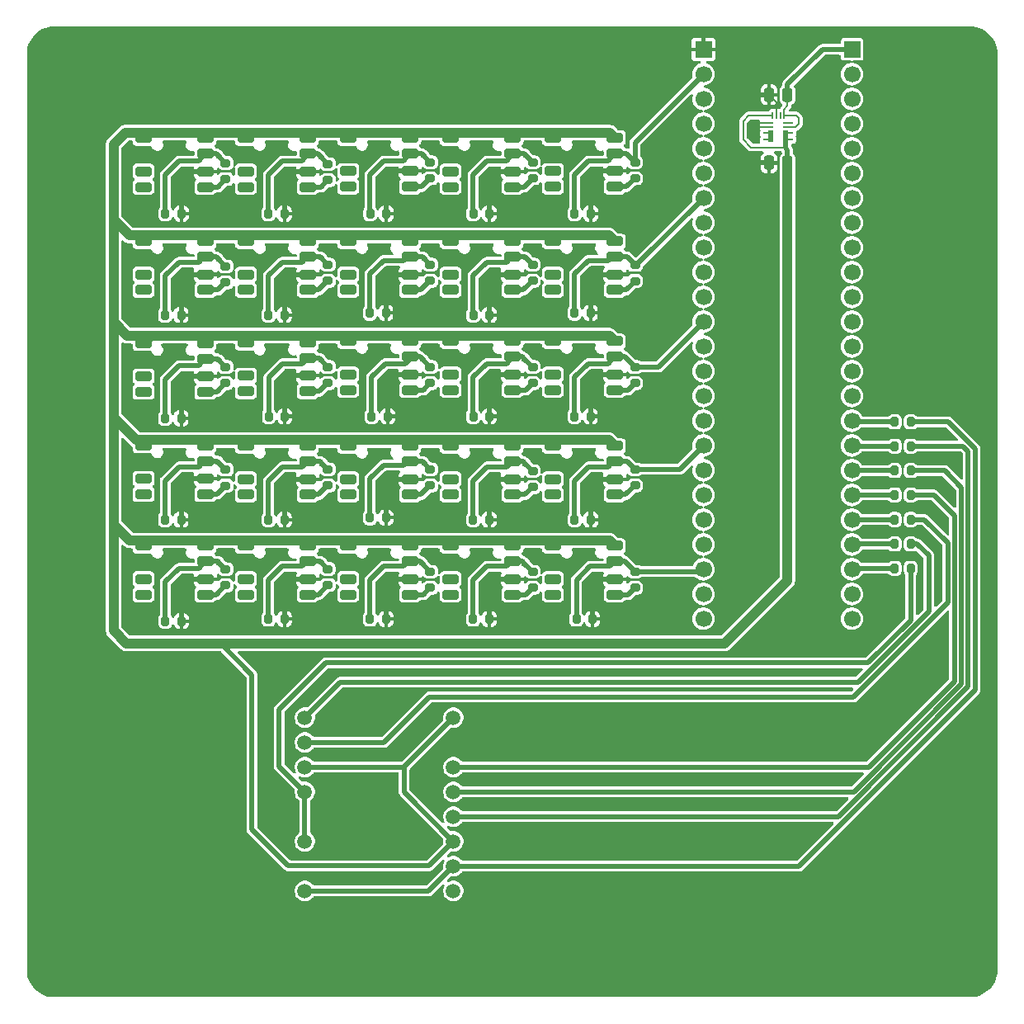
<source format=gbr>
%TF.GenerationSoftware,KiCad,Pcbnew,9.0.6*%
%TF.CreationDate,2026-02-05T23:01:48+01:00*%
%TF.ProjectId,BrakeoutBoard,4272616b-656f-4757-9442-6f6172642e6b,rev?*%
%TF.SameCoordinates,Original*%
%TF.FileFunction,Copper,L1,Top*%
%TF.FilePolarity,Positive*%
%FSLAX46Y46*%
G04 Gerber Fmt 4.6, Leading zero omitted, Abs format (unit mm)*
G04 Created by KiCad (PCBNEW 9.0.6) date 2026-02-05 23:01:48*
%MOMM*%
%LPD*%
G01*
G04 APERTURE LIST*
G04 Aperture macros list*
%AMRoundRect*
0 Rectangle with rounded corners*
0 $1 Rounding radius*
0 $2 $3 $4 $5 $6 $7 $8 $9 X,Y pos of 4 corners*
0 Add a 4 corners polygon primitive as box body*
4,1,4,$2,$3,$4,$5,$6,$7,$8,$9,$2,$3,0*
0 Add four circle primitives for the rounded corners*
1,1,$1+$1,$2,$3*
1,1,$1+$1,$4,$5*
1,1,$1+$1,$6,$7*
1,1,$1+$1,$8,$9*
0 Add four rect primitives between the rounded corners*
20,1,$1+$1,$2,$3,$4,$5,0*
20,1,$1+$1,$4,$5,$6,$7,0*
20,1,$1+$1,$6,$7,$8,$9,0*
20,1,$1+$1,$8,$9,$2,$3,0*%
G04 Aperture macros list end*
%TA.AperFunction,SMDPad,CuDef*%
%ADD10RoundRect,0.200000X-0.200000X-0.275000X0.200000X-0.275000X0.200000X0.275000X-0.200000X0.275000X0*%
%TD*%
%TA.AperFunction,SMDPad,CuDef*%
%ADD11RoundRect,0.200000X-0.275000X0.200000X-0.275000X-0.200000X0.275000X-0.200000X0.275000X0.200000X0*%
%TD*%
%TA.AperFunction,SMDPad,CuDef*%
%ADD12RoundRect,0.150000X-0.675000X-0.350000X0.675000X-0.350000X0.675000X0.350000X-0.675000X0.350000X0*%
%TD*%
%TA.AperFunction,ComponentPad*%
%ADD13C,0.800000*%
%TD*%
%TA.AperFunction,ComponentPad*%
%ADD14C,6.400000*%
%TD*%
%TA.AperFunction,SMDPad,CuDef*%
%ADD15RoundRect,0.250000X0.250000X0.475000X-0.250000X0.475000X-0.250000X-0.475000X0.250000X-0.475000X0*%
%TD*%
%TA.AperFunction,ComponentPad*%
%ADD16C,1.500000*%
%TD*%
%TA.AperFunction,SMDPad,CuDef*%
%ADD17R,1.050000X0.200000*%
%TD*%
%TA.AperFunction,SMDPad,CuDef*%
%ADD18R,0.500000X0.250000*%
%TD*%
%TA.AperFunction,SMDPad,CuDef*%
%ADD19R,0.200000X0.700000*%
%TD*%
%TA.AperFunction,SMDPad,CuDef*%
%ADD20R,0.550000X1.200000*%
%TD*%
%TA.AperFunction,ComponentPad*%
%ADD21C,1.700000*%
%TD*%
%TA.AperFunction,ComponentPad*%
%ADD22R,1.700000X1.700000*%
%TD*%
%TA.AperFunction,ViaPad*%
%ADD23C,0.600000*%
%TD*%
%TA.AperFunction,Conductor*%
%ADD24C,0.500000*%
%TD*%
%TA.AperFunction,Conductor*%
%ADD25C,0.200000*%
%TD*%
%TA.AperFunction,Conductor*%
%ADD26C,1.000000*%
%TD*%
G04 APERTURE END LIST*
D10*
%TO.P,R8,1*%
%TO.N,/GPIO20*%
X100100000Y-99500000D03*
%TO.P,R8,2*%
%TO.N,GND*%
X101750000Y-99500000D03*
%TD*%
%TO.P,R27,1*%
%TO.N,Net-(U11-A16)*%
X174962500Y-104510000D03*
%TO.P,R27,2*%
%TO.N,Net-(U12-E)*%
X176612500Y-104510000D03*
%TD*%
D11*
%TO.P,R36,1*%
%TO.N,/GPIO23*%
X127312500Y-104837500D03*
%TO.P,R36,2*%
%TO.N,Net-(U17-L1)*%
X127312500Y-106487500D03*
%TD*%
%TO.P,R19,1*%
%TO.N,/GPIO24*%
X116802500Y-104562500D03*
%TO.P,R19,2*%
%TO.N,Net-(U10-L1)*%
X116802500Y-106212500D03*
%TD*%
D10*
%TO.P,R35,1*%
%TO.N,/GPIO18*%
X121125000Y-99300000D03*
%TO.P,R35,2*%
%TO.N,GND*%
X122775000Y-99300000D03*
%TD*%
D11*
%TO.P,R44,1*%
%TO.N,/GPIO17*%
X137812500Y-94512500D03*
%TO.P,R44,2*%
%TO.N,Net-(U21-L1)*%
X137812500Y-96162500D03*
%TD*%
D10*
%TO.P,R31,1*%
%TO.N,/GPIO8*%
X121100000Y-78300000D03*
%TO.P,R31,2*%
%TO.N,GND*%
X122750000Y-78300000D03*
%TD*%
%TO.P,R20,1*%
%TO.N,/GPIO24*%
X110700000Y-109700000D03*
%TO.P,R20,2*%
%TO.N,GND*%
X112350000Y-109700000D03*
%TD*%
D11*
%TO.P,R50,1*%
%TO.N,/GPIO6*%
X148312500Y-73362500D03*
%TO.P,R50,2*%
%TO.N,Net-(U24-L1)*%
X148312500Y-75012500D03*
%TD*%
%TO.P,R30,1*%
%TO.N,/GPIO8*%
X127312500Y-73337500D03*
%TO.P,R30,2*%
%TO.N,Net-(U14-L1)*%
X127312500Y-74987500D03*
%TD*%
D12*
%TO.P,U20,1,B*%
%TO.N,+3V3*%
X129387500Y-81187500D03*
%TO.P,U20,2,L4*%
%TO.N,unconnected-(U20-L4-Pad2)*%
X129387500Y-84587500D03*
%TO.P,U20,3,L3*%
%TO.N,unconnected-(U20-L3-Pad3)*%
X129387500Y-86187500D03*
%TO.P,U20,4,L1*%
%TO.N,Net-(U20-L1)*%
X135737500Y-86187500D03*
%TO.P,U20,5,L2*%
%TO.N,GND*%
X135737500Y-84587500D03*
%TO.P,U20,6,A*%
%TO.N,/GPIO12*%
X135737500Y-82787500D03*
%TO.P,U20,7,B*%
%TO.N,+3V3*%
X135737500Y-81187500D03*
%TD*%
%TO.P,U23,1,B*%
%TO.N,+3V3*%
X139887500Y-60337500D03*
%TO.P,U23,2,L4*%
%TO.N,unconnected-(U23-L4-Pad2)*%
X139887500Y-63737500D03*
%TO.P,U23,3,L3*%
%TO.N,unconnected-(U23-L3-Pad3)*%
X139887500Y-65337500D03*
%TO.P,U23,4,L1*%
%TO.N,Net-(U23-L1)*%
X146237500Y-65337500D03*
%TO.P,U23,5,L2*%
%TO.N,GND*%
X146237500Y-63737500D03*
%TO.P,U23,6,A*%
%TO.N,/GPIO1*%
X146237500Y-61937500D03*
%TO.P,U23,7,B*%
%TO.N,+3V3*%
X146237500Y-60337500D03*
%TD*%
D10*
%TO.P,R21,1*%
%TO.N,Net-(U11-A14)*%
X174962500Y-89450000D03*
%TO.P,R21,2*%
%TO.N,Net-(U12-D)*%
X176612500Y-89450000D03*
%TD*%
%TO.P,R53,1*%
%TO.N,/GPIO11*%
X142100000Y-88900000D03*
%TO.P,R53,2*%
%TO.N,GND*%
X143750000Y-88900000D03*
%TD*%
D12*
%TO.P,U3,1,B*%
%TO.N,+3V3*%
X97887500Y-81387500D03*
%TO.P,U3,2,L4*%
%TO.N,unconnected-(U3-L4-Pad2)*%
X97887500Y-84787500D03*
%TO.P,U3,3,L3*%
%TO.N,unconnected-(U3-L3-Pad3)*%
X97887500Y-86387500D03*
%TO.P,U3,4,L1*%
%TO.N,Net-(U3-L1)*%
X104237500Y-86387500D03*
%TO.P,U3,5,L2*%
%TO.N,GND*%
X104237500Y-84787500D03*
%TO.P,U3,6,A*%
%TO.N,/GPIO15*%
X104237500Y-82987500D03*
%TO.P,U3,7,B*%
%TO.N,+3V3*%
X104237500Y-81387500D03*
%TD*%
D11*
%TO.P,R38,1*%
%TO.N,/GPIO2*%
X137812500Y-62837500D03*
%TO.P,R38,2*%
%TO.N,Net-(U18-L1)*%
X137812500Y-64487500D03*
%TD*%
D10*
%TO.P,R45,1*%
%TO.N,/GPIO17*%
X131700000Y-99500000D03*
%TO.P,R45,2*%
%TO.N,GND*%
X133350000Y-99500000D03*
%TD*%
D12*
%TO.P,U26,1,B*%
%TO.N,+3V3*%
X139887500Y-91937500D03*
%TO.P,U26,2,L4*%
%TO.N,unconnected-(U26-L4-Pad2)*%
X139887500Y-95337500D03*
%TO.P,U26,3,L3*%
%TO.N,unconnected-(U26-L3-Pad3)*%
X139887500Y-96937500D03*
%TO.P,U26,4,L1*%
%TO.N,Net-(U26-L1)*%
X146237500Y-96937500D03*
%TO.P,U26,5,L2*%
%TO.N,GND*%
X146237500Y-95337500D03*
%TO.P,U26,6,A*%
%TO.N,/GPIO16*%
X146237500Y-93537500D03*
%TO.P,U26,7,B*%
%TO.N,+3V3*%
X146237500Y-91937500D03*
%TD*%
%TO.P,U10,1,B*%
%TO.N,+3V3*%
X108387500Y-102187500D03*
%TO.P,U10,2,L4*%
%TO.N,unconnected-(U10-L4-Pad2)*%
X108387500Y-105587500D03*
%TO.P,U10,3,L3*%
%TO.N,unconnected-(U10-L3-Pad3)*%
X108387500Y-107187500D03*
%TO.P,U10,4,L1*%
%TO.N,Net-(U10-L1)*%
X114737500Y-107187500D03*
%TO.P,U10,5,L2*%
%TO.N,GND*%
X114737500Y-105587500D03*
%TO.P,U10,6,A*%
%TO.N,/GPIO24*%
X114737500Y-103787500D03*
%TO.P,U10,7,B*%
%TO.N,+3V3*%
X114737500Y-102187500D03*
%TD*%
D10*
%TO.P,R49,1*%
%TO.N,/GPIO1*%
X142125000Y-68100000D03*
%TO.P,R49,2*%
%TO.N,GND*%
X143775000Y-68100000D03*
%TD*%
D12*
%TO.P,U24,1,B*%
%TO.N,+3V3*%
X139887500Y-70937500D03*
%TO.P,U24,2,L4*%
%TO.N,unconnected-(U24-L4-Pad2)*%
X139887500Y-74337500D03*
%TO.P,U24,3,L3*%
%TO.N,unconnected-(U24-L3-Pad3)*%
X139887500Y-75937500D03*
%TO.P,U24,4,L1*%
%TO.N,Net-(U24-L1)*%
X146237500Y-75937500D03*
%TO.P,U24,5,L2*%
%TO.N,GND*%
X146237500Y-74337500D03*
%TO.P,U24,6,A*%
%TO.N,/GPIO6*%
X146237500Y-72537500D03*
%TO.P,U24,7,B*%
%TO.N,+3V3*%
X146237500Y-70937500D03*
%TD*%
D10*
%TO.P,R23,1*%
%TO.N,Net-(U11-A15)*%
X174962500Y-94470000D03*
%TO.P,R23,2*%
%TO.N,Net-(U12-G)*%
X176612500Y-94470000D03*
%TD*%
%TO.P,R57,1*%
%TO.N,/GPIO21*%
X142300000Y-109700000D03*
%TO.P,R57,2*%
%TO.N,GND*%
X143950000Y-109700000D03*
%TD*%
D11*
%TO.P,R52,1*%
%TO.N,/GPIO11*%
X148312500Y-83837500D03*
%TO.P,R52,2*%
%TO.N,Net-(U25-L1)*%
X148312500Y-85487500D03*
%TD*%
%TO.P,R32,1*%
%TO.N,/GPIO13*%
X127312500Y-83837500D03*
%TO.P,R32,2*%
%TO.N,Net-(U15-L1)*%
X127312500Y-85487500D03*
%TD*%
D12*
%TO.P,U4,1,B*%
%TO.N,+3V3*%
X97887500Y-91887500D03*
%TO.P,U4,2,L4*%
%TO.N,unconnected-(U4-L4-Pad2)*%
X97887500Y-95287500D03*
%TO.P,U4,3,L3*%
%TO.N,unconnected-(U4-L3-Pad3)*%
X97887500Y-96887500D03*
%TO.P,U4,4,L1*%
%TO.N,Net-(U4-L1)*%
X104237500Y-96887500D03*
%TO.P,U4,5,L2*%
%TO.N,GND*%
X104237500Y-95287500D03*
%TO.P,U4,6,A*%
%TO.N,/GPIO20*%
X104237500Y-93487500D03*
%TO.P,U4,7,B*%
%TO.N,+3V3*%
X104237500Y-91887500D03*
%TD*%
D10*
%TO.P,R47,1*%
%TO.N,/GPIO22*%
X131700000Y-109700000D03*
%TO.P,R47,2*%
%TO.N,GND*%
X133350000Y-109700000D03*
%TD*%
D11*
%TO.P,R3,1*%
%TO.N,/GPIO10*%
X106312500Y-73512500D03*
%TO.P,R3,2*%
%TO.N,Net-(U2-L1)*%
X106312500Y-75162500D03*
%TD*%
%TO.P,R34,1*%
%TO.N,/GPIO18*%
X127312500Y-94337500D03*
%TO.P,R34,2*%
%TO.N,Net-(U16-L1)*%
X127312500Y-95987500D03*
%TD*%
D10*
%TO.P,R25,1*%
%TO.N,Net-(U11-C15)*%
X174962500Y-99490000D03*
%TO.P,R25,2*%
%TO.N,Net-(U12-F)*%
X176612500Y-99490000D03*
%TD*%
D13*
%TO.P,H3,1,1*%
%TO.N,GND*%
X88312500Y-143700000D03*
X89015444Y-142002944D03*
X89015444Y-145397056D03*
X90712500Y-141300000D03*
D14*
X90712500Y-143700000D03*
D13*
X90712500Y-146100000D03*
X92409556Y-142002944D03*
X92409556Y-145397056D03*
X93112500Y-143700000D03*
%TD*%
D12*
%TO.P,U6,1,B*%
%TO.N,+3V3*%
X108387500Y-60362500D03*
%TO.P,U6,2,L4*%
%TO.N,unconnected-(U6-L4-Pad2)*%
X108387500Y-63762500D03*
%TO.P,U6,3,L3*%
%TO.N,unconnected-(U6-L3-Pad3)*%
X108387500Y-65362500D03*
%TO.P,U6,4,L1*%
%TO.N,Net-(U6-L1)*%
X114737500Y-65362500D03*
%TO.P,U6,5,L2*%
%TO.N,GND*%
X114737500Y-63762500D03*
%TO.P,U6,6,A*%
%TO.N,/GPIO4*%
X114737500Y-61962500D03*
%TO.P,U6,7,B*%
%TO.N,+3V3*%
X114737500Y-60362500D03*
%TD*%
D11*
%TO.P,R28,1*%
%TO.N,/GPIO3*%
X127312500Y-62837500D03*
%TO.P,R28,2*%
%TO.N,Net-(U13-L1)*%
X127312500Y-64487500D03*
%TD*%
D10*
%TO.P,R29,1*%
%TO.N,/GPIO3*%
X121150000Y-68100000D03*
%TO.P,R29,2*%
%TO.N,GND*%
X122800000Y-68100000D03*
%TD*%
D11*
%TO.P,R46,1*%
%TO.N,/GPIO22*%
X137812500Y-104837500D03*
%TO.P,R46,2*%
%TO.N,Net-(U22-L1)*%
X137812500Y-106487500D03*
%TD*%
D12*
%TO.P,U13,1,B*%
%TO.N,+3V3*%
X118887500Y-60337500D03*
%TO.P,U13,2,L4*%
%TO.N,unconnected-(U13-L4-Pad2)*%
X118887500Y-63737500D03*
%TO.P,U13,3,L3*%
%TO.N,unconnected-(U13-L3-Pad3)*%
X118887500Y-65337500D03*
%TO.P,U13,4,L1*%
%TO.N,Net-(U13-L1)*%
X125237500Y-65337500D03*
%TO.P,U13,5,L2*%
%TO.N,GND*%
X125237500Y-63737500D03*
%TO.P,U13,6,A*%
%TO.N,/GPIO3*%
X125237500Y-61937500D03*
%TO.P,U13,7,B*%
%TO.N,+3V3*%
X125237500Y-60337500D03*
%TD*%
%TO.P,U19,1,B*%
%TO.N,+3V3*%
X129387500Y-70937500D03*
%TO.P,U19,2,L4*%
%TO.N,unconnected-(U19-L4-Pad2)*%
X129387500Y-74337500D03*
%TO.P,U19,3,L3*%
%TO.N,unconnected-(U19-L3-Pad3)*%
X129387500Y-75937500D03*
%TO.P,U19,4,L1*%
%TO.N,Net-(U19-L1)*%
X135737500Y-75937500D03*
%TO.P,U19,5,L2*%
%TO.N,GND*%
X135737500Y-74337500D03*
%TO.P,U19,6,A*%
%TO.N,/GPIO7*%
X135737500Y-72537500D03*
%TO.P,U19,7,B*%
%TO.N,+3V3*%
X135737500Y-70937500D03*
%TD*%
D15*
%TO.P,C1,1*%
%TO.N,+5V*%
X163962500Y-55900000D03*
%TO.P,C1,2*%
%TO.N,GND*%
X162062500Y-55900000D03*
%TD*%
D12*
%TO.P,U25,1,B*%
%TO.N,+3V3*%
X139887500Y-81187500D03*
%TO.P,U25,2,L4*%
%TO.N,unconnected-(U25-L4-Pad2)*%
X139887500Y-84587500D03*
%TO.P,U25,3,L3*%
%TO.N,unconnected-(U25-L3-Pad3)*%
X139887500Y-86187500D03*
%TO.P,U25,4,L1*%
%TO.N,Net-(U25-L1)*%
X146237500Y-86187500D03*
%TO.P,U25,5,L2*%
%TO.N,GND*%
X146237500Y-84587500D03*
%TO.P,U25,6,A*%
%TO.N,/GPIO11*%
X146237500Y-82787500D03*
%TO.P,U25,7,B*%
%TO.N,+3V3*%
X146237500Y-81187500D03*
%TD*%
D11*
%TO.P,R42,1*%
%TO.N,/GPIO12*%
X137812500Y-83837500D03*
%TO.P,R42,2*%
%TO.N,Net-(U20-L1)*%
X137812500Y-85487500D03*
%TD*%
D10*
%TO.P,R41,1*%
%TO.N,/GPIO7*%
X131725000Y-78500000D03*
%TO.P,R41,2*%
%TO.N,GND*%
X133375000Y-78500000D03*
%TD*%
%TO.P,R2,1*%
%TO.N,/GPIO5*%
X100125000Y-68100000D03*
%TO.P,R2,2*%
%TO.N,GND*%
X101775000Y-68100000D03*
%TD*%
%TO.P,R39,1*%
%TO.N,/GPIO2*%
X131725000Y-68100000D03*
%TO.P,R39,2*%
%TO.N,GND*%
X133375000Y-68100000D03*
%TD*%
D11*
%TO.P,R48,1*%
%TO.N,/GPIO1*%
X148312500Y-62837500D03*
%TO.P,R48,2*%
%TO.N,Net-(U23-L1)*%
X148312500Y-64487500D03*
%TD*%
D10*
%TO.P,R55,1*%
%TO.N,/GPIO16*%
X142125000Y-99500000D03*
%TO.P,R55,2*%
%TO.N,GND*%
X143775000Y-99500000D03*
%TD*%
D11*
%TO.P,R1,1*%
%TO.N,/GPIO5*%
X106312500Y-62912500D03*
%TO.P,R1,2*%
%TO.N,Net-(U1-L1)*%
X106312500Y-64562500D03*
%TD*%
D10*
%TO.P,R10,1*%
%TO.N,/GPIO25*%
X100125000Y-109900000D03*
%TO.P,R10,2*%
%TO.N,GND*%
X101775000Y-109900000D03*
%TD*%
%TO.P,R37,1*%
%TO.N,/GPIO23*%
X121125000Y-109700000D03*
%TO.P,R37,2*%
%TO.N,GND*%
X122775000Y-109700000D03*
%TD*%
D12*
%TO.P,U9,1,B*%
%TO.N,+3V3*%
X108387500Y-91937500D03*
%TO.P,U9,2,L4*%
%TO.N,unconnected-(U9-L4-Pad2)*%
X108387500Y-95337500D03*
%TO.P,U9,3,L3*%
%TO.N,unconnected-(U9-L3-Pad3)*%
X108387500Y-96937500D03*
%TO.P,U9,4,L1*%
%TO.N,Net-(U9-L1)*%
X114737500Y-96937500D03*
%TO.P,U9,5,L2*%
%TO.N,GND*%
X114737500Y-95337500D03*
%TO.P,U9,6,A*%
%TO.N,/GPIO19*%
X114737500Y-93537500D03*
%TO.P,U9,7,B*%
%TO.N,+3V3*%
X114737500Y-91937500D03*
%TD*%
%TO.P,U22,1,B*%
%TO.N,+3V3*%
X129387500Y-102187500D03*
%TO.P,U22,2,L4*%
%TO.N,unconnected-(U22-L4-Pad2)*%
X129387500Y-105587500D03*
%TO.P,U22,3,L3*%
%TO.N,unconnected-(U22-L3-Pad3)*%
X129387500Y-107187500D03*
%TO.P,U22,4,L1*%
%TO.N,Net-(U22-L1)*%
X135737500Y-107187500D03*
%TO.P,U22,5,L2*%
%TO.N,GND*%
X135737500Y-105587500D03*
%TO.P,U22,6,A*%
%TO.N,/GPIO22*%
X135737500Y-103787500D03*
%TO.P,U22,7,B*%
%TO.N,+3V3*%
X135737500Y-102187500D03*
%TD*%
D11*
%TO.P,R9,1*%
%TO.N,/GPIO25*%
X106312500Y-104587500D03*
%TO.P,R9,2*%
%TO.N,Net-(U5-L1)*%
X106312500Y-106237500D03*
%TD*%
D12*
%TO.P,U2,1,B*%
%TO.N,+3V3*%
X97887500Y-70937500D03*
%TO.P,U2,2,L4*%
%TO.N,unconnected-(U2-L4-Pad2)*%
X97887500Y-74337500D03*
%TO.P,U2,3,L3*%
%TO.N,unconnected-(U2-L3-Pad3)*%
X97887500Y-75937500D03*
%TO.P,U2,4,L1*%
%TO.N,Net-(U2-L1)*%
X104237500Y-75937500D03*
%TO.P,U2,5,L2*%
%TO.N,GND*%
X104237500Y-74337500D03*
%TO.P,U2,6,A*%
%TO.N,/GPIO10*%
X104237500Y-72537500D03*
%TO.P,U2,7,B*%
%TO.N,+3V3*%
X104237500Y-70937500D03*
%TD*%
D10*
%TO.P,R4,1*%
%TO.N,/GPIO10*%
X100100000Y-78500000D03*
%TO.P,R4,2*%
%TO.N,GND*%
X101750000Y-78500000D03*
%TD*%
D13*
%TO.P,H1,1,1*%
%TO.N,GND*%
X88312500Y-53700000D03*
X89015444Y-52002944D03*
X89015444Y-55397056D03*
X90712500Y-51300000D03*
D14*
X90712500Y-53700000D03*
D13*
X90712500Y-56100000D03*
X92409556Y-52002944D03*
X92409556Y-55397056D03*
X93112500Y-53700000D03*
%TD*%
D11*
%TO.P,R15,1*%
%TO.N,/GPIO14*%
X116812500Y-83837500D03*
%TO.P,R15,2*%
%TO.N,Net-(U8-L1)*%
X116812500Y-85487500D03*
%TD*%
D10*
%TO.P,R12,1*%
%TO.N,/GPIO4*%
X110700000Y-68100000D03*
%TO.P,R12,2*%
%TO.N,GND*%
X112350000Y-68100000D03*
%TD*%
D12*
%TO.P,U1,1,B*%
%TO.N,+3V3*%
X97887500Y-60362500D03*
%TO.P,U1,2,L4*%
%TO.N,unconnected-(U1-L4-Pad2)*%
X97887500Y-63762500D03*
%TO.P,U1,3,L3*%
%TO.N,unconnected-(U1-L3-Pad3)*%
X97887500Y-65362500D03*
%TO.P,U1,4,L1*%
%TO.N,Net-(U1-L1)*%
X104237500Y-65362500D03*
%TO.P,U1,5,L2*%
%TO.N,GND*%
X104237500Y-63762500D03*
%TO.P,U1,6,A*%
%TO.N,/GPIO5*%
X104237500Y-61962500D03*
%TO.P,U1,7,B*%
%TO.N,+3V3*%
X104237500Y-60362500D03*
%TD*%
D10*
%TO.P,R14,1*%
%TO.N,/GPIO9*%
X110700000Y-78500000D03*
%TO.P,R14,2*%
%TO.N,GND*%
X112350000Y-78500000D03*
%TD*%
%TO.P,R43,1*%
%TO.N,/GPIO12*%
X131725000Y-88900000D03*
%TO.P,R43,2*%
%TO.N,GND*%
X133375000Y-88900000D03*
%TD*%
D12*
%TO.P,U17,1,B*%
%TO.N,+3V3*%
X118887500Y-102187500D03*
%TO.P,U17,2,L4*%
%TO.N,unconnected-(U17-L4-Pad2)*%
X118887500Y-105587500D03*
%TO.P,U17,3,L3*%
%TO.N,unconnected-(U17-L3-Pad3)*%
X118887500Y-107187500D03*
%TO.P,U17,4,L1*%
%TO.N,Net-(U17-L1)*%
X125237500Y-107187500D03*
%TO.P,U17,5,L2*%
%TO.N,GND*%
X125237500Y-105587500D03*
%TO.P,U17,6,A*%
%TO.N,/GPIO23*%
X125237500Y-103787500D03*
%TO.P,U17,7,B*%
%TO.N,+3V3*%
X125237500Y-102187500D03*
%TD*%
%TO.P,U16,1,B*%
%TO.N,+3V3*%
X118887500Y-91937500D03*
%TO.P,U16,2,L4*%
%TO.N,unconnected-(U16-L4-Pad2)*%
X118887500Y-95337500D03*
%TO.P,U16,3,L3*%
%TO.N,unconnected-(U16-L3-Pad3)*%
X118887500Y-96937500D03*
%TO.P,U16,4,L1*%
%TO.N,Net-(U16-L1)*%
X125237500Y-96937500D03*
%TO.P,U16,5,L2*%
%TO.N,GND*%
X125237500Y-95337500D03*
%TO.P,U16,6,A*%
%TO.N,/GPIO18*%
X125237500Y-93537500D03*
%TO.P,U16,7,B*%
%TO.N,+3V3*%
X125237500Y-91937500D03*
%TD*%
D10*
%TO.P,R18,1*%
%TO.N,/GPIO19*%
X110700000Y-99500000D03*
%TO.P,R18,2*%
%TO.N,GND*%
X112350000Y-99500000D03*
%TD*%
D11*
%TO.P,R56,1*%
%TO.N,/GPIO21*%
X148312500Y-104837500D03*
%TO.P,R56,2*%
%TO.N,Net-(U27-L1)*%
X148312500Y-106487500D03*
%TD*%
D10*
%TO.P,R51,1*%
%TO.N,/GPIO6*%
X142100000Y-78300000D03*
%TO.P,R51,2*%
%TO.N,GND*%
X143750000Y-78300000D03*
%TD*%
D16*
%TO.P,U12,2,A*%
%TO.N,Net-(U12-A)*%
X114442500Y-119810000D03*
%TO.P,U12,3,F*%
%TO.N,Net-(U12-F)*%
X114442500Y-122350000D03*
%TO.P,U12,4,CA*%
%TO.N,+3V3*%
X114442500Y-124890000D03*
%TO.P,U12,5,E*%
%TO.N,Net-(U12-E)*%
X114442500Y-127430000D03*
X114442500Y-132510000D03*
%TO.P,U12,10,DP*%
%TO.N,unconnected-(U12-DP-Pad10)*%
X129682500Y-137590000D03*
%TO.P,U12,11,D*%
%TO.N,Net-(U12-D)*%
X114442500Y-137590000D03*
X129682500Y-135050000D03*
%TO.P,U12,12,CA*%
%TO.N,+3V3*%
X129682500Y-119810000D03*
X129682500Y-132510000D03*
%TO.P,U12,13,C*%
%TO.N,Net-(U12-C)*%
X129682500Y-129970000D03*
%TO.P,U12,14,G*%
%TO.N,Net-(U12-G)*%
X129682500Y-127430000D03*
%TO.P,U12,15,B*%
%TO.N,Net-(U12-B)*%
X129682500Y-124890000D03*
%TD*%
D12*
%TO.P,U5,1,B*%
%TO.N,+3V3*%
X97887500Y-102187500D03*
%TO.P,U5,2,L4*%
%TO.N,unconnected-(U5-L4-Pad2)*%
X97887500Y-105587500D03*
%TO.P,U5,3,L3*%
%TO.N,unconnected-(U5-L3-Pad3)*%
X97887500Y-107187500D03*
%TO.P,U5,4,L1*%
%TO.N,Net-(U5-L1)*%
X104237500Y-107187500D03*
%TO.P,U5,5,L2*%
%TO.N,GND*%
X104237500Y-105587500D03*
%TO.P,U5,6,A*%
%TO.N,/GPIO25*%
X104237500Y-103787500D03*
%TO.P,U5,7,B*%
%TO.N,+3V3*%
X104237500Y-102187500D03*
%TD*%
%TO.P,U8,1,B*%
%TO.N,+3V3*%
X108387500Y-81337500D03*
%TO.P,U8,2,L4*%
%TO.N,unconnected-(U8-L4-Pad2)*%
X108387500Y-84737500D03*
%TO.P,U8,3,L3*%
%TO.N,unconnected-(U8-L3-Pad3)*%
X108387500Y-86337500D03*
%TO.P,U8,4,L1*%
%TO.N,Net-(U8-L1)*%
X114737500Y-86337500D03*
%TO.P,U8,5,L2*%
%TO.N,GND*%
X114737500Y-84737500D03*
%TO.P,U8,6,A*%
%TO.N,/GPIO14*%
X114737500Y-82937500D03*
%TO.P,U8,7,B*%
%TO.N,+3V3*%
X114737500Y-81337500D03*
%TD*%
%TO.P,U14,1,B*%
%TO.N,+3V3*%
X118887500Y-70937500D03*
%TO.P,U14,2,L4*%
%TO.N,unconnected-(U14-L4-Pad2)*%
X118887500Y-74337500D03*
%TO.P,U14,3,L3*%
%TO.N,unconnected-(U14-L3-Pad3)*%
X118887500Y-75937500D03*
%TO.P,U14,4,L1*%
%TO.N,Net-(U14-L1)*%
X125237500Y-75937500D03*
%TO.P,U14,5,L2*%
%TO.N,GND*%
X125237500Y-74337500D03*
%TO.P,U14,6,A*%
%TO.N,/GPIO8*%
X125237500Y-72537500D03*
%TO.P,U14,7,B*%
%TO.N,+3V3*%
X125237500Y-70937500D03*
%TD*%
D11*
%TO.P,R11,1*%
%TO.N,/GPIO4*%
X116812500Y-63012500D03*
%TO.P,R11,2*%
%TO.N,Net-(U6-L1)*%
X116812500Y-64662500D03*
%TD*%
D15*
%TO.P,C2,1*%
%TO.N,+3V3*%
X163962500Y-62900000D03*
%TO.P,C2,2*%
%TO.N,GND*%
X162062500Y-62900000D03*
%TD*%
D12*
%TO.P,U27,1,B*%
%TO.N,+3V3*%
X139887500Y-102187500D03*
%TO.P,U27,2,L4*%
%TO.N,unconnected-(U27-L4-Pad2)*%
X139887500Y-105587500D03*
%TO.P,U27,3,L3*%
%TO.N,unconnected-(U27-L3-Pad3)*%
X139887500Y-107187500D03*
%TO.P,U27,4,L1*%
%TO.N,Net-(U27-L1)*%
X146237500Y-107187500D03*
%TO.P,U27,5,L2*%
%TO.N,GND*%
X146237500Y-105587500D03*
%TO.P,U27,6,A*%
%TO.N,/GPIO21*%
X146237500Y-103787500D03*
%TO.P,U27,7,B*%
%TO.N,+3V3*%
X146237500Y-102187500D03*
%TD*%
%TO.P,U7,1,B*%
%TO.N,+3V3*%
X108397500Y-70937500D03*
%TO.P,U7,2,L4*%
%TO.N,unconnected-(U7-L4-Pad2)*%
X108397500Y-74337500D03*
%TO.P,U7,3,L3*%
%TO.N,unconnected-(U7-L3-Pad3)*%
X108397500Y-75937500D03*
%TO.P,U7,4,L1*%
%TO.N,Net-(U7-L1)*%
X114747500Y-75937500D03*
%TO.P,U7,5,L2*%
%TO.N,GND*%
X114747500Y-74337500D03*
%TO.P,U7,6,A*%
%TO.N,/GPIO9*%
X114747500Y-72537500D03*
%TO.P,U7,7,B*%
%TO.N,+3V3*%
X114747500Y-70937500D03*
%TD*%
D13*
%TO.P,H4,1,1*%
%TO.N,GND*%
X178312500Y-143700000D03*
X179015444Y-142002944D03*
X179015444Y-145397056D03*
X180712500Y-141300000D03*
D14*
X180712500Y-143700000D03*
D13*
X180712500Y-146100000D03*
X182409556Y-142002944D03*
X182409556Y-145397056D03*
X183112500Y-143700000D03*
%TD*%
%TO.P,H2,1,1*%
%TO.N,GND*%
X178312500Y-53700000D03*
X179015444Y-52002944D03*
X179015444Y-55397056D03*
X180712500Y-51300000D03*
D14*
X180712500Y-53700000D03*
D13*
X180712500Y-56100000D03*
X182409556Y-52002944D03*
X182409556Y-55397056D03*
X183112500Y-53700000D03*
%TD*%
D12*
%TO.P,U21,1,B*%
%TO.N,+3V3*%
X129387500Y-91937500D03*
%TO.P,U21,2,L4*%
%TO.N,unconnected-(U21-L4-Pad2)*%
X129387500Y-95337500D03*
%TO.P,U21,3,L3*%
%TO.N,unconnected-(U21-L3-Pad3)*%
X129387500Y-96937500D03*
%TO.P,U21,4,L1*%
%TO.N,Net-(U21-L1)*%
X135737500Y-96937500D03*
%TO.P,U21,5,L2*%
%TO.N,GND*%
X135737500Y-95337500D03*
%TO.P,U21,6,A*%
%TO.N,/GPIO17*%
X135737500Y-93537500D03*
%TO.P,U21,7,B*%
%TO.N,+3V3*%
X135737500Y-91937500D03*
%TD*%
D11*
%TO.P,R40,1*%
%TO.N,/GPIO7*%
X137812500Y-73337500D03*
%TO.P,R40,2*%
%TO.N,Net-(U19-L1)*%
X137812500Y-74987500D03*
%TD*%
D17*
%TO.P,IC1,1,PGND_1*%
%TO.N,GND*%
X161987500Y-58800000D03*
%TO.P,IC1,2,PGND_2*%
X161987500Y-59200000D03*
D18*
%TO.P,IC1,3,NC_1*%
%TO.N,unconnected-(IC1-NC_1-Pad3)*%
X161712500Y-59850000D03*
%TO.P,IC1,4,NC_2*%
%TO.N,unconnected-(IC1-NC_2-Pad4)*%
X161712500Y-60500000D03*
%TO.P,IC1,5,OUT_1*%
%TO.N,+3V3*%
X164312500Y-60500000D03*
%TO.P,IC1,6,OUT_2*%
X164312500Y-59850000D03*
D17*
%TO.P,IC1,7,VIN*%
%TO.N,+5V*%
X164037500Y-59200000D03*
%TO.P,IC1,8,PG*%
%TO.N,unconnected-(IC1-PG-Pad8)*%
X164037500Y-58800000D03*
D19*
%TO.P,IC1,9,EN*%
%TO.N,+5V*%
X163612500Y-58050000D03*
%TO.P,IC1,10,NC_3*%
%TO.N,unconnected-(IC1-NC_3-Pad10)*%
X163212500Y-58050000D03*
%TO.P,IC1,11,AGND*%
%TO.N,GND*%
X162812500Y-58050000D03*
%TO.P,IC1,12,OUT_S*%
%TO.N,+3V3*%
X162412500Y-58050000D03*
D20*
%TO.P,IC1,13,NC_4*%
%TO.N,unconnected-(IC1-NC_4-Pad13)*%
X162237500Y-60175000D03*
%TO.P,IC1,14,OUT_3*%
%TO.N,+3V3*%
X163787500Y-60175000D03*
%TD*%
D10*
%TO.P,R6,1*%
%TO.N,/GPIO15*%
X100100000Y-89100000D03*
%TO.P,R6,2*%
%TO.N,GND*%
X101750000Y-89100000D03*
%TD*%
D11*
%TO.P,R7,1*%
%TO.N,/GPIO20*%
X106312500Y-94362500D03*
%TO.P,R7,2*%
%TO.N,Net-(U4-L1)*%
X106312500Y-96012500D03*
%TD*%
D10*
%TO.P,R22,1*%
%TO.N,Net-(U11-B15)*%
X174962500Y-91960000D03*
%TO.P,R22,2*%
%TO.N,Net-(U12-C)*%
X176612500Y-91960000D03*
%TD*%
D11*
%TO.P,R5,1*%
%TO.N,/GPIO15*%
X106312500Y-83837500D03*
%TO.P,R5,2*%
%TO.N,Net-(U3-L1)*%
X106312500Y-85487500D03*
%TD*%
D10*
%TO.P,R24,1*%
%TO.N,Net-(U11-H1)*%
X174962500Y-96980000D03*
%TO.P,R24,2*%
%TO.N,Net-(U12-B)*%
X176612500Y-96980000D03*
%TD*%
D12*
%TO.P,U15,1,B*%
%TO.N,+3V3*%
X118887500Y-81187500D03*
%TO.P,U15,2,L4*%
%TO.N,unconnected-(U15-L4-Pad2)*%
X118887500Y-84587500D03*
%TO.P,U15,3,L3*%
%TO.N,unconnected-(U15-L3-Pad3)*%
X118887500Y-86187500D03*
%TO.P,U15,4,L1*%
%TO.N,Net-(U15-L1)*%
X125237500Y-86187500D03*
%TO.P,U15,5,L2*%
%TO.N,GND*%
X125237500Y-84587500D03*
%TO.P,U15,6,A*%
%TO.N,/GPIO13*%
X125237500Y-82787500D03*
%TO.P,U15,7,B*%
%TO.N,+3V3*%
X125237500Y-81187500D03*
%TD*%
D21*
%TO.P,U11,1,M3*%
%TO.N,/GPIO25*%
X170582500Y-109670000D03*
%TO.P,U11,2,L3*%
%TO.N,/GPIO24*%
X170582500Y-107130000D03*
%TO.P,U11,3,A16*%
%TO.N,Net-(U11-A16)*%
X170582500Y-104590000D03*
%TO.P,U11,4,K3*%
%TO.N,Net-(U11-K3)*%
X170582500Y-102050000D03*
%TO.P,U11,5,C15*%
%TO.N,Net-(U11-C15)*%
X170582500Y-99510000D03*
%TO.P,U11,6,H1*%
%TO.N,Net-(U11-H1)*%
X170582500Y-96970000D03*
%TO.P,U11,7,A15*%
%TO.N,Net-(U11-A15)*%
X170582500Y-94430000D03*
%TO.P,U11,8,B15*%
%TO.N,Net-(U11-B15)*%
X170582500Y-91890000D03*
%TO.P,U11,9,A14*%
%TO.N,Net-(U11-A14)*%
X170582500Y-89350000D03*
%TO.P,U11,10,J3*%
%TO.N,unconnected-(U11-J3-Pad10)*%
X170582500Y-86810000D03*
%TO.P,U11,11,J1*%
%TO.N,unconnected-(U11-J1-Pad11)*%
X170582500Y-84270000D03*
%TO.P,U11,12,K2*%
%TO.N,unconnected-(U11-K2-Pad12)*%
X170582500Y-81730000D03*
%TO.P,U11,13,L1*%
%TO.N,unconnected-(U11-L1-Pad13)*%
X170582500Y-79190000D03*
%TO.P,U11,14,L2*%
%TO.N,unconnected-(U11-L2-Pad14)*%
X170582500Y-76650000D03*
%TO.P,U11,15,AIN15*%
%TO.N,unconnected-(U11-AIN15-Pad15)*%
X170582500Y-74110000D03*
%TO.P,U11,16,AIN16*%
%TO.N,unconnected-(U11-AIN16-Pad16)*%
X170582500Y-71570000D03*
%TO.P,U11,17,M1*%
%TO.N,unconnected-(U11-M1-Pad17)*%
X170582500Y-69030000D03*
%TO.P,U11,18,N3*%
%TO.N,unconnected-(U11-N3-Pad18)*%
X170582500Y-66490000D03*
%TO.P,U11,19,P3*%
%TO.N,unconnected-(U11-P3-Pad19)*%
X170582500Y-63950000D03*
%TO.P,U11,20,M2*%
%TO.N,unconnected-(U11-M2-Pad20)*%
X170582500Y-61410000D03*
%TO.P,U11,21,N1*%
%TO.N,unconnected-(U11-N1-Pad21)*%
X170582500Y-58870000D03*
%TO.P,U11,22,N2*%
%TO.N,unconnected-(U11-N2-Pad22)*%
X170582500Y-56330000D03*
%TO.P,U11,23,P1*%
%TO.N,unconnected-(U11-P1-Pad23)*%
X170582500Y-53790000D03*
D22*
%TO.P,U11,24,+5V*%
%TO.N,+5V*%
X170582500Y-51250000D03*
%TO.P,U11,25,GND*%
%TO.N,GND*%
X155342500Y-51250000D03*
D21*
%TO.P,U11,26,R3*%
%TO.N,/GPIO1*%
X155342500Y-53790000D03*
%TO.P,U11,27,T3*%
%TO.N,/GPIO2*%
X155342500Y-56330000D03*
%TO.P,U11,28,R2*%
%TO.N,/GPIO3*%
X155342500Y-58870000D03*
%TO.P,U11,29,T1*%
%TO.N,/GPIO4*%
X155342500Y-61410000D03*
%TO.P,U11,30,T2*%
%TO.N,/GPIO5*%
X155342500Y-63950000D03*
%TO.P,U11,31,U1*%
%TO.N,/GPIO6*%
X155342500Y-66490000D03*
%TO.P,U11,32,W2*%
%TO.N,/GPIO7*%
X155342500Y-69030000D03*
%TO.P,U11,33,V2*%
%TO.N,/GPIO8*%
X155342500Y-71570000D03*
%TO.P,U11,34,W3*%
%TO.N,/GPIO9*%
X155342500Y-74110000D03*
%TO.P,U11,35,V3*%
%TO.N,/GPIO10*%
X155342500Y-76650000D03*
%TO.P,U11,36,W5*%
%TO.N,/GPIO11*%
X155342500Y-79190000D03*
%TO.P,U11,37,V4*%
%TO.N,/GPIO12*%
X155342500Y-81730000D03*
%TO.P,U11,38,U4*%
%TO.N,/GPIO13*%
X155342500Y-84270000D03*
%TO.P,U11,39,V5*%
%TO.N,/GPIO14*%
X155342500Y-86810000D03*
%TO.P,U11,40,W4*%
%TO.N,/GPIO15*%
X155342500Y-89350000D03*
%TO.P,U11,41,U5*%
%TO.N,/GPIO16*%
X155342500Y-91890000D03*
%TO.P,U11,42,U2*%
%TO.N,/GPIO17*%
X155342500Y-94430000D03*
%TO.P,U11,43,W6*%
%TO.N,/GPIO18*%
X155342500Y-96970000D03*
%TO.P,U11,44,U3*%
%TO.N,/GPIO19*%
X155342500Y-99510000D03*
%TO.P,U11,45,U7*%
%TO.N,/GPIO20*%
X155342500Y-102050000D03*
%TO.P,U11,46,W7*%
%TO.N,/GPIO21*%
X155342500Y-104590000D03*
%TO.P,U11,47,U8*%
%TO.N,/GPIO22*%
X155342500Y-107130000D03*
%TO.P,U11,48,V8*%
%TO.N,/GPIO23*%
X155342500Y-109670000D03*
%TD*%
D10*
%TO.P,R33,1*%
%TO.N,/GPIO13*%
X121300000Y-88900000D03*
%TO.P,R33,2*%
%TO.N,GND*%
X122950000Y-88900000D03*
%TD*%
D11*
%TO.P,R54,1*%
%TO.N,/GPIO16*%
X148312500Y-94337500D03*
%TO.P,R54,2*%
%TO.N,Net-(U26-L1)*%
X148312500Y-95987500D03*
%TD*%
D12*
%TO.P,U18,1,B*%
%TO.N,+3V3*%
X129387500Y-60362500D03*
%TO.P,U18,2,L4*%
%TO.N,unconnected-(U18-L4-Pad2)*%
X129387500Y-63762500D03*
%TO.P,U18,3,L3*%
%TO.N,unconnected-(U18-L3-Pad3)*%
X129387500Y-65362500D03*
%TO.P,U18,4,L1*%
%TO.N,Net-(U18-L1)*%
X135737500Y-65362500D03*
%TO.P,U18,5,L2*%
%TO.N,GND*%
X135737500Y-63762500D03*
%TO.P,U18,6,A*%
%TO.N,/GPIO2*%
X135737500Y-61962500D03*
%TO.P,U18,7,B*%
%TO.N,+3V3*%
X135737500Y-60362500D03*
%TD*%
D10*
%TO.P,R26,1*%
%TO.N,Net-(U11-K3)*%
X174962500Y-102000000D03*
%TO.P,R26,2*%
%TO.N,Net-(U12-A)*%
X176612500Y-102000000D03*
%TD*%
%TO.P,R16,1*%
%TO.N,/GPIO14*%
X110750000Y-88900000D03*
%TO.P,R16,2*%
%TO.N,GND*%
X112400000Y-88900000D03*
%TD*%
D11*
%TO.P,R13,1*%
%TO.N,/GPIO9*%
X116812500Y-73337500D03*
%TO.P,R13,2*%
%TO.N,Net-(U7-L1)*%
X116812500Y-74987500D03*
%TD*%
%TO.P,R17,1*%
%TO.N,/GPIO19*%
X116812500Y-94337500D03*
%TO.P,R17,2*%
%TO.N,Net-(U9-L1)*%
X116812500Y-95987500D03*
%TD*%
D23*
%TO.N,GND*%
X131212500Y-62700000D03*
X116962500Y-78450000D03*
X91712500Y-112450000D03*
X133350000Y-65925000D03*
X133362500Y-97325000D03*
X90212500Y-88450000D03*
X158962500Y-126200000D03*
X110212500Y-83450000D03*
X101750000Y-107725000D03*
X119212500Y-72700000D03*
X133350000Y-107525000D03*
X134412500Y-105537500D03*
X176712500Y-73450000D03*
X158112500Y-59400000D03*
X144812500Y-84537500D03*
X101762500Y-97325000D03*
X160612500Y-60100000D03*
X175962500Y-60200000D03*
X112350000Y-107525000D03*
X113212500Y-105537500D03*
X112362500Y-97325000D03*
X117212500Y-67950000D03*
X130962500Y-93950000D03*
X143750000Y-76125000D03*
X134212500Y-74337500D03*
X104212500Y-67950000D03*
X102812500Y-105537500D03*
X113212500Y-95337500D03*
X104962500Y-139950000D03*
X101750000Y-76325000D03*
X102812500Y-74337500D03*
X123812500Y-95337500D03*
X134212500Y-84537500D03*
X113212500Y-74337500D03*
X175462500Y-117200000D03*
X144812500Y-63737500D03*
X160912500Y-62900000D03*
X112462500Y-50700000D03*
X158962500Y-121200000D03*
X159800000Y-99400000D03*
X183462500Y-64950000D03*
X122762500Y-97125000D03*
X132962500Y-53950000D03*
X112350000Y-65925000D03*
X109962500Y-62700000D03*
X109712500Y-72950000D03*
X141712500Y-83450000D03*
X119712500Y-119450000D03*
X123812500Y-105537500D03*
X143762500Y-97325000D03*
X113312500Y-63737500D03*
X112350000Y-76325000D03*
X123712500Y-115200000D03*
X123812500Y-63737500D03*
X131212500Y-83200000D03*
X144812500Y-74337500D03*
X102812500Y-63737500D03*
X164962500Y-128700000D03*
X149462500Y-81950000D03*
X91962500Y-83200000D03*
X122750000Y-76125000D03*
X100962500Y-92950000D03*
X160612500Y-59000000D03*
X104712500Y-99700000D03*
X134212500Y-95337500D03*
X122750000Y-65925000D03*
X162612500Y-112900000D03*
X134312500Y-63737500D03*
X90212500Y-66200000D03*
X120462500Y-83450000D03*
X116962500Y-99200000D03*
X123812500Y-74337500D03*
X143750000Y-86725000D03*
X144812500Y-95337500D03*
X120462500Y-62700000D03*
X110462500Y-93950000D03*
X100712500Y-71950000D03*
X133350000Y-76325000D03*
X104462500Y-89200000D03*
X160000000Y-71700000D03*
X101750000Y-86925000D03*
X133350000Y-86725000D03*
X101750000Y-65925000D03*
X160912500Y-55900000D03*
X102812500Y-84737500D03*
X122750000Y-107525000D03*
X91462500Y-97200000D03*
X122950000Y-86725000D03*
X143750000Y-65925000D03*
X144812500Y-105537500D03*
X146462500Y-56700000D03*
X151712500Y-63700000D03*
X144712500Y-132450000D03*
X139712500Y-120950000D03*
X127462500Y-66450000D03*
X167300000Y-85700000D03*
X112400000Y-86725000D03*
X102812500Y-95337500D03*
X123812500Y-84537500D03*
X177712500Y-82450000D03*
X113212500Y-84737500D03*
X103212500Y-55700000D03*
X180712500Y-131950000D03*
X142962500Y-61450000D03*
X143950000Y-107525000D03*
%TO.N,/GPIO2*%
X137062500Y-62087500D03*
%TO.N,/GPIO3*%
X126612500Y-62137500D03*
%TO.N,/GPIO4*%
X116075000Y-62275000D03*
%TO.N,/GPIO5*%
X105575000Y-62175000D03*
%TO.N,/GPIO7*%
X137112500Y-72637500D03*
%TO.N,/GPIO8*%
X126662500Y-72687500D03*
%TO.N,/GPIO9*%
X116112500Y-72637500D03*
%TO.N,/GPIO10*%
X105575000Y-72775000D03*
%TO.N,/GPIO12*%
X136962500Y-82987500D03*
%TO.N,/GPIO13*%
X126512500Y-83037500D03*
%TO.N,/GPIO14*%
X116062500Y-83087500D03*
%TO.N,/GPIO15*%
X105612500Y-83137500D03*
%TO.N,/GPIO17*%
X137025000Y-93725000D03*
%TO.N,/GPIO18*%
X126662500Y-93687500D03*
%TO.N,/GPIO19*%
X116212500Y-93737500D03*
%TO.N,/GPIO20*%
X105550000Y-93600000D03*
%TO.N,/GPIO22*%
X136962500Y-103987500D03*
%TO.N,/GPIO23*%
X126412500Y-103937500D03*
%TO.N,/GPIO24*%
X116095000Y-103855000D03*
%TO.N,/GPIO25*%
X105637500Y-103912500D03*
%TD*%
D24*
%TO.N,GND*%
X134462500Y-105587500D02*
X134412500Y-105537500D01*
X135737500Y-63762500D02*
X134337500Y-63762500D01*
X143750000Y-88900000D02*
X143750000Y-86725000D01*
D25*
X160612500Y-59000000D02*
X160812500Y-59200000D01*
D24*
X102837500Y-63762500D02*
X102812500Y-63737500D01*
X113262500Y-105587500D02*
X113212500Y-105537500D01*
D25*
X160612500Y-59000000D02*
X160812500Y-58800000D01*
D24*
X135737500Y-105587500D02*
X134462500Y-105587500D01*
X104237500Y-105587500D02*
X102862500Y-105587500D01*
X144862500Y-105587500D02*
X144812500Y-105537500D01*
X112400000Y-88900000D02*
X112400000Y-86725000D01*
X114737500Y-95337500D02*
X113212500Y-95337500D01*
X113337500Y-63762500D02*
X113312500Y-63737500D01*
X162062500Y-55900000D02*
X160912500Y-55900000D01*
X125237500Y-95337500D02*
X123812500Y-95337500D01*
X133350000Y-78500000D02*
X133350000Y-76325000D01*
X133350000Y-109700000D02*
X133350000Y-107525000D01*
X123862500Y-84587500D02*
X123812500Y-84537500D01*
X134262500Y-84587500D02*
X134212500Y-84537500D01*
D25*
X160812500Y-58800000D02*
X161987500Y-58800000D01*
D24*
X122750000Y-109700000D02*
X122750000Y-107525000D01*
X104237500Y-74337500D02*
X102812500Y-74337500D01*
X143750000Y-78300000D02*
X143750000Y-76125000D01*
X146237500Y-105587500D02*
X144862500Y-105587500D01*
X122762500Y-99300000D02*
X122762500Y-97125000D01*
X112350000Y-109700000D02*
X112350000Y-107525000D01*
X102862500Y-105587500D02*
X102812500Y-105537500D01*
X102862500Y-84787500D02*
X102812500Y-84737500D01*
X102862500Y-95287500D02*
X102812500Y-95337500D01*
X134337500Y-63762500D02*
X134312500Y-63737500D01*
X112350000Y-78500000D02*
X112350000Y-76325000D01*
X101750000Y-109900000D02*
X101750000Y-107725000D01*
X123862500Y-105587500D02*
X123812500Y-105537500D01*
X144862500Y-84587500D02*
X144812500Y-84537500D01*
X122750000Y-78300000D02*
X122750000Y-76125000D01*
X112350000Y-68100000D02*
X112350000Y-65925000D01*
X114747500Y-74337500D02*
X113212500Y-74337500D01*
X133362500Y-99500000D02*
X133362500Y-97325000D01*
X114737500Y-63762500D02*
X113337500Y-63762500D01*
X125237500Y-84587500D02*
X123862500Y-84587500D01*
X114737500Y-84737500D02*
X113212500Y-84737500D01*
X135737500Y-84587500D02*
X134262500Y-84587500D01*
D25*
X162812500Y-56650000D02*
X162062500Y-55900000D01*
D24*
X101750000Y-68100000D02*
X101750000Y-65925000D01*
X133350000Y-68100000D02*
X133350000Y-65925000D01*
X143950000Y-109700000D02*
X143950000Y-107525000D01*
X125237500Y-74337500D02*
X123812500Y-74337500D01*
X112362500Y-99500000D02*
X112362500Y-97325000D01*
X146237500Y-74337500D02*
X144812500Y-74337500D01*
X104237500Y-63762500D02*
X102837500Y-63762500D01*
X135737500Y-95337500D02*
X134212500Y-95337500D01*
X146237500Y-84587500D02*
X144862500Y-84587500D01*
X104237500Y-95287500D02*
X102862500Y-95287500D01*
X146237500Y-95337500D02*
X144812500Y-95337500D01*
X104237500Y-84787500D02*
X102862500Y-84787500D01*
D25*
X160812500Y-59200000D02*
X161987500Y-59200000D01*
D24*
X101750000Y-89100000D02*
X101750000Y-86925000D01*
D25*
X162812500Y-58050000D02*
X162812500Y-56650000D01*
D24*
X146237500Y-63737500D02*
X144812500Y-63737500D01*
X162062500Y-62900000D02*
X160912500Y-62900000D01*
X135737500Y-74337500D02*
X134212500Y-74337500D01*
X125237500Y-105587500D02*
X123862500Y-105587500D01*
X114737500Y-105587500D02*
X113262500Y-105587500D01*
X133350000Y-88900000D02*
X133350000Y-86725000D01*
X143762500Y-99500000D02*
X143762500Y-97325000D01*
X101750000Y-78500000D02*
X101750000Y-76325000D01*
X125237500Y-63737500D02*
X123812500Y-63737500D01*
X122750000Y-68100000D02*
X122750000Y-65925000D01*
X122950000Y-88900000D02*
X122950000Y-86725000D01*
X101762500Y-99500000D02*
X101762500Y-97325000D01*
X143750000Y-68100000D02*
X143750000Y-65925000D01*
%TO.N,+3V3*%
X163962500Y-61550000D02*
X163787500Y-61375000D01*
D26*
X145686500Y-101636500D02*
X146237500Y-102187500D01*
X96461500Y-101636500D02*
X98438500Y-101636500D01*
X98463500Y-59786500D02*
X145686500Y-59786500D01*
D24*
X109012500Y-115400000D02*
X105812500Y-112200000D01*
X124627500Y-127455000D02*
X124627500Y-124865000D01*
D26*
X96112500Y-112200000D02*
X94812500Y-110900000D01*
X94812500Y-88987500D02*
X97161500Y-91336500D01*
D24*
X129682500Y-132510000D02*
X124627500Y-127455000D01*
D26*
X94812500Y-68737500D02*
X94812500Y-79237500D01*
X98463500Y-59786500D02*
X96013500Y-59786500D01*
X97887500Y-102187500D02*
X98438500Y-101636500D01*
X97887500Y-70887500D02*
X98438500Y-70336500D01*
D25*
X159412500Y-60500000D02*
X160212500Y-61300000D01*
D26*
X145686500Y-59786500D02*
X146237500Y-60337500D01*
D25*
X159962500Y-58050000D02*
X159412500Y-58600000D01*
D24*
X124627500Y-124865000D02*
X129682500Y-119810000D01*
D26*
X163962500Y-62900000D02*
X163962500Y-105750000D01*
X145636500Y-70336500D02*
X146237500Y-70937500D01*
D24*
X124602500Y-124890000D02*
X124627500Y-124865000D01*
D26*
X94812500Y-68737500D02*
X96411500Y-70336500D01*
X94812500Y-110900000D02*
X94812500Y-99987500D01*
X97887500Y-60362500D02*
X98463500Y-59786500D01*
D25*
X159412500Y-58600000D02*
X159412500Y-60500000D01*
D26*
X145686500Y-80636500D02*
X146237500Y-81187500D01*
X96013500Y-59786500D02*
X94812500Y-60987500D01*
X94812500Y-99987500D02*
X96461500Y-101636500D01*
D24*
X163787500Y-61375000D02*
X163787500Y-60175000D01*
D25*
X162412500Y-58050000D02*
X159962500Y-58050000D01*
D26*
X96211500Y-80636500D02*
X98638500Y-80636500D01*
D24*
X112712500Y-135000000D02*
X109012500Y-131300000D01*
D26*
X145636500Y-91336500D02*
X146237500Y-91937500D01*
D24*
X114442500Y-124890000D02*
X124602500Y-124890000D01*
D26*
X98438500Y-70336500D02*
X145636500Y-70336500D01*
X98638500Y-80636500D02*
X145686500Y-80636500D01*
X97161500Y-91336500D02*
X98438500Y-91336500D01*
X157512500Y-112200000D02*
X105812500Y-112200000D01*
X96411500Y-70336500D02*
X98438500Y-70336500D01*
D24*
X127192500Y-135000000D02*
X112712500Y-135000000D01*
D26*
X98438500Y-101636500D02*
X145686500Y-101636500D01*
D24*
X109012500Y-131300000D02*
X109012500Y-115400000D01*
X163962500Y-62900000D02*
X163962500Y-61550000D01*
D26*
X94812500Y-60987500D02*
X94812500Y-68737500D01*
X163962500Y-105750000D02*
X157512500Y-112200000D01*
X105812500Y-112200000D02*
X96112500Y-112200000D01*
X97887500Y-91887500D02*
X98438500Y-91336500D01*
D25*
X160212500Y-61300000D02*
X163712500Y-61300000D01*
D26*
X94812500Y-79237500D02*
X96211500Y-80636500D01*
D24*
X129682500Y-132510000D02*
X127192500Y-135000000D01*
D26*
X97887500Y-81387500D02*
X98638500Y-80636500D01*
X94812500Y-88987500D02*
X94812500Y-99987500D01*
X94812500Y-79237500D02*
X94812500Y-88987500D01*
D25*
X163712500Y-61300000D02*
X163787500Y-61375000D01*
D26*
X98438500Y-91336500D02*
X145636500Y-91336500D01*
D24*
%TO.N,Net-(U1-L1)*%
X105512500Y-65362500D02*
X106312500Y-64562500D01*
X104237500Y-65362500D02*
X105512500Y-65362500D01*
%TO.N,/GPIO1*%
X143500000Y-62700000D02*
X145525000Y-62700000D01*
X145525000Y-62700000D02*
X146087500Y-62137500D01*
X155342500Y-53790000D02*
X148312500Y-60820000D01*
X146237500Y-61937500D02*
X146612500Y-61937500D01*
X148312500Y-60820000D02*
X148312500Y-62837500D01*
X142100000Y-64100000D02*
X143500000Y-62700000D01*
X147412500Y-61937500D02*
X148312500Y-62837500D01*
X146237500Y-61937500D02*
X147412500Y-61937500D01*
X142100000Y-68100000D02*
X142100000Y-64100000D01*
%TO.N,/GPIO2*%
X136937500Y-61962500D02*
X137062500Y-62087500D01*
X131700000Y-68100000D02*
X131700000Y-64100000D01*
X135737500Y-61962500D02*
X136937500Y-61962500D01*
X131700000Y-64100000D02*
X133100000Y-62700000D01*
X137062500Y-62087500D02*
X137812500Y-62837500D01*
X133100000Y-62700000D02*
X135125000Y-62700000D01*
X135125000Y-62700000D02*
X135687500Y-62137500D01*
%TO.N,Net-(U2-L1)*%
X104237500Y-75937500D02*
X105537500Y-75937500D01*
X105537500Y-75937500D02*
X106312500Y-75162500D01*
%TO.N,/GPIO3*%
X126412500Y-61937500D02*
X126612500Y-62137500D01*
X121100000Y-64100000D02*
X122500000Y-62700000D01*
X121100000Y-68100000D02*
X121100000Y-64100000D01*
X125237500Y-61937500D02*
X126412500Y-61937500D01*
X126612500Y-62137500D02*
X127312500Y-62837500D01*
X124525000Y-62700000D02*
X125087500Y-62137500D01*
X122500000Y-62700000D02*
X124525000Y-62700000D01*
%TO.N,Net-(U3-L1)*%
X105412500Y-86387500D02*
X106312500Y-85487500D01*
X104237500Y-86387500D02*
X105412500Y-86387500D01*
%TO.N,Net-(U4-L1)*%
X104237500Y-96887500D02*
X105437500Y-96887500D01*
X105437500Y-96887500D02*
X106312500Y-96012500D01*
%TO.N,/GPIO4*%
X110700000Y-68100000D02*
X110700000Y-64100000D01*
X115762500Y-61962500D02*
X116075000Y-62275000D01*
X114125000Y-62700000D02*
X114687500Y-62137500D01*
X116075000Y-62275000D02*
X116812500Y-63012500D01*
X114737500Y-61962500D02*
X115762500Y-61962500D01*
X110700000Y-64100000D02*
X112100000Y-62700000D01*
X112100000Y-62700000D02*
X114125000Y-62700000D01*
%TO.N,Net-(U5-L1)*%
X104237500Y-107187500D02*
X105362500Y-107187500D01*
X105362500Y-107187500D02*
X106312500Y-106237500D01*
%TO.N,/GPIO5*%
X101500000Y-62700000D02*
X103525000Y-62700000D01*
X100100000Y-64100000D02*
X101500000Y-62700000D01*
X100100000Y-68100000D02*
X100100000Y-64100000D01*
X103525000Y-62700000D02*
X104087500Y-62137500D01*
X105575000Y-62175000D02*
X106312500Y-62912500D01*
X105362500Y-61962500D02*
X105575000Y-62175000D01*
X104237500Y-61962500D02*
X105362500Y-61962500D01*
%TO.N,Net-(U6-L1)*%
X116112500Y-65362500D02*
X116812500Y-64662500D01*
X114737500Y-65362500D02*
X116112500Y-65362500D01*
%TO.N,/GPIO6*%
X143500000Y-72900000D02*
X145525000Y-72900000D01*
X146237500Y-72537500D02*
X147487500Y-72537500D01*
X148470000Y-73362500D02*
X148312500Y-73362500D01*
X147487500Y-72537500D02*
X148312500Y-73362500D01*
X145525000Y-72900000D02*
X146087500Y-72337500D01*
X146237500Y-72537500D02*
X146612500Y-72537500D01*
X142100000Y-78300000D02*
X142100000Y-74300000D01*
X142100000Y-74300000D02*
X143500000Y-72900000D01*
X155342500Y-66490000D02*
X148470000Y-73362500D01*
%TO.N,Net-(U7-L1)*%
X115862500Y-75937500D02*
X116812500Y-74987500D01*
X114747500Y-75937500D02*
X115862500Y-75937500D01*
%TO.N,/GPIO7*%
X137112500Y-72637500D02*
X137812500Y-73337500D01*
X135125000Y-73100000D02*
X135687500Y-72537500D01*
X135737500Y-72537500D02*
X137012500Y-72537500D01*
X131700000Y-78500000D02*
X131700000Y-74500000D01*
X131700000Y-74500000D02*
X133100000Y-73100000D01*
X133100000Y-73100000D02*
X135125000Y-73100000D01*
X137012500Y-72537500D02*
X137112500Y-72637500D01*
%TO.N,Net-(U8-L1)*%
X114737500Y-86337500D02*
X115962500Y-86337500D01*
X115962500Y-86337500D02*
X116812500Y-85487500D01*
%TO.N,/GPIO8*%
X124525000Y-72900000D02*
X125087500Y-72337500D01*
X122500000Y-72900000D02*
X124525000Y-72900000D01*
X121100000Y-78300000D02*
X121100000Y-74300000D01*
X125237500Y-72537500D02*
X126512500Y-72537500D01*
X121100000Y-74300000D02*
X122500000Y-72900000D01*
X126662500Y-72687500D02*
X127312500Y-73337500D01*
X126512500Y-72537500D02*
X126662500Y-72687500D01*
%TO.N,Net-(U9-L1)*%
X114737500Y-96937500D02*
X115862500Y-96937500D01*
X115862500Y-96937500D02*
X116812500Y-95987500D01*
%TO.N,/GPIO9*%
X116012500Y-72537500D02*
X116112500Y-72637500D01*
X116112500Y-72637500D02*
X116812500Y-73337500D01*
X114125000Y-73100000D02*
X114687500Y-72537500D01*
X114747500Y-72537500D02*
X116012500Y-72537500D01*
X110700000Y-74500000D02*
X112100000Y-73100000D01*
X112100000Y-73100000D02*
X114125000Y-73100000D01*
X110700000Y-78500000D02*
X110700000Y-74500000D01*
%TO.N,Net-(U10-L1)*%
X114737500Y-107187500D02*
X115827500Y-107187500D01*
X115827500Y-107187500D02*
X116802500Y-106212500D01*
%TO.N,/GPIO10*%
X105575000Y-72775000D02*
X106312500Y-73512500D01*
X100100000Y-74500000D02*
X101500000Y-73100000D01*
X101500000Y-73100000D02*
X103525000Y-73100000D01*
X100100000Y-78500000D02*
X100100000Y-74500000D01*
X104237500Y-72537500D02*
X105337500Y-72537500D01*
X103525000Y-73100000D02*
X104087500Y-72537500D01*
X105337500Y-72537500D02*
X105575000Y-72775000D01*
%TO.N,/GPIO11*%
X142100000Y-84900000D02*
X143500000Y-83500000D01*
X146237500Y-82787500D02*
X146516600Y-82787500D01*
X146237500Y-82787500D02*
X147262500Y-82787500D01*
X143500000Y-83500000D02*
X145525000Y-83500000D01*
X147262500Y-82787500D02*
X148312500Y-83837500D01*
X150695000Y-83837500D02*
X148312500Y-83837500D01*
X155342500Y-79190000D02*
X150695000Y-83837500D01*
X145525000Y-83500000D02*
X146087500Y-82937500D01*
X142100000Y-88900000D02*
X142100000Y-84900000D01*
%TO.N,/GPIO12*%
X131700000Y-84900000D02*
X133100000Y-83500000D01*
X136762500Y-82787500D02*
X136962500Y-82987500D01*
X136962500Y-82987500D02*
X137812500Y-83837500D01*
X131700000Y-88900000D02*
X131700000Y-84900000D01*
X133100000Y-83500000D02*
X135125000Y-83500000D01*
X135125000Y-83500000D02*
X135687500Y-82937500D01*
X135737500Y-82787500D02*
X136762500Y-82787500D01*
%TO.N,Net-(U13-L1)*%
X126462500Y-65337500D02*
X127312500Y-64487500D01*
X125237500Y-65337500D02*
X126462500Y-65337500D01*
%TO.N,/GPIO13*%
X125237500Y-82787500D02*
X126262500Y-82787500D01*
X121300000Y-84900000D02*
X122700000Y-83500000D01*
X122700000Y-83500000D02*
X124725000Y-83500000D01*
X126512500Y-83037500D02*
X127312500Y-83837500D01*
X121300000Y-88900000D02*
X121300000Y-84900000D01*
X126262500Y-82787500D02*
X126512500Y-83037500D01*
X124725000Y-83500000D02*
X125287500Y-82937500D01*
%TO.N,/GPIO14*%
X116062500Y-83087500D02*
X116812500Y-83837500D01*
X110750000Y-88900000D02*
X110750000Y-84900000D01*
X114737500Y-82937500D02*
X115912500Y-82937500D01*
X115912500Y-82937500D02*
X116062500Y-83087500D01*
X112150000Y-83500000D02*
X114175000Y-83500000D01*
X110750000Y-84900000D02*
X112150000Y-83500000D01*
X114175000Y-83500000D02*
X114737500Y-82937500D01*
%TO.N,Net-(U14-L1)*%
X126362500Y-75937500D02*
X127312500Y-74987500D01*
X125237500Y-75937500D02*
X126362500Y-75937500D01*
%TO.N,Net-(U15-L1)*%
X125237500Y-86187500D02*
X126612500Y-86187500D01*
X126612500Y-86187500D02*
X127312500Y-85487500D01*
%TO.N,/GPIO15*%
X105612500Y-83137500D02*
X106312500Y-83837500D01*
X103525000Y-83700000D02*
X104087500Y-83137500D01*
X101500000Y-83700000D02*
X103525000Y-83700000D01*
X100100000Y-85100000D02*
X101500000Y-83700000D01*
X105462500Y-82987500D02*
X105612500Y-83137500D01*
X104237500Y-82987500D02*
X105462500Y-82987500D01*
X100100000Y-89100000D02*
X100100000Y-85100000D01*
%TO.N,Net-(U16-L1)*%
X126362500Y-96937500D02*
X127312500Y-95987500D01*
X125237500Y-96937500D02*
X126362500Y-96937500D01*
%TO.N,/GPIO16*%
X146237500Y-93537500D02*
X147062499Y-93537500D01*
X142112500Y-95500000D02*
X143512500Y-94100000D01*
X142112500Y-99500000D02*
X142112500Y-95500000D01*
X152895000Y-94337500D02*
X148312500Y-94337500D01*
X147512500Y-93537500D02*
X148312500Y-94337500D01*
X143512500Y-94100000D02*
X145537500Y-94100000D01*
X145537500Y-94100000D02*
X146100000Y-93537500D01*
X146237500Y-93537500D02*
X147512500Y-93537500D01*
X155342500Y-91890000D02*
X152895000Y-94337500D01*
%TO.N,Net-(U17-L1)*%
X125237500Y-107187500D02*
X126612500Y-107187500D01*
X126612500Y-107187500D02*
X127312500Y-106487500D01*
%TO.N,/GPIO17*%
X131712500Y-99500000D02*
X131712500Y-95500000D01*
X137025000Y-93725000D02*
X137812500Y-94512500D01*
X131712500Y-95500000D02*
X133112500Y-94100000D01*
X135737500Y-93537500D02*
X136837500Y-93537500D01*
X133112500Y-94100000D02*
X135137500Y-94100000D01*
X135137500Y-94100000D02*
X135700000Y-93537500D01*
X136837500Y-93537500D02*
X137025000Y-93725000D01*
%TO.N,Net-(U18-L1)*%
X135737500Y-65362500D02*
X136937500Y-65362500D01*
X136937500Y-65362500D02*
X137812500Y-64487500D01*
%TO.N,/GPIO18*%
X121112500Y-95300000D02*
X122512500Y-93900000D01*
X125237500Y-93537500D02*
X126512500Y-93537500D01*
X126662500Y-93687500D02*
X127312500Y-94337500D01*
X122512500Y-93900000D02*
X124537500Y-93900000D01*
X126512500Y-93537500D02*
X126662500Y-93687500D01*
X124537500Y-93900000D02*
X125100000Y-93337500D01*
X121112500Y-99300000D02*
X121112500Y-95300000D01*
%TO.N,Net-(U19-L1)*%
X136862500Y-75937500D02*
X137812500Y-74987500D01*
X135737500Y-75937500D02*
X136862500Y-75937500D01*
%TO.N,/GPIO19*%
X110712500Y-95500000D02*
X112112500Y-94100000D01*
X114137500Y-94100000D02*
X114700000Y-93537500D01*
X112112500Y-94100000D02*
X114137500Y-94100000D01*
X116212500Y-93737500D02*
X116812500Y-94337500D01*
X110712500Y-99500000D02*
X110712500Y-95500000D01*
X114737500Y-93537500D02*
X116012500Y-93537500D01*
X116012500Y-93537500D02*
X116212500Y-93737500D01*
%TO.N,Net-(U20-L1)*%
X135737500Y-86187500D02*
X137112500Y-86187500D01*
X137112500Y-86187500D02*
X137812500Y-85487500D01*
%TO.N,/GPIO20*%
X100112500Y-95500000D02*
X101512500Y-94100000D01*
X101512500Y-94100000D02*
X103537500Y-94100000D01*
X105437500Y-93487500D02*
X105550000Y-93600000D01*
X105550000Y-93600000D02*
X106312500Y-94362500D01*
X103537500Y-94100000D02*
X104100000Y-93537500D01*
X100112500Y-99500000D02*
X100112500Y-95500000D01*
X104237500Y-93487500D02*
X105437500Y-93487500D01*
%TO.N,Net-(U21-L1)*%
X135737500Y-96937500D02*
X137037500Y-96937500D01*
X137037500Y-96937500D02*
X137812500Y-96162500D01*
%TO.N,/GPIO21*%
X147262500Y-103787500D02*
X148312500Y-104837500D01*
X142300000Y-105700000D02*
X143700000Y-104300000D01*
X147062499Y-103787500D02*
X146237500Y-103787500D01*
X155095000Y-104837500D02*
X155342500Y-104590000D01*
X143700000Y-104300000D02*
X145725000Y-104300000D01*
X145725000Y-104300000D02*
X146287500Y-103737500D01*
X142300000Y-109700000D02*
X142300000Y-105700000D01*
X146237500Y-103787500D02*
X147262500Y-103787500D01*
X148312500Y-104837500D02*
X155095000Y-104837500D01*
%TO.N,Net-(U22-L1)*%
X137112500Y-107187500D02*
X137812500Y-106487500D01*
X135737500Y-107187500D02*
X137112500Y-107187500D01*
%TO.N,/GPIO22*%
X136762500Y-103787500D02*
X136962500Y-103987500D01*
X135125000Y-104300000D02*
X135687500Y-103737500D01*
X133100000Y-104300000D02*
X135125000Y-104300000D01*
X136962500Y-103987500D02*
X137812500Y-104837500D01*
X131700000Y-105700000D02*
X133100000Y-104300000D01*
X135737500Y-103787500D02*
X136762500Y-103787500D01*
X131700000Y-109700000D02*
X131700000Y-105700000D01*
%TO.N,/GPIO23*%
X125237500Y-103787500D02*
X126262500Y-103787500D01*
X122500000Y-104300000D02*
X124525000Y-104300000D01*
X121100000Y-105700000D02*
X122500000Y-104300000D01*
X126412500Y-103937500D02*
X127312500Y-104837500D01*
X124525000Y-104300000D02*
X125087500Y-103737500D01*
X121100000Y-109700000D02*
X121100000Y-105700000D01*
X126262500Y-103787500D02*
X126412500Y-103937500D01*
%TO.N,Net-(U23-L1)*%
X147462500Y-65337500D02*
X148312500Y-64487500D01*
X146237500Y-65337500D02*
X147462500Y-65337500D01*
%TO.N,Net-(U24-L1)*%
X147387500Y-75937500D02*
X148312500Y-75012500D01*
X146237500Y-75937500D02*
X147387500Y-75937500D01*
%TO.N,/GPIO24*%
X110700000Y-105700000D02*
X112100000Y-104300000D01*
X114737500Y-103787500D02*
X116027500Y-103787500D01*
X116095000Y-103855000D02*
X116802500Y-104562500D01*
X114125000Y-104300000D02*
X114687500Y-103737500D01*
X112100000Y-104300000D02*
X114125000Y-104300000D01*
X110700000Y-109700000D02*
X110700000Y-105700000D01*
X116027500Y-103787500D02*
X116095000Y-103855000D01*
%TO.N,/GPIO25*%
X100100000Y-109900000D02*
X100100000Y-105900000D01*
X105637500Y-103912500D02*
X106312500Y-104587500D01*
X103525000Y-104500000D02*
X104087500Y-103937500D01*
X105512500Y-103787500D02*
X105637500Y-103912500D01*
X100100000Y-105900000D02*
X101500000Y-104500000D01*
X104237500Y-103787500D02*
X105512500Y-103787500D01*
X101500000Y-104500000D02*
X103525000Y-104500000D01*
%TO.N,Net-(U25-L1)*%
X146237500Y-86187500D02*
X147612500Y-86187500D01*
X147612500Y-86187500D02*
X148312500Y-85487500D01*
D25*
%TO.N,+5V*%
X164812500Y-59200000D02*
X164037500Y-59200000D01*
X163612500Y-58050000D02*
X163612500Y-57400000D01*
D24*
X170582500Y-51250000D02*
X167562500Y-51250000D01*
D25*
X163962500Y-57050000D02*
X163962500Y-55900000D01*
X163612500Y-58050000D02*
X164862500Y-58050000D01*
X163962500Y-55900000D02*
X164312500Y-55900000D01*
X164862500Y-58050000D02*
X165112500Y-58300000D01*
X163612500Y-57400000D02*
X163962500Y-57050000D01*
D24*
X167562500Y-51250000D02*
X163962500Y-54850000D01*
D25*
X165112500Y-58900000D02*
X164812500Y-59200000D01*
X165112500Y-58300000D02*
X165112500Y-58900000D01*
D24*
X163962500Y-54850000D02*
X163962500Y-55900000D01*
%TO.N,Net-(U11-A14)*%
X170682500Y-89450000D02*
X170582500Y-89350000D01*
X174962500Y-89450000D02*
X170682500Y-89450000D01*
%TO.N,Net-(U12-D)*%
X183212500Y-92200000D02*
X180462500Y-89450000D01*
X183212500Y-116950000D02*
X183212500Y-92200000D01*
X114442500Y-137590000D02*
X127142500Y-137590000D01*
X129682500Y-135050000D02*
X165112500Y-135050000D01*
X165112500Y-135050000D02*
X183212500Y-116950000D01*
X180462500Y-89450000D02*
X176612500Y-89450000D01*
X127142500Y-137590000D02*
X129682500Y-135050000D01*
%TO.N,Net-(U11-B15)*%
X170652500Y-91960000D02*
X170582500Y-91890000D01*
X174962500Y-91960000D02*
X170652500Y-91960000D01*
%TO.N,Net-(U12-C)*%
X169201136Y-129970000D02*
X182511500Y-116659636D01*
X129682500Y-129970000D02*
X169201136Y-129970000D01*
X181981136Y-91960000D02*
X176612500Y-91960000D01*
X182511500Y-116659636D02*
X182511500Y-92490364D01*
X182511500Y-92490364D02*
X181981136Y-91960000D01*
%TO.N,Net-(U12-G)*%
X181810500Y-96200000D02*
X180080500Y-94470000D01*
X180080500Y-94470000D02*
X176612500Y-94470000D01*
X129682500Y-127430000D02*
X170749772Y-127430000D01*
X170749772Y-127430000D02*
X181810500Y-116369272D01*
X181810500Y-116369272D02*
X181810500Y-96200000D01*
%TO.N,Net-(U11-A15)*%
X170622500Y-94470000D02*
X170582500Y-94430000D01*
X174962500Y-94470000D02*
X170622500Y-94470000D01*
%TO.N,Net-(U12-B)*%
X181109500Y-116078908D02*
X181109500Y-99097000D01*
X181109500Y-99097000D02*
X178992500Y-96980000D01*
X129682500Y-124890000D02*
X172298408Y-124890000D01*
X178992500Y-96980000D02*
X176612500Y-96980000D01*
X172298408Y-124890000D02*
X181109500Y-116078908D01*
%TO.N,Net-(U11-H1)*%
X170592500Y-96980000D02*
X170582500Y-96970000D01*
X174962500Y-96980000D02*
X170592500Y-96980000D01*
%TO.N,Net-(U12-F)*%
X122562500Y-122350000D02*
X114442500Y-122350000D01*
X127212500Y-117700000D02*
X122562500Y-122350000D01*
X180408500Y-101896000D02*
X180408500Y-108004000D01*
X180408500Y-108004000D02*
X170712500Y-117700000D01*
X178002500Y-99490000D02*
X180408500Y-101896000D01*
X170712500Y-117700000D02*
X127212500Y-117700000D01*
X176612500Y-99490000D02*
X178002500Y-99490000D01*
%TO.N,Net-(U11-C15)*%
X174962500Y-99490000D02*
X170602500Y-99490000D01*
X170602500Y-99490000D02*
X170582500Y-99510000D01*
%TO.N,Net-(U12-A)*%
X114442500Y-119810000D02*
X118052500Y-116200000D01*
X177262500Y-102000000D02*
X176612500Y-102000000D01*
X178462500Y-103200000D02*
X177262500Y-102000000D01*
X171212500Y-116200000D02*
X178462500Y-108950000D01*
X178462500Y-108950000D02*
X178462500Y-103200000D01*
X118052500Y-116200000D02*
X171212500Y-116200000D01*
%TO.N,Net-(U11-K3)*%
X174962500Y-102000000D02*
X170632500Y-102000000D01*
X170632500Y-102000000D02*
X170582500Y-102050000D01*
%TO.N,Net-(U12-E)*%
X116612500Y-114200000D02*
X172221136Y-114200000D01*
X114442500Y-127430000D02*
X114442500Y-132510000D01*
X111812500Y-124800000D02*
X111812500Y-119000000D01*
X172221136Y-114200000D02*
X176612500Y-109808636D01*
X176612500Y-109808636D02*
X176612500Y-104510000D01*
X114442500Y-127430000D02*
X111812500Y-124800000D01*
X111812500Y-119000000D02*
X116612500Y-114200000D01*
%TO.N,Net-(U11-A16)*%
X174962500Y-104510000D02*
X170662500Y-104510000D01*
X170662500Y-104510000D02*
X170582500Y-104590000D01*
%TO.N,Net-(U26-L1)*%
X147362500Y-96937500D02*
X148312500Y-95987500D01*
X146237500Y-96937500D02*
X147362500Y-96937500D01*
%TO.N,Net-(U27-L1)*%
X147612500Y-107187500D02*
X148312500Y-106487500D01*
X146237500Y-107187500D02*
X147612500Y-107187500D01*
%TD*%
%TA.AperFunction,Conductor*%
%TO.N,GND*%
G36*
X168631152Y-130540185D02*
G01*
X168676907Y-130592989D01*
X168686851Y-130662147D01*
X168657826Y-130725703D01*
X168651794Y-130732181D01*
X164920794Y-134463181D01*
X164859471Y-134496666D01*
X164833113Y-134499500D01*
X130644373Y-134499500D01*
X130577334Y-134479815D01*
X130541271Y-134444391D01*
X130498475Y-134380342D01*
X130352157Y-134234024D01*
X130266126Y-134176541D01*
X130180098Y-134119059D01*
X130172517Y-134115919D01*
X129988920Y-134039870D01*
X129988912Y-134039868D01*
X129785969Y-133999500D01*
X129785965Y-133999500D01*
X129579035Y-133999500D01*
X129579030Y-133999500D01*
X129376087Y-134039868D01*
X129376075Y-134039871D01*
X129192479Y-134115919D01*
X129123010Y-134123388D01*
X129060531Y-134092113D01*
X129024879Y-134032024D01*
X129027373Y-133962198D01*
X129057344Y-133913680D01*
X129391617Y-133579406D01*
X129452938Y-133545923D01*
X129503485Y-133545472D01*
X129564302Y-133557569D01*
X129579034Y-133560500D01*
X129579035Y-133560500D01*
X129785966Y-133560500D01*
X129785967Y-133560499D01*
X129988920Y-133520130D01*
X130180098Y-133440941D01*
X130352155Y-133325977D01*
X130498477Y-133179655D01*
X130613441Y-133007598D01*
X130692630Y-132816420D01*
X130733000Y-132613465D01*
X130733000Y-132406535D01*
X130692630Y-132203580D01*
X130613441Y-132012402D01*
X130498477Y-131840345D01*
X130498475Y-131840342D01*
X130352157Y-131694024D01*
X130207869Y-131597615D01*
X130180098Y-131579059D01*
X129988920Y-131499870D01*
X129988912Y-131499868D01*
X129785969Y-131459500D01*
X129785965Y-131459500D01*
X129579035Y-131459500D01*
X129550627Y-131465150D01*
X129503485Y-131474527D01*
X129433893Y-131468298D01*
X129391614Y-131440590D01*
X129057346Y-131106322D01*
X129023861Y-131044999D01*
X129028845Y-130975307D01*
X129070717Y-130919374D01*
X129136181Y-130894957D01*
X129192480Y-130904080D01*
X129376080Y-130980130D01*
X129579030Y-131020499D01*
X129579034Y-131020500D01*
X129579035Y-131020500D01*
X129785966Y-131020500D01*
X129785967Y-131020499D01*
X129988920Y-130980130D01*
X130180098Y-130900941D01*
X130352155Y-130785977D01*
X130498477Y-130639655D01*
X130541271Y-130575609D01*
X130594883Y-130530804D01*
X130644373Y-130520500D01*
X168564113Y-130520500D01*
X168631152Y-130540185D01*
G37*
%TD.AperFunction*%
%TA.AperFunction,Conductor*%
G36*
X180478334Y-108815205D02*
G01*
X180534267Y-108857077D01*
X180558684Y-108922541D01*
X180559000Y-108931387D01*
X180559000Y-115799521D01*
X180539315Y-115866560D01*
X180522681Y-115887202D01*
X172106702Y-124303181D01*
X172045379Y-124336666D01*
X172019021Y-124339500D01*
X130644373Y-124339500D01*
X130577334Y-124319815D01*
X130541271Y-124284391D01*
X130498475Y-124220342D01*
X130352157Y-124074024D01*
X130266126Y-124016541D01*
X130180098Y-123959059D01*
X129988920Y-123879870D01*
X129988912Y-123879868D01*
X129785969Y-123839500D01*
X129785965Y-123839500D01*
X129579035Y-123839500D01*
X129579030Y-123839500D01*
X129376087Y-123879868D01*
X129376079Y-123879870D01*
X129184903Y-123959058D01*
X129012842Y-124074024D01*
X128866524Y-124220342D01*
X128751558Y-124392403D01*
X128672370Y-124583579D01*
X128672368Y-124583587D01*
X128632000Y-124786530D01*
X128632000Y-124993469D01*
X128672368Y-125196412D01*
X128672370Y-125196420D01*
X128751558Y-125387596D01*
X128866524Y-125559657D01*
X129012842Y-125705975D01*
X129012845Y-125705977D01*
X129184902Y-125820941D01*
X129376080Y-125900130D01*
X129579030Y-125940499D01*
X129579034Y-125940500D01*
X129579035Y-125940500D01*
X129785966Y-125940500D01*
X129785967Y-125940499D01*
X129988920Y-125900130D01*
X130180098Y-125820941D01*
X130352155Y-125705977D01*
X130498477Y-125559655D01*
X130541271Y-125495609D01*
X130594883Y-125450804D01*
X130644373Y-125440500D01*
X171661385Y-125440500D01*
X171728424Y-125460185D01*
X171774179Y-125512989D01*
X171784123Y-125582147D01*
X171755098Y-125645703D01*
X171749066Y-125652181D01*
X170558066Y-126843181D01*
X170496743Y-126876666D01*
X170470385Y-126879500D01*
X130644373Y-126879500D01*
X130577334Y-126859815D01*
X130541271Y-126824391D01*
X130498475Y-126760342D01*
X130352157Y-126614024D01*
X130266126Y-126556541D01*
X130180098Y-126499059D01*
X129988920Y-126419870D01*
X129988912Y-126419868D01*
X129785969Y-126379500D01*
X129785965Y-126379500D01*
X129579035Y-126379500D01*
X129579030Y-126379500D01*
X129376087Y-126419868D01*
X129376079Y-126419870D01*
X129184903Y-126499058D01*
X129012842Y-126614024D01*
X128866524Y-126760342D01*
X128751558Y-126932403D01*
X128672370Y-127123579D01*
X128672368Y-127123587D01*
X128632000Y-127326530D01*
X128632000Y-127533469D01*
X128672368Y-127736412D01*
X128672370Y-127736420D01*
X128751558Y-127927596D01*
X128866524Y-128099657D01*
X129012842Y-128245975D01*
X129012845Y-128245977D01*
X129184902Y-128360941D01*
X129376080Y-128440130D01*
X129579030Y-128480499D01*
X129579034Y-128480500D01*
X129579035Y-128480500D01*
X129785966Y-128480500D01*
X129785967Y-128480499D01*
X129988920Y-128440130D01*
X130180098Y-128360941D01*
X130352155Y-128245977D01*
X130498477Y-128099655D01*
X130541271Y-128035609D01*
X130594883Y-127990804D01*
X130644373Y-127980500D01*
X170112749Y-127980500D01*
X170179788Y-128000185D01*
X170225543Y-128052989D01*
X170235487Y-128122147D01*
X170206462Y-128185703D01*
X170200430Y-128192181D01*
X169009430Y-129383181D01*
X168948107Y-129416666D01*
X168921749Y-129419500D01*
X130644373Y-129419500D01*
X130577334Y-129399815D01*
X130541271Y-129364391D01*
X130498475Y-129300342D01*
X130352157Y-129154024D01*
X130266126Y-129096541D01*
X130180098Y-129039059D01*
X129988920Y-128959870D01*
X129988912Y-128959868D01*
X129785969Y-128919500D01*
X129785965Y-128919500D01*
X129579035Y-128919500D01*
X129579030Y-128919500D01*
X129376087Y-128959868D01*
X129376079Y-128959870D01*
X129184903Y-129039058D01*
X129012842Y-129154024D01*
X128866524Y-129300342D01*
X128751558Y-129472403D01*
X128672370Y-129663579D01*
X128672368Y-129663587D01*
X128632000Y-129866530D01*
X128632000Y-130073469D01*
X128672368Y-130276412D01*
X128672370Y-130276420D01*
X128748419Y-130460019D01*
X128755888Y-130529489D01*
X128724613Y-130591968D01*
X128664524Y-130627620D01*
X128594699Y-130625126D01*
X128546177Y-130595153D01*
X127251369Y-129300345D01*
X125214319Y-127263294D01*
X125180834Y-127201971D01*
X125178000Y-127175613D01*
X125178000Y-125144385D01*
X125197685Y-125077346D01*
X125214314Y-125056709D01*
X129391616Y-120879406D01*
X129452937Y-120845923D01*
X129503484Y-120845472D01*
X129562842Y-120857279D01*
X129579034Y-120860500D01*
X129579035Y-120860500D01*
X129785966Y-120860500D01*
X129785967Y-120860499D01*
X129988920Y-120820130D01*
X130180098Y-120740941D01*
X130352155Y-120625977D01*
X130498477Y-120479655D01*
X130613441Y-120307598D01*
X130692630Y-120116420D01*
X130733000Y-119913465D01*
X130733000Y-119706535D01*
X130692630Y-119503580D01*
X130613441Y-119312402D01*
X130498477Y-119140345D01*
X130498475Y-119140342D01*
X130352157Y-118994024D01*
X130252633Y-118927525D01*
X130180098Y-118879059D01*
X129988920Y-118799870D01*
X129988912Y-118799868D01*
X129785969Y-118759500D01*
X129785965Y-118759500D01*
X129579035Y-118759500D01*
X129579030Y-118759500D01*
X129376087Y-118799868D01*
X129376079Y-118799870D01*
X129184903Y-118879058D01*
X129012842Y-118994024D01*
X128866524Y-119140342D01*
X128751558Y-119312403D01*
X128672370Y-119503579D01*
X128672368Y-119503587D01*
X128632000Y-119706530D01*
X128632000Y-119706533D01*
X128632000Y-119706535D01*
X128632000Y-119913465D01*
X128632001Y-119913469D01*
X128647027Y-119989013D01*
X128640798Y-120058604D01*
X128613090Y-120100884D01*
X124410794Y-124303181D01*
X124349471Y-124336666D01*
X124323113Y-124339500D01*
X115404373Y-124339500D01*
X115337334Y-124319815D01*
X115301271Y-124284391D01*
X115258475Y-124220342D01*
X115112157Y-124074024D01*
X115026126Y-124016541D01*
X114940098Y-123959059D01*
X114748920Y-123879870D01*
X114748912Y-123879868D01*
X114545969Y-123839500D01*
X114545965Y-123839500D01*
X114339035Y-123839500D01*
X114339030Y-123839500D01*
X114136087Y-123879868D01*
X114136079Y-123879870D01*
X113944903Y-123959058D01*
X113772842Y-124074024D01*
X113626524Y-124220342D01*
X113511558Y-124392403D01*
X113432370Y-124583579D01*
X113432368Y-124583587D01*
X113392000Y-124786530D01*
X113392000Y-124993469D01*
X113432368Y-125196412D01*
X113432370Y-125196420D01*
X113508419Y-125380018D01*
X113515888Y-125449488D01*
X113484613Y-125511967D01*
X113424524Y-125547619D01*
X113354699Y-125545125D01*
X113306177Y-125515152D01*
X112399319Y-124608294D01*
X112365834Y-124546971D01*
X112363000Y-124520613D01*
X112363000Y-119279387D01*
X112382685Y-119212348D01*
X112399319Y-119191706D01*
X116804206Y-114786819D01*
X116865529Y-114753334D01*
X116891887Y-114750500D01*
X171584113Y-114750500D01*
X171651152Y-114770185D01*
X171696907Y-114822989D01*
X171706851Y-114892147D01*
X171677826Y-114955703D01*
X171671794Y-114962181D01*
X171020794Y-115613181D01*
X170959471Y-115646666D01*
X170933113Y-115649500D01*
X117980025Y-115649500D01*
X117875017Y-115677637D01*
X117840014Y-115687016D01*
X117714486Y-115759489D01*
X117714483Y-115759491D01*
X114733383Y-118740590D01*
X114672060Y-118774075D01*
X114621512Y-118774527D01*
X114545965Y-118759500D01*
X114339035Y-118759500D01*
X114339030Y-118759500D01*
X114136087Y-118799868D01*
X114136079Y-118799870D01*
X113944903Y-118879058D01*
X113772842Y-118994024D01*
X113626524Y-119140342D01*
X113511558Y-119312403D01*
X113432370Y-119503579D01*
X113432368Y-119503587D01*
X113392000Y-119706530D01*
X113392000Y-119913469D01*
X113432368Y-120116412D01*
X113432370Y-120116420D01*
X113511558Y-120307596D01*
X113626524Y-120479657D01*
X113772842Y-120625975D01*
X113772845Y-120625977D01*
X113944902Y-120740941D01*
X114136080Y-120820130D01*
X114339030Y-120860499D01*
X114339034Y-120860500D01*
X114339035Y-120860500D01*
X114545966Y-120860500D01*
X114545967Y-120860499D01*
X114748920Y-120820130D01*
X114940098Y-120740941D01*
X115112155Y-120625977D01*
X115258477Y-120479655D01*
X115373441Y-120307598D01*
X115452630Y-120116420D01*
X115493000Y-119913465D01*
X115493000Y-119706535D01*
X115477972Y-119630986D01*
X115484199Y-119561397D01*
X115511906Y-119519117D01*
X118244206Y-116786819D01*
X118305529Y-116753334D01*
X118331887Y-116750500D01*
X170584113Y-116750500D01*
X170605358Y-116756738D01*
X170627447Y-116758318D01*
X170638230Y-116766390D01*
X170651152Y-116770185D01*
X170665651Y-116786918D01*
X170683380Y-116800190D01*
X170688087Y-116812810D01*
X170696907Y-116822989D01*
X170700058Y-116844906D01*
X170707797Y-116865654D01*
X170704934Y-116878814D01*
X170706851Y-116892147D01*
X170697651Y-116912290D01*
X170692945Y-116933927D01*
X170679676Y-116951652D01*
X170677826Y-116955703D01*
X170671794Y-116962181D01*
X170520794Y-117113181D01*
X170459471Y-117146666D01*
X170433113Y-117149500D01*
X127140025Y-117149500D01*
X127053740Y-117172620D01*
X127053739Y-117172619D01*
X127000019Y-117187014D01*
X127000014Y-117187016D01*
X126874486Y-117259489D01*
X126874483Y-117259491D01*
X122370794Y-121763181D01*
X122309471Y-121796666D01*
X122283113Y-121799500D01*
X115404373Y-121799500D01*
X115337334Y-121779815D01*
X115301271Y-121744391D01*
X115258475Y-121680342D01*
X115112157Y-121534024D01*
X115026126Y-121476541D01*
X114940098Y-121419059D01*
X114748920Y-121339870D01*
X114748912Y-121339868D01*
X114545969Y-121299500D01*
X114545965Y-121299500D01*
X114339035Y-121299500D01*
X114339030Y-121299500D01*
X114136087Y-121339868D01*
X114136079Y-121339870D01*
X113944903Y-121419058D01*
X113772842Y-121534024D01*
X113626524Y-121680342D01*
X113511558Y-121852403D01*
X113432370Y-122043579D01*
X113432368Y-122043587D01*
X113392000Y-122246530D01*
X113392000Y-122453469D01*
X113432368Y-122656412D01*
X113432370Y-122656420D01*
X113511558Y-122847596D01*
X113626524Y-123019657D01*
X113772842Y-123165975D01*
X113772845Y-123165977D01*
X113944902Y-123280941D01*
X114136080Y-123360130D01*
X114339030Y-123400499D01*
X114339034Y-123400500D01*
X114339035Y-123400500D01*
X114545966Y-123400500D01*
X114545967Y-123400499D01*
X114748920Y-123360130D01*
X114940098Y-123280941D01*
X115112155Y-123165977D01*
X115258477Y-123019655D01*
X115301271Y-122955609D01*
X115354883Y-122910804D01*
X115404373Y-122900500D01*
X122634972Y-122900500D01*
X122634974Y-122900500D01*
X122634975Y-122900500D01*
X122774985Y-122862984D01*
X122900515Y-122790510D01*
X127404206Y-118286819D01*
X127465529Y-118253334D01*
X127491887Y-118250500D01*
X170784972Y-118250500D01*
X170784974Y-118250500D01*
X170784975Y-118250500D01*
X170924985Y-118212984D01*
X171050515Y-118140510D01*
X180347319Y-108843706D01*
X180408642Y-108810221D01*
X180478334Y-108815205D01*
G37*
%TD.AperFunction*%
%TA.AperFunction,Conductor*%
G36*
X95818203Y-91125727D02*
G01*
X95824681Y-91131759D01*
X96651205Y-91958284D01*
X96651208Y-91958286D01*
X96651211Y-91958289D01*
X96706892Y-91995493D01*
X96751695Y-92049103D01*
X96762000Y-92098594D01*
X96762000Y-92291769D01*
X96764853Y-92322199D01*
X96764853Y-92322201D01*
X96809706Y-92450380D01*
X96809707Y-92450382D01*
X96890350Y-92559650D01*
X96999618Y-92640293D01*
X97028551Y-92650417D01*
X97127799Y-92685146D01*
X97158230Y-92688000D01*
X98619665Y-92688000D01*
X98619665Y-92688711D01*
X98684633Y-92704519D01*
X98732815Y-92755118D01*
X98742334Y-92779767D01*
X98751869Y-92815350D01*
X98752923Y-92819283D01*
X98752926Y-92819290D01*
X98831975Y-92956209D01*
X98831979Y-92956215D01*
X98831980Y-92956216D01*
X98943784Y-93068020D01*
X98943786Y-93068021D01*
X98943790Y-93068024D01*
X99080709Y-93147073D01*
X99080716Y-93147077D01*
X99233443Y-93188000D01*
X99233445Y-93188000D01*
X99391555Y-93188000D01*
X99391557Y-93188000D01*
X99544284Y-93147077D01*
X99681216Y-93068020D01*
X99793020Y-92956216D01*
X99872077Y-92819284D01*
X99913000Y-92666557D01*
X99913000Y-92508443D01*
X99872077Y-92355716D01*
X99853187Y-92322998D01*
X99836717Y-92255099D01*
X99859569Y-92189072D01*
X99914491Y-92145882D01*
X99960576Y-92137000D01*
X102164424Y-92137000D01*
X102231463Y-92156685D01*
X102277218Y-92209489D01*
X102287162Y-92278647D01*
X102271812Y-92322999D01*
X102252923Y-92355715D01*
X102252923Y-92355716D01*
X102212000Y-92508443D01*
X102212000Y-92666557D01*
X102249128Y-92805118D01*
X102252923Y-92819283D01*
X102252926Y-92819290D01*
X102331975Y-92956209D01*
X102331979Y-92956215D01*
X102331980Y-92956216D01*
X102443784Y-93068020D01*
X102443786Y-93068021D01*
X102443790Y-93068024D01*
X102580709Y-93147073D01*
X102580716Y-93147077D01*
X102733443Y-93188000D01*
X102733445Y-93188000D01*
X102891554Y-93188000D01*
X102891557Y-93188000D01*
X102955908Y-93170757D01*
X103025756Y-93172420D01*
X103083619Y-93211582D01*
X103111123Y-93275811D01*
X103112000Y-93290532D01*
X103112000Y-93425500D01*
X103092315Y-93492539D01*
X103039511Y-93538294D01*
X102988000Y-93549500D01*
X101440025Y-93549500D01*
X101335017Y-93577637D01*
X101300014Y-93587016D01*
X101174486Y-93659489D01*
X101174483Y-93659491D01*
X99671989Y-95161985D01*
X99642537Y-95213000D01*
X99623774Y-95245499D01*
X99599516Y-95287515D01*
X99562000Y-95427525D01*
X99562000Y-95427527D01*
X99562000Y-98800071D01*
X99542315Y-98867110D01*
X99537267Y-98874382D01*
X99456204Y-98982668D01*
X99456202Y-98982671D01*
X99405910Y-99117513D01*
X99405909Y-99117517D01*
X99399500Y-99177127D01*
X99399500Y-99177134D01*
X99399500Y-99177135D01*
X99399500Y-99822870D01*
X99399501Y-99822876D01*
X99405908Y-99882483D01*
X99456202Y-100017328D01*
X99456206Y-100017335D01*
X99542452Y-100132544D01*
X99542455Y-100132547D01*
X99657664Y-100218793D01*
X99657671Y-100218797D01*
X99702618Y-100235561D01*
X99792517Y-100269091D01*
X99852127Y-100275500D01*
X100347872Y-100275499D01*
X100407483Y-100269091D01*
X100542331Y-100218796D01*
X100657546Y-100132546D01*
X100743796Y-100017331D01*
X100781787Y-99915471D01*
X100823656Y-99859539D01*
X100889120Y-99835121D01*
X100957393Y-99849972D01*
X101006799Y-99899376D01*
X101013322Y-99913315D01*
X101066077Y-100047091D01*
X101066078Y-100047093D01*
X101157435Y-100167564D01*
X101277904Y-100258920D01*
X101418556Y-100314386D01*
X101506946Y-100325000D01*
X101575000Y-100325000D01*
X101925000Y-100325000D01*
X101993054Y-100325000D01*
X102081443Y-100314386D01*
X102222095Y-100258920D01*
X102342564Y-100167564D01*
X102433920Y-100047095D01*
X102489386Y-99906443D01*
X102500000Y-99818053D01*
X102500000Y-99675000D01*
X101925000Y-99675000D01*
X101925000Y-100325000D01*
X101575000Y-100325000D01*
X101575000Y-99325000D01*
X101925000Y-99325000D01*
X102500000Y-99325000D01*
X102500000Y-99181946D01*
X102489386Y-99093556D01*
X102433920Y-98952904D01*
X102342564Y-98832435D01*
X102222095Y-98741079D01*
X102081443Y-98685613D01*
X101993054Y-98675000D01*
X101925000Y-98675000D01*
X101925000Y-99325000D01*
X101575000Y-99325000D01*
X101575000Y-98675000D01*
X101506946Y-98675000D01*
X101418556Y-98685613D01*
X101277904Y-98741079D01*
X101157435Y-98832435D01*
X101066078Y-98952906D01*
X101013322Y-99086685D01*
X101002727Y-99100301D01*
X100996550Y-99116411D01*
X100981716Y-99127304D01*
X100970416Y-99141828D01*
X100954142Y-99147554D01*
X100940235Y-99157768D01*
X100921865Y-99158912D01*
X100904508Y-99165021D01*
X100887722Y-99161040D01*
X100870500Y-99162114D01*
X100854427Y-99153145D01*
X100836524Y-99148900D01*
X100824305Y-99136336D01*
X100809487Y-99128068D01*
X100796671Y-99107924D01*
X100788596Y-99099621D01*
X100784686Y-99092303D01*
X100743796Y-98982669D01*
X100682077Y-98900223D01*
X100677628Y-98891894D01*
X100672359Y-98866559D01*
X100663316Y-98842313D01*
X100663000Y-98833467D01*
X100663000Y-95779387D01*
X100682685Y-95712348D01*
X100699319Y-95691706D01*
X100928525Y-95462500D01*
X103062500Y-95462500D01*
X103062500Y-95685344D01*
X103068901Y-95744872D01*
X103068903Y-95744879D01*
X103119145Y-95879586D01*
X103119149Y-95879593D01*
X103205309Y-95994686D01*
X103237588Y-96018851D01*
X103279459Y-96074785D01*
X103284443Y-96144477D01*
X103250958Y-96205800D01*
X103243364Y-96212335D01*
X103240351Y-96215348D01*
X103159707Y-96324617D01*
X103159706Y-96324619D01*
X103114853Y-96452798D01*
X103114853Y-96452800D01*
X103112000Y-96483230D01*
X103112000Y-97291769D01*
X103114853Y-97322199D01*
X103114853Y-97322201D01*
X103158214Y-97446116D01*
X103159707Y-97450382D01*
X103240350Y-97559650D01*
X103349618Y-97640293D01*
X103392345Y-97655244D01*
X103477799Y-97685146D01*
X103508230Y-97688000D01*
X103508234Y-97688000D01*
X104966770Y-97688000D01*
X104997199Y-97685146D01*
X104997201Y-97685146D01*
X105061290Y-97662719D01*
X105125382Y-97640293D01*
X105234650Y-97559650D01*
X105287259Y-97488367D01*
X105342906Y-97446116D01*
X105387029Y-97438000D01*
X105509972Y-97438000D01*
X105509974Y-97438000D01*
X105509975Y-97438000D01*
X105649985Y-97400484D01*
X105775515Y-97328010D01*
X106354206Y-96749317D01*
X106415529Y-96715833D01*
X106441887Y-96712999D01*
X106635371Y-96712999D01*
X106635372Y-96712999D01*
X106694983Y-96706591D01*
X106829831Y-96656296D01*
X106945046Y-96570046D01*
X106995386Y-96502801D01*
X107036612Y-96447731D01*
X107038145Y-96448879D01*
X107079616Y-96407404D01*
X107129763Y-96396491D01*
X107120992Y-96391779D01*
X107087092Y-96330685D01*
X107084787Y-96290252D01*
X107088000Y-96260373D01*
X107087999Y-95976808D01*
X107095235Y-95952165D01*
X107098575Y-95926701D01*
X107104914Y-95919198D01*
X107107683Y-95909771D01*
X107127096Y-95892948D01*
X107143672Y-95873334D01*
X107153061Y-95870450D01*
X107160487Y-95864016D01*
X107185912Y-95860360D01*
X107210462Y-95852820D01*
X107219920Y-95855470D01*
X107229646Y-95854072D01*
X107253011Y-95864742D01*
X107277740Y-95871672D01*
X107288978Y-95881168D01*
X107293201Y-95883097D01*
X107300138Y-95890599D01*
X107304698Y-95894452D01*
X107309538Y-95899900D01*
X107309707Y-95900382D01*
X107390350Y-96009650D01*
X107438839Y-96045436D01*
X107447462Y-96055142D01*
X107477273Y-96118333D01*
X107468187Y-96187609D01*
X107428397Y-96237270D01*
X107390350Y-96265350D01*
X107307846Y-96377138D01*
X107252198Y-96419389D01*
X107217223Y-96422128D01*
X107255229Y-96472891D01*
X107262509Y-96527804D01*
X107262000Y-96533234D01*
X107262000Y-97341769D01*
X107264853Y-97372199D01*
X107264853Y-97372201D01*
X107309706Y-97500380D01*
X107309707Y-97500382D01*
X107390350Y-97609650D01*
X107499618Y-97690293D01*
X107542345Y-97705244D01*
X107627799Y-97735146D01*
X107658230Y-97738000D01*
X107658234Y-97738000D01*
X109116770Y-97738000D01*
X109147199Y-97735146D01*
X109147201Y-97735146D01*
X109211290Y-97712719D01*
X109275382Y-97690293D01*
X109384650Y-97609650D01*
X109465293Y-97500382D01*
X109487719Y-97436290D01*
X109510146Y-97372201D01*
X109510146Y-97372199D01*
X109513000Y-97341769D01*
X109513000Y-96533230D01*
X109510146Y-96502800D01*
X109510146Y-96502798D01*
X109467669Y-96381409D01*
X109465293Y-96374618D01*
X109384650Y-96265350D01*
X109384648Y-96265349D01*
X109384648Y-96265348D01*
X109346603Y-96237270D01*
X109304352Y-96181623D01*
X109298893Y-96111967D01*
X109331960Y-96050417D01*
X109346603Y-96037730D01*
X109372183Y-96018851D01*
X109384650Y-96009650D01*
X109465293Y-95900382D01*
X109487719Y-95836290D01*
X109510146Y-95772201D01*
X109510146Y-95772199D01*
X109513000Y-95741769D01*
X109513000Y-94933230D01*
X109510146Y-94902800D01*
X109510146Y-94902798D01*
X109475808Y-94804667D01*
X109465293Y-94774618D01*
X109384650Y-94665350D01*
X109275382Y-94584707D01*
X109275380Y-94584706D01*
X109147200Y-94539853D01*
X109116770Y-94537000D01*
X109116766Y-94537000D01*
X107658234Y-94537000D01*
X107658230Y-94537000D01*
X107627800Y-94539853D01*
X107627798Y-94539853D01*
X107499619Y-94584706D01*
X107499617Y-94584707D01*
X107390350Y-94665350D01*
X107309707Y-94774617D01*
X107309706Y-94774619D01*
X107264853Y-94902798D01*
X107264853Y-94902800D01*
X107262000Y-94933230D01*
X107262000Y-95506844D01*
X107242315Y-95573883D01*
X107189511Y-95619638D01*
X107120353Y-95629582D01*
X107056797Y-95600557D01*
X107037496Y-95576606D01*
X107036612Y-95577269D01*
X106945047Y-95454955D01*
X106945044Y-95454952D01*
X106829835Y-95368706D01*
X106829828Y-95368702D01*
X106694986Y-95318410D01*
X106694985Y-95318409D01*
X106694983Y-95318409D01*
X106635373Y-95312000D01*
X106635363Y-95312000D01*
X105989629Y-95312000D01*
X105989623Y-95312001D01*
X105930016Y-95318408D01*
X105795171Y-95368702D01*
X105795164Y-95368706D01*
X105679955Y-95454952D01*
X105635766Y-95513981D01*
X105579832Y-95555851D01*
X105510140Y-95560835D01*
X105448818Y-95527349D01*
X105415333Y-95466025D01*
X105415249Y-95465249D01*
X105412500Y-95462500D01*
X103062500Y-95462500D01*
X100928525Y-95462500D01*
X101704206Y-94686819D01*
X101765529Y-94653334D01*
X101791887Y-94650500D01*
X102957304Y-94650500D01*
X103024343Y-94670185D01*
X103070098Y-94722989D01*
X103080042Y-94792147D01*
X103073486Y-94817833D01*
X103068903Y-94830120D01*
X103068901Y-94830127D01*
X103062500Y-94889655D01*
X103062500Y-95112500D01*
X105412500Y-95112500D01*
X105412500Y-94935330D01*
X105432185Y-94868291D01*
X105484989Y-94822536D01*
X105554147Y-94812592D01*
X105617703Y-94841617D01*
X105635763Y-94861015D01*
X105679954Y-94920046D01*
X105726143Y-94954623D01*
X105795164Y-95006293D01*
X105795171Y-95006297D01*
X105827329Y-95018291D01*
X105930017Y-95056591D01*
X105989627Y-95063000D01*
X106635372Y-95062999D01*
X106694983Y-95056591D01*
X106829831Y-95006296D01*
X106945046Y-94920046D01*
X107031296Y-94804831D01*
X107081591Y-94669983D01*
X107088000Y-94610373D01*
X107087999Y-94114628D01*
X107081591Y-94055017D01*
X107072266Y-94030016D01*
X107031297Y-93920171D01*
X107031293Y-93920164D01*
X106945047Y-93804955D01*
X106945044Y-93804952D01*
X106829835Y-93718706D01*
X106829828Y-93718702D01*
X106694982Y-93668408D01*
X106694983Y-93668408D01*
X106635383Y-93662001D01*
X106635381Y-93662000D01*
X106635373Y-93662000D01*
X106635365Y-93662000D01*
X106441887Y-93662000D01*
X106374848Y-93642315D01*
X106354206Y-93625681D01*
X106136095Y-93407570D01*
X106114262Y-93374895D01*
X106113641Y-93375254D01*
X106030524Y-93231290D01*
X106030518Y-93231282D01*
X105918717Y-93119481D01*
X105918709Y-93119475D01*
X105781790Y-93040426D01*
X105781786Y-93040424D01*
X105781784Y-93040423D01*
X105781782Y-93040422D01*
X105781779Y-93040421D01*
X105764626Y-93035825D01*
X105734721Y-93023438D01*
X105649987Y-92974517D01*
X105649986Y-92974516D01*
X105649985Y-92974516D01*
X105581689Y-92956216D01*
X105581688Y-92956215D01*
X105529190Y-92942148D01*
X105509975Y-92937000D01*
X105509974Y-92937000D01*
X105387029Y-92937000D01*
X105355543Y-92927754D01*
X105323732Y-92919628D01*
X105321744Y-92917830D01*
X105319990Y-92917315D01*
X105296255Y-92897476D01*
X105291453Y-92892316D01*
X105234650Y-92815350D01*
X105187317Y-92780417D01*
X105179462Y-92771976D01*
X105168781Y-92750627D01*
X105154352Y-92731623D01*
X105153437Y-92719957D01*
X105148201Y-92709490D01*
X105150757Y-92685759D01*
X105148893Y-92661967D01*
X105154431Y-92651657D01*
X105155685Y-92640022D01*
X105170664Y-92621441D01*
X105181960Y-92600417D01*
X105196603Y-92587730D01*
X105233918Y-92560190D01*
X105234650Y-92559650D01*
X105315293Y-92450382D01*
X105348418Y-92355716D01*
X105360146Y-92322201D01*
X105360146Y-92322199D01*
X105363000Y-92291769D01*
X105363000Y-92261000D01*
X105382685Y-92193961D01*
X105435489Y-92148206D01*
X105487000Y-92137000D01*
X107138000Y-92137000D01*
X107205039Y-92156685D01*
X107250794Y-92209489D01*
X107262000Y-92261000D01*
X107262000Y-92341769D01*
X107264853Y-92372199D01*
X107264853Y-92372201D01*
X107307123Y-92492997D01*
X107309707Y-92500382D01*
X107390350Y-92609650D01*
X107499618Y-92690293D01*
X107532095Y-92701657D01*
X107627799Y-92735146D01*
X107658230Y-92738000D01*
X109119665Y-92738000D01*
X109119665Y-92738711D01*
X109184633Y-92754519D01*
X109232815Y-92805118D01*
X109242336Y-92829771D01*
X109252923Y-92869283D01*
X109252926Y-92869290D01*
X109331975Y-93006209D01*
X109331979Y-93006215D01*
X109331980Y-93006216D01*
X109443784Y-93118020D01*
X109443786Y-93118021D01*
X109443790Y-93118024D01*
X109540501Y-93173859D01*
X109580716Y-93197077D01*
X109733443Y-93238000D01*
X109733445Y-93238000D01*
X109891555Y-93238000D01*
X109891557Y-93238000D01*
X110044284Y-93197077D01*
X110181216Y-93118020D01*
X110293020Y-93006216D01*
X110372077Y-92869284D01*
X110413000Y-92716557D01*
X110413000Y-92558443D01*
X110372077Y-92405716D01*
X110341754Y-92353196D01*
X110324321Y-92322999D01*
X110307850Y-92255099D01*
X110330702Y-92189072D01*
X110385624Y-92145882D01*
X110431709Y-92137000D01*
X112693291Y-92137000D01*
X112760330Y-92156685D01*
X112806085Y-92209489D01*
X112816029Y-92278647D01*
X112800679Y-92322999D01*
X112752923Y-92405715D01*
X112752923Y-92405716D01*
X112712000Y-92558443D01*
X112712000Y-92716557D01*
X112739526Y-92819283D01*
X112752923Y-92869283D01*
X112752926Y-92869290D01*
X112831975Y-93006209D01*
X112831979Y-93006215D01*
X112831980Y-93006216D01*
X112943784Y-93118020D01*
X112943786Y-93118021D01*
X112943790Y-93118024D01*
X113040501Y-93173859D01*
X113080716Y-93197077D01*
X113233443Y-93238000D01*
X113233445Y-93238000D01*
X113391554Y-93238000D01*
X113391557Y-93238000D01*
X113455908Y-93220757D01*
X113525756Y-93222420D01*
X113583619Y-93261582D01*
X113611123Y-93325811D01*
X113612000Y-93340532D01*
X113612000Y-93425500D01*
X113592315Y-93492539D01*
X113539511Y-93538294D01*
X113488000Y-93549500D01*
X112040025Y-93549500D01*
X111935017Y-93577637D01*
X111900014Y-93587016D01*
X111774486Y-93659489D01*
X111774483Y-93659491D01*
X110271989Y-95161985D01*
X110242537Y-95213000D01*
X110223774Y-95245499D01*
X110199516Y-95287515D01*
X110162000Y-95427525D01*
X110162000Y-95427527D01*
X110162000Y-98800071D01*
X110142315Y-98867110D01*
X110137267Y-98874382D01*
X110056204Y-98982668D01*
X110056202Y-98982671D01*
X110005910Y-99117513D01*
X110005909Y-99117517D01*
X109999500Y-99177127D01*
X109999500Y-99177134D01*
X109999500Y-99177135D01*
X109999500Y-99822870D01*
X109999501Y-99822876D01*
X110005908Y-99882483D01*
X110056202Y-100017328D01*
X110056206Y-100017335D01*
X110142452Y-100132544D01*
X110142455Y-100132547D01*
X110257664Y-100218793D01*
X110257671Y-100218797D01*
X110302618Y-100235561D01*
X110392517Y-100269091D01*
X110452127Y-100275500D01*
X110947872Y-100275499D01*
X111007483Y-100269091D01*
X111142331Y-100218796D01*
X111257546Y-100132546D01*
X111343796Y-100017331D01*
X111381787Y-99915471D01*
X111423656Y-99859539D01*
X111489120Y-99835121D01*
X111557393Y-99849972D01*
X111606799Y-99899376D01*
X111613322Y-99913315D01*
X111666077Y-100047091D01*
X111666078Y-100047093D01*
X111757435Y-100167564D01*
X111877904Y-100258920D01*
X112018556Y-100314386D01*
X112106946Y-100325000D01*
X112175000Y-100325000D01*
X112525000Y-100325000D01*
X112593054Y-100325000D01*
X112681443Y-100314386D01*
X112822095Y-100258920D01*
X112942564Y-100167564D01*
X113033920Y-100047095D01*
X113089386Y-99906443D01*
X113100000Y-99818053D01*
X113100000Y-99675000D01*
X112525000Y-99675000D01*
X112525000Y-100325000D01*
X112175000Y-100325000D01*
X112175000Y-99325000D01*
X112525000Y-99325000D01*
X113100000Y-99325000D01*
X113100000Y-99181946D01*
X113089386Y-99093556D01*
X113033920Y-98952904D01*
X112942564Y-98832435D01*
X112822095Y-98741079D01*
X112681443Y-98685613D01*
X112593054Y-98675000D01*
X112525000Y-98675000D01*
X112525000Y-99325000D01*
X112175000Y-99325000D01*
X112175000Y-98675000D01*
X112106946Y-98675000D01*
X112018556Y-98685613D01*
X111877904Y-98741079D01*
X111757435Y-98832435D01*
X111666078Y-98952906D01*
X111613322Y-99086685D01*
X111602727Y-99100301D01*
X111596550Y-99116411D01*
X111581716Y-99127304D01*
X111570416Y-99141828D01*
X111554142Y-99147554D01*
X111540235Y-99157768D01*
X111521865Y-99158912D01*
X111504508Y-99165021D01*
X111487722Y-99161040D01*
X111470500Y-99162114D01*
X111454427Y-99153145D01*
X111436524Y-99148900D01*
X111424305Y-99136336D01*
X111409487Y-99128068D01*
X111396671Y-99107924D01*
X111388596Y-99099621D01*
X111384686Y-99092303D01*
X111343796Y-98982669D01*
X111282077Y-98900223D01*
X111277628Y-98891894D01*
X111272359Y-98866559D01*
X111263316Y-98842313D01*
X111263000Y-98833467D01*
X111263000Y-95779387D01*
X111282685Y-95712348D01*
X111299319Y-95691706D01*
X111478525Y-95512500D01*
X113562500Y-95512500D01*
X113562500Y-95735344D01*
X113568901Y-95794872D01*
X113568903Y-95794879D01*
X113619145Y-95929586D01*
X113619149Y-95929593D01*
X113705309Y-96044686D01*
X113737588Y-96068851D01*
X113779459Y-96124785D01*
X113784443Y-96194477D01*
X113750958Y-96255800D01*
X113743364Y-96262335D01*
X113740351Y-96265348D01*
X113659707Y-96374617D01*
X113659706Y-96374619D01*
X113614853Y-96502798D01*
X113614853Y-96502800D01*
X113612000Y-96533230D01*
X113612000Y-97341769D01*
X113614853Y-97372199D01*
X113614853Y-97372201D01*
X113659706Y-97500380D01*
X113659707Y-97500382D01*
X113740350Y-97609650D01*
X113849618Y-97690293D01*
X113892345Y-97705244D01*
X113977799Y-97735146D01*
X114008230Y-97738000D01*
X114008234Y-97738000D01*
X115466770Y-97738000D01*
X115497199Y-97735146D01*
X115497201Y-97735146D01*
X115561290Y-97712719D01*
X115625382Y-97690293D01*
X115734650Y-97609650D01*
X115787259Y-97538367D01*
X115842906Y-97496116D01*
X115887029Y-97488000D01*
X115934972Y-97488000D01*
X115934974Y-97488000D01*
X115934975Y-97488000D01*
X116074985Y-97450484D01*
X116096608Y-97438000D01*
X116200515Y-97378010D01*
X116854206Y-96724317D01*
X116915529Y-96690833D01*
X116941887Y-96687999D01*
X117135371Y-96687999D01*
X117135372Y-96687999D01*
X117194983Y-96681591D01*
X117329831Y-96631296D01*
X117445046Y-96545046D01*
X117514101Y-96452801D01*
X117529284Y-96432519D01*
X117529284Y-96432518D01*
X117531296Y-96429831D01*
X117581591Y-96294983D01*
X117588000Y-96235373D01*
X117587999Y-95976808D01*
X117595235Y-95952165D01*
X117598575Y-95926701D01*
X117604914Y-95919198D01*
X117607683Y-95909771D01*
X117627096Y-95892948D01*
X117643672Y-95873334D01*
X117653061Y-95870450D01*
X117660487Y-95864016D01*
X117685912Y-95860360D01*
X117710462Y-95852820D01*
X117719920Y-95855470D01*
X117729646Y-95854072D01*
X117753011Y-95864742D01*
X117777740Y-95871672D01*
X117788978Y-95881168D01*
X117793201Y-95883097D01*
X117800138Y-95890599D01*
X117804698Y-95894452D01*
X117809538Y-95899900D01*
X117809707Y-95900382D01*
X117890350Y-96009650D01*
X117938839Y-96045436D01*
X117947462Y-96055142D01*
X117977273Y-96118333D01*
X117968187Y-96187609D01*
X117928397Y-96237270D01*
X117890350Y-96265350D01*
X117815674Y-96366531D01*
X117815672Y-96366534D01*
X117809707Y-96374618D01*
X117764854Y-96502801D01*
X117763905Y-96512911D01*
X117763905Y-96512914D01*
X117762729Y-96525460D01*
X117762001Y-96533230D01*
X117762000Y-96533238D01*
X117762000Y-97341769D01*
X117764853Y-97372199D01*
X117764853Y-97372201D01*
X117809706Y-97500380D01*
X117809707Y-97500382D01*
X117890350Y-97609650D01*
X117999618Y-97690293D01*
X118042345Y-97705244D01*
X118127799Y-97735146D01*
X118158230Y-97738000D01*
X118158234Y-97738000D01*
X119616770Y-97738000D01*
X119647199Y-97735146D01*
X119647201Y-97735146D01*
X119711290Y-97712719D01*
X119775382Y-97690293D01*
X119884650Y-97609650D01*
X119965293Y-97500382D01*
X119987719Y-97436290D01*
X120010146Y-97372201D01*
X120010146Y-97372199D01*
X120013000Y-97341769D01*
X120013000Y-96533230D01*
X120010146Y-96502800D01*
X120010146Y-96502798D01*
X119967669Y-96381409D01*
X119965293Y-96374618D01*
X119884650Y-96265350D01*
X119884648Y-96265349D01*
X119884648Y-96265348D01*
X119846603Y-96237270D01*
X119804352Y-96181623D01*
X119798893Y-96111967D01*
X119831960Y-96050417D01*
X119846603Y-96037730D01*
X119872183Y-96018851D01*
X119884650Y-96009650D01*
X119965293Y-95900382D01*
X119987719Y-95836290D01*
X120010146Y-95772201D01*
X120010146Y-95772199D01*
X120013000Y-95741769D01*
X120013000Y-94933230D01*
X120010146Y-94902800D01*
X120010146Y-94902798D01*
X119975808Y-94804667D01*
X119965293Y-94774618D01*
X119884650Y-94665350D01*
X119775382Y-94584707D01*
X119775380Y-94584706D01*
X119647200Y-94539853D01*
X119616770Y-94537000D01*
X119616766Y-94537000D01*
X118158234Y-94537000D01*
X118158230Y-94537000D01*
X118127800Y-94539853D01*
X118127798Y-94539853D01*
X117999619Y-94584706D01*
X117999617Y-94584707D01*
X117890350Y-94665350D01*
X117809707Y-94774617D01*
X117809706Y-94774619D01*
X117764853Y-94902798D01*
X117764853Y-94902800D01*
X117762000Y-94933230D01*
X117762000Y-95481844D01*
X117742315Y-95548883D01*
X117689511Y-95594638D01*
X117620353Y-95604582D01*
X117556797Y-95575557D01*
X117537496Y-95551606D01*
X117536612Y-95552269D01*
X117445047Y-95429955D01*
X117445044Y-95429952D01*
X117329835Y-95343706D01*
X117329828Y-95343702D01*
X117194986Y-95293410D01*
X117194985Y-95293409D01*
X117194983Y-95293409D01*
X117135373Y-95287000D01*
X117135363Y-95287000D01*
X116489629Y-95287000D01*
X116489623Y-95287001D01*
X116430016Y-95293408D01*
X116295171Y-95343702D01*
X116295164Y-95343706D01*
X116179955Y-95429952D01*
X116115872Y-95515556D01*
X116059938Y-95557426D01*
X115990247Y-95562410D01*
X115928925Y-95528925D01*
X115912500Y-95512500D01*
X113562500Y-95512500D01*
X111478525Y-95512500D01*
X112304206Y-94686819D01*
X112365529Y-94653334D01*
X112391887Y-94650500D01*
X113475953Y-94650500D01*
X113542992Y-94670185D01*
X113588747Y-94722989D01*
X113598691Y-94792147D01*
X113592135Y-94817833D01*
X113568903Y-94880120D01*
X113568901Y-94880127D01*
X113562500Y-94939655D01*
X113562500Y-95162500D01*
X115912500Y-95162500D01*
X115912500Y-94939672D01*
X115912499Y-94939655D01*
X115910362Y-94919780D01*
X115922766Y-94851021D01*
X115970376Y-94799883D01*
X116038075Y-94782603D01*
X116104370Y-94804667D01*
X116132915Y-94832210D01*
X116179954Y-94895046D01*
X116213347Y-94920044D01*
X116295164Y-94981293D01*
X116295171Y-94981297D01*
X116311360Y-94987335D01*
X116430017Y-95031591D01*
X116489627Y-95038000D01*
X117135372Y-95037999D01*
X117194983Y-95031591D01*
X117329831Y-94981296D01*
X117445046Y-94895046D01*
X117531296Y-94779831D01*
X117581591Y-94644983D01*
X117588000Y-94585373D01*
X117587999Y-94089628D01*
X117581591Y-94030017D01*
X117581394Y-94029490D01*
X117531297Y-93895171D01*
X117531293Y-93895164D01*
X117445047Y-93779955D01*
X117445044Y-93779952D01*
X117329835Y-93693706D01*
X117329828Y-93693702D01*
X117194982Y-93643408D01*
X117194983Y-93643408D01*
X117135383Y-93637001D01*
X117135381Y-93637000D01*
X117135373Y-93637000D01*
X117135365Y-93637000D01*
X116941887Y-93637000D01*
X116912446Y-93628355D01*
X116882460Y-93621832D01*
X116877444Y-93618077D01*
X116874848Y-93617315D01*
X116854206Y-93600681D01*
X116798595Y-93545070D01*
X116776762Y-93512395D01*
X116776141Y-93512754D01*
X116693024Y-93368790D01*
X116693018Y-93368782D01*
X116581217Y-93256981D01*
X116581212Y-93256977D01*
X116437246Y-93173859D01*
X116437605Y-93173237D01*
X116404930Y-93151405D01*
X116350516Y-93096991D01*
X116350515Y-93096990D01*
X116224985Y-93024516D01*
X116156689Y-93006216D01*
X116156688Y-93006215D01*
X116104190Y-92992148D01*
X116084975Y-92987000D01*
X116084974Y-92987000D01*
X115887029Y-92987000D01*
X115855543Y-92977754D01*
X115823732Y-92969628D01*
X115821744Y-92967830D01*
X115819990Y-92967315D01*
X115796255Y-92947476D01*
X115791453Y-92942316D01*
X115734650Y-92865350D01*
X115687317Y-92830417D01*
X115679462Y-92821976D01*
X115668781Y-92800627D01*
X115654352Y-92781623D01*
X115653437Y-92769957D01*
X115648201Y-92759490D01*
X115650757Y-92735759D01*
X115648893Y-92711967D01*
X115654431Y-92701657D01*
X115655685Y-92690022D01*
X115670664Y-92671441D01*
X115681960Y-92650417D01*
X115696603Y-92637730D01*
X115707625Y-92629594D01*
X115734650Y-92609650D01*
X115815293Y-92500382D01*
X115848418Y-92405716D01*
X115860146Y-92372201D01*
X115860146Y-92372199D01*
X115863000Y-92341769D01*
X115863000Y-92261000D01*
X115882685Y-92193961D01*
X115935489Y-92148206D01*
X115987000Y-92137000D01*
X117638000Y-92137000D01*
X117705039Y-92156685D01*
X117750794Y-92209489D01*
X117762000Y-92261000D01*
X117762000Y-92341769D01*
X117764853Y-92372199D01*
X117764853Y-92372201D01*
X117807123Y-92492997D01*
X117809707Y-92500382D01*
X117890350Y-92609650D01*
X117999618Y-92690293D01*
X118032095Y-92701657D01*
X118127799Y-92735146D01*
X118158230Y-92738000D01*
X119619665Y-92738000D01*
X119619665Y-92738711D01*
X119684633Y-92754519D01*
X119732815Y-92805118D01*
X119742336Y-92829771D01*
X119752923Y-92869283D01*
X119752926Y-92869290D01*
X119831975Y-93006209D01*
X119831979Y-93006215D01*
X119831980Y-93006216D01*
X119943784Y-93118020D01*
X119943786Y-93118021D01*
X119943790Y-93118024D01*
X120040501Y-93173859D01*
X120080716Y-93197077D01*
X120233443Y-93238000D01*
X120233445Y-93238000D01*
X120391555Y-93238000D01*
X120391557Y-93238000D01*
X120544284Y-93197077D01*
X120681216Y-93118020D01*
X120793020Y-93006216D01*
X120872077Y-92869284D01*
X120913000Y-92716557D01*
X120913000Y-92558443D01*
X120872077Y-92405716D01*
X120841754Y-92353196D01*
X120824321Y-92322999D01*
X120807850Y-92255099D01*
X120830702Y-92189072D01*
X120885624Y-92145882D01*
X120931709Y-92137000D01*
X123193291Y-92137000D01*
X123260330Y-92156685D01*
X123306085Y-92209489D01*
X123316029Y-92278647D01*
X123300679Y-92322999D01*
X123252923Y-92405715D01*
X123252923Y-92405716D01*
X123212000Y-92558443D01*
X123212000Y-92716557D01*
X123239526Y-92819283D01*
X123252923Y-92869283D01*
X123252926Y-92869290D01*
X123331975Y-93006209D01*
X123331980Y-93006216D01*
X123443784Y-93118020D01*
X123443947Y-93118114D01*
X123444056Y-93118228D01*
X123450235Y-93122970D01*
X123449495Y-93123933D01*
X123492161Y-93168683D01*
X123505382Y-93237290D01*
X123479413Y-93302154D01*
X123422498Y-93342681D01*
X123381944Y-93349500D01*
X122440025Y-93349500D01*
X122384004Y-93364510D01*
X122384004Y-93364511D01*
X122300015Y-93387016D01*
X122300013Y-93387016D01*
X122300013Y-93387017D01*
X122174486Y-93459489D01*
X122174483Y-93459491D01*
X120671991Y-94961983D01*
X120671987Y-94961988D01*
X120613669Y-95063000D01*
X120599518Y-95087510D01*
X120599516Y-95087513D01*
X120592821Y-95112500D01*
X120562000Y-95227525D01*
X120562000Y-95227527D01*
X120562000Y-98633467D01*
X120542315Y-98700506D01*
X120537267Y-98707778D01*
X120481204Y-98782668D01*
X120481202Y-98782671D01*
X120434829Y-98907006D01*
X120430909Y-98917517D01*
X120424500Y-98977127D01*
X120424500Y-98977134D01*
X120424500Y-98977135D01*
X120424500Y-99622870D01*
X120424501Y-99622876D01*
X120430908Y-99682483D01*
X120481202Y-99817328D01*
X120481206Y-99817335D01*
X120567452Y-99932544D01*
X120567455Y-99932547D01*
X120682664Y-100018793D01*
X120682671Y-100018797D01*
X120727618Y-100035561D01*
X120817517Y-100069091D01*
X120877127Y-100075500D01*
X121372872Y-100075499D01*
X121432483Y-100069091D01*
X121567331Y-100018796D01*
X121682546Y-99932546D01*
X121768796Y-99817331D01*
X121806787Y-99715471D01*
X121848656Y-99659539D01*
X121914120Y-99635121D01*
X121982393Y-99649972D01*
X122031799Y-99699376D01*
X122038322Y-99713315D01*
X122091077Y-99847091D01*
X122091078Y-99847093D01*
X122182435Y-99967564D01*
X122302904Y-100058920D01*
X122443556Y-100114386D01*
X122531946Y-100125000D01*
X122600000Y-100125000D01*
X122950000Y-100125000D01*
X123018054Y-100125000D01*
X123106443Y-100114386D01*
X123247095Y-100058920D01*
X123367564Y-99967564D01*
X123458920Y-99847095D01*
X123514386Y-99706443D01*
X123525000Y-99618053D01*
X123525000Y-99475000D01*
X122950000Y-99475000D01*
X122950000Y-100125000D01*
X122600000Y-100125000D01*
X122600000Y-99125000D01*
X122950000Y-99125000D01*
X123525000Y-99125000D01*
X123525000Y-98981946D01*
X123514386Y-98893556D01*
X123458920Y-98752904D01*
X123367564Y-98632435D01*
X123247095Y-98541079D01*
X123106443Y-98485613D01*
X123018054Y-98475000D01*
X122950000Y-98475000D01*
X122950000Y-99125000D01*
X122600000Y-99125000D01*
X122600000Y-98475000D01*
X122531946Y-98475000D01*
X122443556Y-98485613D01*
X122302904Y-98541079D01*
X122182435Y-98632435D01*
X122091078Y-98752906D01*
X122038322Y-98886685D01*
X121995416Y-98941828D01*
X121929508Y-98965021D01*
X121861524Y-98948900D01*
X121813048Y-98898583D01*
X121806786Y-98884526D01*
X121768798Y-98782673D01*
X121768795Y-98782668D01*
X121752199Y-98760499D01*
X121722563Y-98720910D01*
X121687733Y-98674382D01*
X121663316Y-98608917D01*
X121663000Y-98600071D01*
X121663000Y-95579387D01*
X121671644Y-95549946D01*
X121678168Y-95519960D01*
X121681922Y-95514944D01*
X121682640Y-95512500D01*
X124062500Y-95512500D01*
X124062500Y-95735344D01*
X124068901Y-95794872D01*
X124068903Y-95794879D01*
X124119145Y-95929586D01*
X124119149Y-95929593D01*
X124205309Y-96044686D01*
X124237588Y-96068851D01*
X124279459Y-96124785D01*
X124284443Y-96194477D01*
X124250958Y-96255800D01*
X124243364Y-96262335D01*
X124240351Y-96265348D01*
X124159707Y-96374617D01*
X124159706Y-96374619D01*
X124114853Y-96502798D01*
X124114853Y-96502800D01*
X124112000Y-96533230D01*
X124112000Y-97341769D01*
X124114853Y-97372199D01*
X124114853Y-97372201D01*
X124159706Y-97500380D01*
X124159707Y-97500382D01*
X124240350Y-97609650D01*
X124349618Y-97690293D01*
X124392345Y-97705244D01*
X124477799Y-97735146D01*
X124508230Y-97738000D01*
X124508234Y-97738000D01*
X125966770Y-97738000D01*
X125997199Y-97735146D01*
X125997201Y-97735146D01*
X126061290Y-97712719D01*
X126125382Y-97690293D01*
X126234650Y-97609650D01*
X126287259Y-97538367D01*
X126342906Y-97496116D01*
X126387029Y-97488000D01*
X126434972Y-97488000D01*
X126434974Y-97488000D01*
X126434975Y-97488000D01*
X126574985Y-97450484D01*
X126596608Y-97438000D01*
X126700515Y-97378010D01*
X127354206Y-96724317D01*
X127415529Y-96690833D01*
X127441887Y-96687999D01*
X127635371Y-96687999D01*
X127635372Y-96687999D01*
X127694983Y-96681591D01*
X127829831Y-96631296D01*
X127945046Y-96545046D01*
X128014101Y-96452801D01*
X128029284Y-96432519D01*
X128029284Y-96432518D01*
X128031296Y-96429831D01*
X128081591Y-96294983D01*
X128088000Y-96235373D01*
X128087999Y-95976808D01*
X128095235Y-95952165D01*
X128098575Y-95926701D01*
X128104914Y-95919198D01*
X128107683Y-95909771D01*
X128127096Y-95892948D01*
X128143672Y-95873334D01*
X128153061Y-95870450D01*
X128160487Y-95864016D01*
X128185912Y-95860360D01*
X128210462Y-95852820D01*
X128219920Y-95855470D01*
X128229646Y-95854072D01*
X128253011Y-95864742D01*
X128277740Y-95871672D01*
X128288978Y-95881168D01*
X128293201Y-95883097D01*
X128300138Y-95890599D01*
X128304698Y-95894452D01*
X128309538Y-95899900D01*
X128309707Y-95900382D01*
X128390350Y-96009650D01*
X128438839Y-96045436D01*
X128447462Y-96055142D01*
X128477273Y-96118333D01*
X128468187Y-96187609D01*
X128428397Y-96237270D01*
X128390350Y-96265350D01*
X128315674Y-96366531D01*
X128315672Y-96366534D01*
X128309707Y-96374618D01*
X128264854Y-96502801D01*
X128263905Y-96512911D01*
X128263905Y-96512914D01*
X128262729Y-96525460D01*
X128262001Y-96533230D01*
X128262000Y-96533238D01*
X128262000Y-97341769D01*
X128264853Y-97372199D01*
X128264853Y-97372201D01*
X128309706Y-97500380D01*
X128309707Y-97500382D01*
X128390350Y-97609650D01*
X128499618Y-97690293D01*
X128542345Y-97705244D01*
X128627799Y-97735146D01*
X128658230Y-97738000D01*
X128658234Y-97738000D01*
X130116770Y-97738000D01*
X130147199Y-97735146D01*
X130147201Y-97735146D01*
X130211290Y-97712719D01*
X130275382Y-97690293D01*
X130384650Y-97609650D01*
X130465293Y-97500382D01*
X130487719Y-97436290D01*
X130510146Y-97372201D01*
X130510146Y-97372199D01*
X130513000Y-97341769D01*
X130513000Y-96533230D01*
X130510146Y-96502800D01*
X130510146Y-96502798D01*
X130467669Y-96381409D01*
X130465293Y-96374618D01*
X130384650Y-96265350D01*
X130384648Y-96265349D01*
X130384648Y-96265348D01*
X130346603Y-96237270D01*
X130304352Y-96181623D01*
X130298893Y-96111967D01*
X130331960Y-96050417D01*
X130346603Y-96037730D01*
X130372183Y-96018851D01*
X130384650Y-96009650D01*
X130465293Y-95900382D01*
X130487719Y-95836290D01*
X130510146Y-95772201D01*
X130510146Y-95772199D01*
X130513000Y-95741769D01*
X130513000Y-94933230D01*
X130510146Y-94902800D01*
X130510146Y-94902798D01*
X130475808Y-94804667D01*
X130465293Y-94774618D01*
X130384650Y-94665350D01*
X130275382Y-94584707D01*
X130275380Y-94584706D01*
X130147200Y-94539853D01*
X130116770Y-94537000D01*
X130116766Y-94537000D01*
X128658234Y-94537000D01*
X128658230Y-94537000D01*
X128627800Y-94539853D01*
X128627798Y-94539853D01*
X128499619Y-94584706D01*
X128499617Y-94584707D01*
X128390350Y-94665350D01*
X128309707Y-94774617D01*
X128309706Y-94774619D01*
X128264853Y-94902798D01*
X128264853Y-94902800D01*
X128262000Y-94933230D01*
X128262000Y-95481844D01*
X128242315Y-95548883D01*
X128189511Y-95594638D01*
X128120353Y-95604582D01*
X128056797Y-95575557D01*
X128037496Y-95551606D01*
X128036612Y-95552269D01*
X127945047Y-95429955D01*
X127945044Y-95429952D01*
X127829835Y-95343706D01*
X127829828Y-95343702D01*
X127694986Y-95293410D01*
X127694985Y-95293409D01*
X127694983Y-95293409D01*
X127635373Y-95287000D01*
X127635363Y-95287000D01*
X126989629Y-95287000D01*
X126989623Y-95287001D01*
X126930016Y-95293408D01*
X126795171Y-95343702D01*
X126795164Y-95343706D01*
X126679955Y-95429952D01*
X126615872Y-95515556D01*
X126559938Y-95557426D01*
X126490247Y-95562410D01*
X126428925Y-95528925D01*
X126412500Y-95512500D01*
X124062500Y-95512500D01*
X121682640Y-95512500D01*
X121682685Y-95512348D01*
X121699319Y-95491706D01*
X122704206Y-94486819D01*
X122765529Y-94453334D01*
X122791887Y-94450500D01*
X124092195Y-94450500D01*
X124159234Y-94470185D01*
X124204989Y-94522989D01*
X124214933Y-94592147D01*
X124191462Y-94648811D01*
X124119146Y-94745411D01*
X124119145Y-94745413D01*
X124068903Y-94880120D01*
X124068901Y-94880127D01*
X124062500Y-94939655D01*
X124062500Y-95162500D01*
X126412500Y-95162500D01*
X126412500Y-94939672D01*
X126412499Y-94939655D01*
X126410362Y-94919780D01*
X126422766Y-94851021D01*
X126470376Y-94799883D01*
X126538075Y-94782603D01*
X126604370Y-94804667D01*
X126632915Y-94832210D01*
X126679954Y-94895046D01*
X126713347Y-94920044D01*
X126795164Y-94981293D01*
X126795171Y-94981297D01*
X126811360Y-94987335D01*
X126930017Y-95031591D01*
X126989627Y-95038000D01*
X127635372Y-95037999D01*
X127694983Y-95031591D01*
X127829831Y-94981296D01*
X127945046Y-94895046D01*
X128031296Y-94779831D01*
X128081591Y-94644983D01*
X128088000Y-94585373D01*
X128087999Y-94089628D01*
X128081591Y-94030017D01*
X128081394Y-94029490D01*
X128031297Y-93895171D01*
X128031293Y-93895164D01*
X127945047Y-93779955D01*
X127945044Y-93779952D01*
X127829835Y-93693706D01*
X127829828Y-93693702D01*
X127694982Y-93643408D01*
X127694983Y-93643408D01*
X127635383Y-93637001D01*
X127635381Y-93637000D01*
X127635373Y-93637000D01*
X127635365Y-93637000D01*
X127441887Y-93637000D01*
X127412446Y-93628355D01*
X127382460Y-93621832D01*
X127377444Y-93618077D01*
X127374848Y-93617315D01*
X127354206Y-93600681D01*
X127248595Y-93495070D01*
X127226762Y-93462395D01*
X127226141Y-93462754D01*
X127143024Y-93318790D01*
X127143018Y-93318782D01*
X127031217Y-93206981D01*
X127031212Y-93206977D01*
X126887246Y-93123859D01*
X126887605Y-93123237D01*
X126854930Y-93101405D01*
X126850516Y-93096991D01*
X126850515Y-93096990D01*
X126724985Y-93024516D01*
X126656689Y-93006216D01*
X126656688Y-93006215D01*
X126604190Y-92992148D01*
X126584975Y-92987000D01*
X126584974Y-92987000D01*
X126387029Y-92987000D01*
X126355543Y-92977754D01*
X126323732Y-92969628D01*
X126321744Y-92967830D01*
X126319990Y-92967315D01*
X126296255Y-92947476D01*
X126291453Y-92942316D01*
X126234650Y-92865350D01*
X126187317Y-92830417D01*
X126179462Y-92821976D01*
X126168781Y-92800627D01*
X126154352Y-92781623D01*
X126153437Y-92769957D01*
X126148201Y-92759490D01*
X126150757Y-92735759D01*
X126148893Y-92711967D01*
X126154431Y-92701657D01*
X126155685Y-92690022D01*
X126170664Y-92671441D01*
X126181960Y-92650417D01*
X126196603Y-92637730D01*
X126207625Y-92629594D01*
X126234650Y-92609650D01*
X126315293Y-92500382D01*
X126348418Y-92405716D01*
X126360146Y-92372201D01*
X126360146Y-92372199D01*
X126363000Y-92341769D01*
X126363000Y-92261000D01*
X126382685Y-92193961D01*
X126435489Y-92148206D01*
X126487000Y-92137000D01*
X128138000Y-92137000D01*
X128205039Y-92156685D01*
X128250794Y-92209489D01*
X128262000Y-92261000D01*
X128262000Y-92341769D01*
X128264853Y-92372199D01*
X128264853Y-92372201D01*
X128307123Y-92492997D01*
X128309707Y-92500382D01*
X128390350Y-92609650D01*
X128499618Y-92690293D01*
X128532095Y-92701657D01*
X128627799Y-92735146D01*
X128658230Y-92738000D01*
X130119665Y-92738000D01*
X130119665Y-92738711D01*
X130184633Y-92754519D01*
X130232815Y-92805118D01*
X130242336Y-92829771D01*
X130252923Y-92869283D01*
X130252926Y-92869290D01*
X130331975Y-93006209D01*
X130331979Y-93006215D01*
X130331980Y-93006216D01*
X130443784Y-93118020D01*
X130443786Y-93118021D01*
X130443790Y-93118024D01*
X130540501Y-93173859D01*
X130580716Y-93197077D01*
X130733443Y-93238000D01*
X130733445Y-93238000D01*
X130891555Y-93238000D01*
X130891557Y-93238000D01*
X131044284Y-93197077D01*
X131181216Y-93118020D01*
X131293020Y-93006216D01*
X131372077Y-92869284D01*
X131413000Y-92716557D01*
X131413000Y-92558443D01*
X131372077Y-92405716D01*
X131341754Y-92353196D01*
X131324321Y-92322999D01*
X131307850Y-92255099D01*
X131330702Y-92189072D01*
X131385624Y-92145882D01*
X131431709Y-92137000D01*
X133693291Y-92137000D01*
X133760330Y-92156685D01*
X133806085Y-92209489D01*
X133816029Y-92278647D01*
X133800679Y-92322999D01*
X133752923Y-92405715D01*
X133752923Y-92405716D01*
X133712000Y-92558443D01*
X133712000Y-92716557D01*
X133739526Y-92819283D01*
X133752923Y-92869283D01*
X133752926Y-92869290D01*
X133831975Y-93006209D01*
X133831979Y-93006215D01*
X133831980Y-93006216D01*
X133943784Y-93118020D01*
X133943786Y-93118021D01*
X133943790Y-93118024D01*
X134040501Y-93173859D01*
X134080716Y-93197077D01*
X134233443Y-93238000D01*
X134233445Y-93238000D01*
X134391554Y-93238000D01*
X134391557Y-93238000D01*
X134455908Y-93220757D01*
X134525756Y-93222420D01*
X134583619Y-93261582D01*
X134611123Y-93325811D01*
X134612000Y-93340532D01*
X134612000Y-93425500D01*
X134592315Y-93492539D01*
X134539511Y-93538294D01*
X134488000Y-93549500D01*
X133040025Y-93549500D01*
X132935017Y-93577637D01*
X132900014Y-93587016D01*
X132774486Y-93659489D01*
X132774483Y-93659491D01*
X131271989Y-95161985D01*
X131242537Y-95213000D01*
X131223774Y-95245499D01*
X131199516Y-95287515D01*
X131162000Y-95427525D01*
X131162000Y-95427527D01*
X131162000Y-98800071D01*
X131142315Y-98867110D01*
X131137267Y-98874382D01*
X131056204Y-98982668D01*
X131056202Y-98982671D01*
X131005910Y-99117513D01*
X131005909Y-99117517D01*
X130999500Y-99177127D01*
X130999500Y-99177134D01*
X130999500Y-99177135D01*
X130999500Y-99822870D01*
X130999501Y-99822876D01*
X131005908Y-99882483D01*
X131056202Y-100017328D01*
X131056206Y-100017335D01*
X131142452Y-100132544D01*
X131142455Y-100132547D01*
X131257664Y-100218793D01*
X131257671Y-100218797D01*
X131302618Y-100235561D01*
X131392517Y-100269091D01*
X131452127Y-100275500D01*
X131947872Y-100275499D01*
X132007483Y-100269091D01*
X132142331Y-100218796D01*
X132257546Y-100132546D01*
X132343796Y-100017331D01*
X132381787Y-99915471D01*
X132423656Y-99859539D01*
X132489120Y-99835121D01*
X132557393Y-99849972D01*
X132606799Y-99899376D01*
X132613322Y-99913315D01*
X132666077Y-100047091D01*
X132666078Y-100047093D01*
X132757435Y-100167564D01*
X132877904Y-100258920D01*
X133018556Y-100314386D01*
X133106946Y-100325000D01*
X133175000Y-100325000D01*
X133525000Y-100325000D01*
X133593054Y-100325000D01*
X133681443Y-100314386D01*
X133822095Y-100258920D01*
X133942564Y-100167564D01*
X134033920Y-100047095D01*
X134089386Y-99906443D01*
X134100000Y-99818053D01*
X134100000Y-99675000D01*
X133525000Y-99675000D01*
X133525000Y-100325000D01*
X133175000Y-100325000D01*
X133175000Y-99325000D01*
X133525000Y-99325000D01*
X134100000Y-99325000D01*
X134100000Y-99181946D01*
X134089386Y-99093556D01*
X134033920Y-98952904D01*
X133942564Y-98832435D01*
X133822095Y-98741079D01*
X133681443Y-98685613D01*
X133593054Y-98675000D01*
X133525000Y-98675000D01*
X133525000Y-99325000D01*
X133175000Y-99325000D01*
X133175000Y-98675000D01*
X133106946Y-98675000D01*
X133018556Y-98685613D01*
X132877904Y-98741079D01*
X132757435Y-98832435D01*
X132666078Y-98952906D01*
X132613322Y-99086685D01*
X132602727Y-99100301D01*
X132596550Y-99116411D01*
X132581716Y-99127304D01*
X132570416Y-99141828D01*
X132554142Y-99147554D01*
X132540235Y-99157768D01*
X132521865Y-99158912D01*
X132504508Y-99165021D01*
X132487722Y-99161040D01*
X132470500Y-99162114D01*
X132454427Y-99153145D01*
X132436524Y-99148900D01*
X132424305Y-99136336D01*
X132409487Y-99128068D01*
X132396671Y-99107924D01*
X132388596Y-99099621D01*
X132384686Y-99092303D01*
X132343796Y-98982669D01*
X132282077Y-98900223D01*
X132277628Y-98891894D01*
X132272359Y-98866559D01*
X132263316Y-98842313D01*
X132263000Y-98833467D01*
X132263000Y-95779387D01*
X132282685Y-95712348D01*
X132299319Y-95691706D01*
X133304206Y-94686819D01*
X133365529Y-94653334D01*
X133391887Y-94650500D01*
X134475953Y-94650500D01*
X134542992Y-94670185D01*
X134588747Y-94722989D01*
X134598691Y-94792147D01*
X134592135Y-94817833D01*
X134568903Y-94880120D01*
X134568901Y-94880127D01*
X134562500Y-94939655D01*
X134562500Y-95162500D01*
X136912500Y-95162500D01*
X136912500Y-95085330D01*
X136932185Y-95018291D01*
X136984989Y-94972536D01*
X137054147Y-94962592D01*
X137117703Y-94991617D01*
X137135763Y-95011015D01*
X137179954Y-95070046D01*
X137200371Y-95085330D01*
X137295164Y-95156293D01*
X137295171Y-95156297D01*
X137340118Y-95173061D01*
X137430017Y-95206591D01*
X137489627Y-95213000D01*
X138135372Y-95212999D01*
X138194983Y-95206591D01*
X138329831Y-95156296D01*
X138445046Y-95070046D01*
X138492769Y-95006297D01*
X138536612Y-94947731D01*
X138538645Y-94949253D01*
X138578563Y-94909328D01*
X138646835Y-94894470D01*
X138712301Y-94918881D01*
X138754178Y-94974811D01*
X138762000Y-95018155D01*
X138762000Y-95656844D01*
X138742315Y-95723883D01*
X138689511Y-95769638D01*
X138620353Y-95779582D01*
X138556797Y-95750557D01*
X138537496Y-95726606D01*
X138536612Y-95727269D01*
X138445047Y-95604955D01*
X138445044Y-95604952D01*
X138329835Y-95518706D01*
X138329828Y-95518702D01*
X138194986Y-95468410D01*
X138194985Y-95468409D01*
X138194983Y-95468409D01*
X138135373Y-95462000D01*
X138135363Y-95462000D01*
X137489629Y-95462000D01*
X137489623Y-95462001D01*
X137430016Y-95468408D01*
X137295171Y-95518702D01*
X137295164Y-95518706D01*
X137179955Y-95604952D01*
X137135766Y-95663981D01*
X137079832Y-95705851D01*
X137010140Y-95710835D01*
X136948818Y-95677349D01*
X136915333Y-95616025D01*
X136912500Y-95589669D01*
X136912500Y-95512500D01*
X134562500Y-95512500D01*
X134562500Y-95735344D01*
X134568901Y-95794872D01*
X134568903Y-95794879D01*
X134619145Y-95929586D01*
X134619149Y-95929593D01*
X134705309Y-96044686D01*
X134737588Y-96068851D01*
X134779459Y-96124785D01*
X134784443Y-96194477D01*
X134750958Y-96255800D01*
X134743364Y-96262335D01*
X134740351Y-96265348D01*
X134659707Y-96374617D01*
X134659706Y-96374619D01*
X134614853Y-96502798D01*
X134614853Y-96502800D01*
X134612000Y-96533230D01*
X134612000Y-97341769D01*
X134614853Y-97372199D01*
X134614853Y-97372201D01*
X134659706Y-97500380D01*
X134659707Y-97500382D01*
X134740350Y-97609650D01*
X134849618Y-97690293D01*
X134892345Y-97705244D01*
X134977799Y-97735146D01*
X135008230Y-97738000D01*
X135008234Y-97738000D01*
X136466770Y-97738000D01*
X136497199Y-97735146D01*
X136497201Y-97735146D01*
X136561290Y-97712719D01*
X136625382Y-97690293D01*
X136734650Y-97609650D01*
X136787259Y-97538367D01*
X136842906Y-97496116D01*
X136887029Y-97488000D01*
X137109972Y-97488000D01*
X137109974Y-97488000D01*
X137109975Y-97488000D01*
X137249985Y-97450484D01*
X137271608Y-97438000D01*
X137375515Y-97378010D01*
X137854206Y-96899317D01*
X137915529Y-96865833D01*
X137941887Y-96862999D01*
X138135371Y-96862999D01*
X138135372Y-96862999D01*
X138194983Y-96856591D01*
X138329831Y-96806296D01*
X138445046Y-96720046D01*
X138492146Y-96657129D01*
X138536612Y-96597731D01*
X138538645Y-96599253D01*
X138578563Y-96559328D01*
X138646835Y-96544470D01*
X138712301Y-96568881D01*
X138754178Y-96624811D01*
X138762000Y-96668155D01*
X138762000Y-97341769D01*
X138764853Y-97372199D01*
X138764853Y-97372201D01*
X138809706Y-97500380D01*
X138809707Y-97500382D01*
X138890350Y-97609650D01*
X138999618Y-97690293D01*
X139042345Y-97705244D01*
X139127799Y-97735146D01*
X139158230Y-97738000D01*
X139158234Y-97738000D01*
X140616770Y-97738000D01*
X140647199Y-97735146D01*
X140647201Y-97735146D01*
X140711290Y-97712719D01*
X140775382Y-97690293D01*
X140884650Y-97609650D01*
X140965293Y-97500382D01*
X140987719Y-97436290D01*
X141010146Y-97372201D01*
X141010146Y-97372199D01*
X141013000Y-97341769D01*
X141013000Y-96533230D01*
X141010146Y-96502800D01*
X141010146Y-96502798D01*
X140967669Y-96381409D01*
X140965293Y-96374618D01*
X140884650Y-96265350D01*
X140884648Y-96265349D01*
X140884648Y-96265348D01*
X140846603Y-96237270D01*
X140804352Y-96181623D01*
X140798893Y-96111967D01*
X140831960Y-96050417D01*
X140846603Y-96037730D01*
X140872183Y-96018851D01*
X140884650Y-96009650D01*
X140965293Y-95900382D01*
X140987719Y-95836290D01*
X141010146Y-95772201D01*
X141010146Y-95772199D01*
X141013000Y-95741769D01*
X141013000Y-94933230D01*
X141010146Y-94902800D01*
X141010146Y-94902798D01*
X140975808Y-94804667D01*
X140965293Y-94774618D01*
X140884650Y-94665350D01*
X140775382Y-94584707D01*
X140775380Y-94584706D01*
X140647200Y-94539853D01*
X140616770Y-94537000D01*
X140616766Y-94537000D01*
X139158234Y-94537000D01*
X139158230Y-94537000D01*
X139127800Y-94539853D01*
X139127798Y-94539853D01*
X138999619Y-94584706D01*
X138999617Y-94584707D01*
X138890350Y-94665350D01*
X138811769Y-94771823D01*
X138756121Y-94814074D01*
X138686465Y-94819532D01*
X138624916Y-94786464D01*
X138591015Y-94725370D01*
X138587999Y-94698196D01*
X138587999Y-94264628D01*
X138581591Y-94205017D01*
X138580829Y-94202975D01*
X138531297Y-94070171D01*
X138531293Y-94070164D01*
X138445047Y-93954955D01*
X138445044Y-93954952D01*
X138329835Y-93868706D01*
X138329828Y-93868702D01*
X138194982Y-93818408D01*
X138194983Y-93818408D01*
X138135383Y-93812001D01*
X138135381Y-93812000D01*
X138135373Y-93812000D01*
X138135365Y-93812000D01*
X137941887Y-93812000D01*
X137874848Y-93792315D01*
X137854206Y-93775681D01*
X137611095Y-93532570D01*
X137589262Y-93499895D01*
X137588641Y-93500254D01*
X137505524Y-93356290D01*
X137505518Y-93356282D01*
X137393717Y-93244481D01*
X137393712Y-93244477D01*
X137249746Y-93161359D01*
X137250105Y-93160737D01*
X137217430Y-93138905D01*
X137175516Y-93096991D01*
X137175515Y-93096990D01*
X137049985Y-93024516D01*
X136981689Y-93006216D01*
X136981688Y-93006215D01*
X136929190Y-92992148D01*
X136909975Y-92987000D01*
X136909974Y-92987000D01*
X136887029Y-92987000D01*
X136855543Y-92977754D01*
X136823732Y-92969628D01*
X136821744Y-92967830D01*
X136819990Y-92967315D01*
X136796255Y-92947476D01*
X136791453Y-92942316D01*
X136734650Y-92865350D01*
X136687317Y-92830417D01*
X136679462Y-92821976D01*
X136668781Y-92800627D01*
X136654352Y-92781623D01*
X136653437Y-92769957D01*
X136648201Y-92759490D01*
X136650757Y-92735759D01*
X136648893Y-92711967D01*
X136654431Y-92701657D01*
X136655685Y-92690022D01*
X136670664Y-92671441D01*
X136681960Y-92650417D01*
X136696603Y-92637730D01*
X136707625Y-92629594D01*
X136734650Y-92609650D01*
X136815293Y-92500382D01*
X136848418Y-92405716D01*
X136860146Y-92372201D01*
X136860146Y-92372199D01*
X136863000Y-92341769D01*
X136863000Y-92261000D01*
X136882685Y-92193961D01*
X136935489Y-92148206D01*
X136987000Y-92137000D01*
X138638000Y-92137000D01*
X138705039Y-92156685D01*
X138750794Y-92209489D01*
X138762000Y-92261000D01*
X138762000Y-92341769D01*
X138764853Y-92372199D01*
X138764853Y-92372201D01*
X138807123Y-92492997D01*
X138809707Y-92500382D01*
X138890350Y-92609650D01*
X138999618Y-92690293D01*
X139032095Y-92701657D01*
X139127799Y-92735146D01*
X139158230Y-92738000D01*
X140619665Y-92738000D01*
X140619665Y-92738711D01*
X140684633Y-92754519D01*
X140732815Y-92805118D01*
X140742336Y-92829771D01*
X140752923Y-92869283D01*
X140752926Y-92869290D01*
X140831975Y-93006209D01*
X140831979Y-93006215D01*
X140831980Y-93006216D01*
X140943784Y-93118020D01*
X140943786Y-93118021D01*
X140943790Y-93118024D01*
X141040501Y-93173859D01*
X141080716Y-93197077D01*
X141233443Y-93238000D01*
X141233445Y-93238000D01*
X141391555Y-93238000D01*
X141391557Y-93238000D01*
X141544284Y-93197077D01*
X141681216Y-93118020D01*
X141793020Y-93006216D01*
X141872077Y-92869284D01*
X141913000Y-92716557D01*
X141913000Y-92558443D01*
X141872077Y-92405716D01*
X141841754Y-92353196D01*
X141824321Y-92322999D01*
X141807850Y-92255099D01*
X141830702Y-92189072D01*
X141885624Y-92145882D01*
X141931709Y-92137000D01*
X144193291Y-92137000D01*
X144260330Y-92156685D01*
X144306085Y-92209489D01*
X144316029Y-92278647D01*
X144300679Y-92322999D01*
X144252923Y-92405715D01*
X144252923Y-92405716D01*
X144212000Y-92558443D01*
X144212000Y-92716557D01*
X144239526Y-92819283D01*
X144252923Y-92869283D01*
X144252926Y-92869290D01*
X144331975Y-93006209D01*
X144331979Y-93006215D01*
X144331980Y-93006216D01*
X144443784Y-93118020D01*
X144443786Y-93118021D01*
X144443790Y-93118024D01*
X144540501Y-93173859D01*
X144580716Y-93197077D01*
X144733443Y-93238000D01*
X144733445Y-93238000D01*
X144891554Y-93238000D01*
X144891557Y-93238000D01*
X144955908Y-93220757D01*
X145025756Y-93222420D01*
X145083619Y-93261582D01*
X145111123Y-93325811D01*
X145112000Y-93340532D01*
X145112000Y-93425500D01*
X145092315Y-93492539D01*
X145039511Y-93538294D01*
X144988000Y-93549500D01*
X143440025Y-93549500D01*
X143335017Y-93577637D01*
X143300014Y-93587016D01*
X143174486Y-93659489D01*
X143174483Y-93659491D01*
X141671989Y-95161985D01*
X141642537Y-95213000D01*
X141623774Y-95245499D01*
X141599516Y-95287515D01*
X141562000Y-95427525D01*
X141562000Y-95427527D01*
X141562000Y-98833467D01*
X141542315Y-98900506D01*
X141537267Y-98907778D01*
X141481204Y-98982668D01*
X141481202Y-98982671D01*
X141430910Y-99117513D01*
X141430909Y-99117517D01*
X141424500Y-99177127D01*
X141424500Y-99177134D01*
X141424500Y-99177135D01*
X141424500Y-99822870D01*
X141424501Y-99822876D01*
X141430908Y-99882483D01*
X141481202Y-100017328D01*
X141481206Y-100017335D01*
X141567452Y-100132544D01*
X141567455Y-100132547D01*
X141682664Y-100218793D01*
X141682671Y-100218797D01*
X141727618Y-100235561D01*
X141817517Y-100269091D01*
X141877127Y-100275500D01*
X142372872Y-100275499D01*
X142432483Y-100269091D01*
X142567331Y-100218796D01*
X142682546Y-100132546D01*
X142768796Y-100017331D01*
X142806787Y-99915471D01*
X142848656Y-99859539D01*
X142914120Y-99835121D01*
X142982393Y-99849972D01*
X143031799Y-99899376D01*
X143038322Y-99913315D01*
X143091077Y-100047091D01*
X143091078Y-100047093D01*
X143182435Y-100167564D01*
X143302904Y-100258920D01*
X143443556Y-100314386D01*
X143531946Y-100325000D01*
X143600000Y-100325000D01*
X143950000Y-100325000D01*
X144018054Y-100325000D01*
X144106443Y-100314386D01*
X144247095Y-100258920D01*
X144367564Y-100167564D01*
X144458920Y-100047095D01*
X144514386Y-99906443D01*
X144525000Y-99818053D01*
X144525000Y-99675000D01*
X143950000Y-99675000D01*
X143950000Y-100325000D01*
X143600000Y-100325000D01*
X143600000Y-99325000D01*
X143950000Y-99325000D01*
X144525000Y-99325000D01*
X144525000Y-99181946D01*
X144514386Y-99093556D01*
X144458920Y-98952904D01*
X144367564Y-98832435D01*
X144247095Y-98741079D01*
X144106443Y-98685613D01*
X144018054Y-98675000D01*
X143950000Y-98675000D01*
X143950000Y-99325000D01*
X143600000Y-99325000D01*
X143600000Y-98675000D01*
X143531946Y-98675000D01*
X143443556Y-98685613D01*
X143302904Y-98741079D01*
X143182435Y-98832435D01*
X143091078Y-98952906D01*
X143038322Y-99086685D01*
X142995416Y-99141828D01*
X142929508Y-99165021D01*
X142861524Y-99148900D01*
X142813048Y-99098583D01*
X142806786Y-99084526D01*
X142768798Y-98982673D01*
X142768795Y-98982668D01*
X142687733Y-98874382D01*
X142663316Y-98808917D01*
X142663000Y-98800071D01*
X142663000Y-95779387D01*
X142682685Y-95712348D01*
X142699319Y-95691706D01*
X142878525Y-95512500D01*
X145062500Y-95512500D01*
X145062500Y-95735344D01*
X145068901Y-95794872D01*
X145068903Y-95794879D01*
X145119145Y-95929586D01*
X145119149Y-95929593D01*
X145205309Y-96044686D01*
X145237588Y-96068851D01*
X145279459Y-96124785D01*
X145284443Y-96194477D01*
X145250958Y-96255800D01*
X145243364Y-96262335D01*
X145240351Y-96265348D01*
X145159707Y-96374617D01*
X145159706Y-96374619D01*
X145114853Y-96502798D01*
X145114853Y-96502800D01*
X145112000Y-96533230D01*
X145112000Y-97341769D01*
X145114853Y-97372199D01*
X145114853Y-97372201D01*
X145159706Y-97500380D01*
X145159707Y-97500382D01*
X145240350Y-97609650D01*
X145349618Y-97690293D01*
X145392345Y-97705244D01*
X145477799Y-97735146D01*
X145508230Y-97738000D01*
X145508234Y-97738000D01*
X146966770Y-97738000D01*
X146997199Y-97735146D01*
X146997201Y-97735146D01*
X147061290Y-97712719D01*
X147125382Y-97690293D01*
X147234650Y-97609650D01*
X147287259Y-97538367D01*
X147342906Y-97496116D01*
X147387029Y-97488000D01*
X147434972Y-97488000D01*
X147434974Y-97488000D01*
X147434975Y-97488000D01*
X147574985Y-97450484D01*
X147596608Y-97438000D01*
X147700515Y-97378010D01*
X148354206Y-96724317D01*
X148415529Y-96690833D01*
X148441887Y-96687999D01*
X148635371Y-96687999D01*
X148635372Y-96687999D01*
X148694983Y-96681591D01*
X148829831Y-96631296D01*
X148945046Y-96545046D01*
X149031296Y-96429831D01*
X149081591Y-96294983D01*
X149088000Y-96235373D01*
X149087999Y-95739628D01*
X149081591Y-95680017D01*
X149076649Y-95666768D01*
X149031297Y-95545171D01*
X149031293Y-95545164D01*
X148945047Y-95429955D01*
X148945044Y-95429952D01*
X148829835Y-95343706D01*
X148829828Y-95343702D01*
X148694986Y-95293410D01*
X148694985Y-95293409D01*
X148694983Y-95293409D01*
X148635373Y-95287000D01*
X148635363Y-95287000D01*
X147989629Y-95287000D01*
X147989623Y-95287001D01*
X147930016Y-95293408D01*
X147795171Y-95343702D01*
X147795164Y-95343706D01*
X147679955Y-95429952D01*
X147615872Y-95515556D01*
X147559938Y-95557426D01*
X147490247Y-95562410D01*
X147428925Y-95528925D01*
X147412500Y-95512500D01*
X145062500Y-95512500D01*
X142878525Y-95512500D01*
X143704206Y-94686819D01*
X143765529Y-94653334D01*
X143791887Y-94650500D01*
X144975953Y-94650500D01*
X145042992Y-94670185D01*
X145088747Y-94722989D01*
X145098691Y-94792147D01*
X145092135Y-94817833D01*
X145068903Y-94880120D01*
X145068901Y-94880127D01*
X145062500Y-94939655D01*
X145062500Y-95162500D01*
X147412500Y-95162500D01*
X147412500Y-94939672D01*
X147412499Y-94939655D01*
X147410362Y-94919780D01*
X147422766Y-94851021D01*
X147470376Y-94799883D01*
X147538075Y-94782603D01*
X147604370Y-94804667D01*
X147632915Y-94832210D01*
X147679954Y-94895046D01*
X147713347Y-94920044D01*
X147795164Y-94981293D01*
X147795171Y-94981297D01*
X147811360Y-94987335D01*
X147930017Y-95031591D01*
X147989627Y-95038000D01*
X148635372Y-95037999D01*
X148694983Y-95031591D01*
X148829831Y-94981296D01*
X148891234Y-94935330D01*
X148921420Y-94912733D01*
X148986885Y-94888316D01*
X148995731Y-94888000D01*
X152967472Y-94888000D01*
X152967474Y-94888000D01*
X152967475Y-94888000D01*
X153107485Y-94850484D01*
X153233015Y-94778010D01*
X154033145Y-93977879D01*
X154094465Y-93944396D01*
X154164156Y-93949380D01*
X154220090Y-93991251D01*
X154244507Y-94056716D01*
X154238755Y-94103878D01*
X154220328Y-94160591D01*
X154192000Y-94339448D01*
X154192000Y-94520551D01*
X154220329Y-94699410D01*
X154276287Y-94871636D01*
X154276288Y-94871639D01*
X154322322Y-94961983D01*
X154357789Y-95031591D01*
X154358506Y-95032997D01*
X154464941Y-95179494D01*
X154464945Y-95179499D01*
X154593000Y-95307554D01*
X154593005Y-95307558D01*
X154677169Y-95368706D01*
X154739506Y-95413996D01*
X154833719Y-95462000D01*
X154900860Y-95496211D01*
X154900863Y-95496212D01*
X154973954Y-95519960D01*
X155073091Y-95552171D01*
X155137738Y-95562410D01*
X155233178Y-95577527D01*
X155296313Y-95607456D01*
X155333244Y-95666768D01*
X155332246Y-95736631D01*
X155293636Y-95794863D01*
X155233178Y-95822473D01*
X155073089Y-95847829D01*
X154900863Y-95903787D01*
X154900860Y-95903788D01*
X154739502Y-95986006D01*
X154593005Y-96092441D01*
X154593000Y-96092445D01*
X154464945Y-96220500D01*
X154464941Y-96220505D01*
X154358506Y-96367002D01*
X154276288Y-96528360D01*
X154276287Y-96528363D01*
X154220329Y-96700589D01*
X154192000Y-96879448D01*
X154192000Y-97060551D01*
X154220329Y-97239410D01*
X154276287Y-97411636D01*
X154276288Y-97411639D01*
X154321505Y-97500380D01*
X154351704Y-97559649D01*
X154358506Y-97572997D01*
X154464941Y-97719494D01*
X154464945Y-97719499D01*
X154593000Y-97847554D01*
X154593005Y-97847558D01*
X154720787Y-97940396D01*
X154739506Y-97953996D01*
X154844984Y-98007740D01*
X154900860Y-98036211D01*
X154900863Y-98036212D01*
X154986976Y-98064191D01*
X155073091Y-98092171D01*
X155146139Y-98103740D01*
X155233178Y-98117527D01*
X155296313Y-98147456D01*
X155333244Y-98206768D01*
X155332246Y-98276631D01*
X155293636Y-98334863D01*
X155233178Y-98362473D01*
X155073089Y-98387829D01*
X154900863Y-98443787D01*
X154900860Y-98443788D01*
X154739502Y-98526006D01*
X154593005Y-98632441D01*
X154593000Y-98632445D01*
X154464945Y-98760500D01*
X154464941Y-98760505D01*
X154358506Y-98907002D01*
X154276288Y-99068360D01*
X154276287Y-99068363D01*
X154220329Y-99240589D01*
X154192000Y-99419448D01*
X154192000Y-99600551D01*
X154220329Y-99779410D01*
X154276287Y-99951636D01*
X154276288Y-99951639D01*
X154358506Y-100112997D01*
X154464941Y-100259494D01*
X154464945Y-100259499D01*
X154593000Y-100387554D01*
X154593005Y-100387558D01*
X154720787Y-100480396D01*
X154739506Y-100493996D01*
X154844984Y-100547740D01*
X154900860Y-100576211D01*
X154900863Y-100576212D01*
X154986976Y-100604191D01*
X155073091Y-100632171D01*
X155146139Y-100643740D01*
X155233178Y-100657527D01*
X155296313Y-100687456D01*
X155333244Y-100746768D01*
X155332246Y-100816631D01*
X155293636Y-100874863D01*
X155233178Y-100902473D01*
X155073089Y-100927829D01*
X154900863Y-100983787D01*
X154900860Y-100983788D01*
X154739502Y-101066006D01*
X154593005Y-101172441D01*
X154593000Y-101172445D01*
X154464945Y-101300500D01*
X154464941Y-101300505D01*
X154358506Y-101447002D01*
X154276288Y-101608360D01*
X154276287Y-101608363D01*
X154220329Y-101780589D01*
X154192000Y-101959448D01*
X154192000Y-102140551D01*
X154220329Y-102319410D01*
X154276287Y-102491636D01*
X154276288Y-102491639D01*
X154358506Y-102652997D01*
X154464941Y-102799494D01*
X154464945Y-102799499D01*
X154593000Y-102927554D01*
X154593005Y-102927558D01*
X154677176Y-102988711D01*
X154739506Y-103033996D01*
X154829344Y-103079771D01*
X154900860Y-103116211D01*
X154900863Y-103116212D01*
X154986976Y-103144191D01*
X155073091Y-103172171D01*
X155146139Y-103183740D01*
X155233178Y-103197527D01*
X155296313Y-103227456D01*
X155333244Y-103286768D01*
X155332246Y-103356631D01*
X155293636Y-103414863D01*
X155233178Y-103442473D01*
X155073089Y-103467829D01*
X154900863Y-103523787D01*
X154900860Y-103523788D01*
X154739502Y-103606006D01*
X154593005Y-103712441D01*
X154593000Y-103712445D01*
X154464945Y-103840500D01*
X154464941Y-103840505D01*
X154358506Y-103987002D01*
X154276288Y-104148360D01*
X154276287Y-104148363D01*
X154259082Y-104201318D01*
X154219645Y-104258993D01*
X154155286Y-104286192D01*
X154141151Y-104287000D01*
X148995731Y-104287000D01*
X148928692Y-104267315D01*
X148921420Y-104262267D01*
X148829831Y-104193704D01*
X148829828Y-104193702D01*
X148694982Y-104143408D01*
X148694983Y-104143408D01*
X148635383Y-104137001D01*
X148635381Y-104137000D01*
X148635373Y-104137000D01*
X148635365Y-104137000D01*
X148441887Y-104137000D01*
X148374848Y-104117315D01*
X148354206Y-104100681D01*
X147600516Y-103346991D01*
X147600515Y-103346990D01*
X147474985Y-103274516D01*
X147400285Y-103254500D01*
X147363740Y-103244707D01*
X147348575Y-103235491D01*
X147331578Y-103230985D01*
X147312493Y-103213562D01*
X147304303Y-103208585D01*
X147299923Y-103203792D01*
X147234650Y-103115350D01*
X147186865Y-103080083D01*
X147178703Y-103071152D01*
X147168456Y-103050199D01*
X147154352Y-103031623D01*
X147153394Y-103019399D01*
X147148008Y-103008386D01*
X147150715Y-102985221D01*
X147148893Y-102961967D01*
X147154695Y-102951165D01*
X147156119Y-102938989D01*
X147170920Y-102920965D01*
X147181960Y-102900417D01*
X147196603Y-102887730D01*
X147207625Y-102879594D01*
X147234650Y-102859650D01*
X147315293Y-102750382D01*
X147348418Y-102655716D01*
X147360146Y-102622201D01*
X147360146Y-102622199D01*
X147363000Y-102591769D01*
X147363000Y-101783230D01*
X147360146Y-101752800D01*
X147360146Y-101752798D01*
X147315293Y-101624619D01*
X147315292Y-101624617D01*
X147310052Y-101617517D01*
X147234650Y-101515350D01*
X147125382Y-101434707D01*
X147125380Y-101434706D01*
X146997200Y-101389853D01*
X146966770Y-101387000D01*
X146966766Y-101387000D01*
X146620440Y-101387000D01*
X146553401Y-101367315D01*
X146532759Y-101350681D01*
X146196792Y-101014713D01*
X146196788Y-101014710D01*
X146065685Y-100927109D01*
X146065672Y-100927102D01*
X145920001Y-100866764D01*
X145919989Y-100866761D01*
X145765345Y-100836000D01*
X145765342Y-100836000D01*
X98517343Y-100836000D01*
X98517342Y-100836000D01*
X96844440Y-100836000D01*
X96777401Y-100816315D01*
X96756759Y-100799681D01*
X95649319Y-99692241D01*
X95615834Y-99630918D01*
X95613000Y-99604560D01*
X95613000Y-94883230D01*
X96762000Y-94883230D01*
X96762000Y-95691769D01*
X96764853Y-95722199D01*
X96764853Y-95722201D01*
X96809706Y-95850380D01*
X96809707Y-95850382D01*
X96890350Y-95959650D01*
X96913600Y-95976809D01*
X96928397Y-95987730D01*
X96970648Y-96043378D01*
X96976105Y-96113034D01*
X96943038Y-96174584D01*
X96928397Y-96187270D01*
X96890350Y-96215350D01*
X96809707Y-96324617D01*
X96809706Y-96324619D01*
X96764853Y-96452798D01*
X96764853Y-96452800D01*
X96762000Y-96483230D01*
X96762000Y-97291769D01*
X96764853Y-97322199D01*
X96764853Y-97322201D01*
X96808214Y-97446116D01*
X96809707Y-97450382D01*
X96890350Y-97559650D01*
X96999618Y-97640293D01*
X97042345Y-97655244D01*
X97127799Y-97685146D01*
X97158230Y-97688000D01*
X97158234Y-97688000D01*
X98616770Y-97688000D01*
X98647199Y-97685146D01*
X98647201Y-97685146D01*
X98711290Y-97662719D01*
X98775382Y-97640293D01*
X98884650Y-97559650D01*
X98965293Y-97450382D01*
X98996050Y-97362483D01*
X99010146Y-97322201D01*
X99010146Y-97322199D01*
X99013000Y-97291769D01*
X99013000Y-96483230D01*
X99010146Y-96452800D01*
X99010146Y-96452798D01*
X98973283Y-96347452D01*
X98965293Y-96324618D01*
X98884650Y-96215350D01*
X98884648Y-96215349D01*
X98884648Y-96215348D01*
X98846603Y-96187270D01*
X98804352Y-96131623D01*
X98798893Y-96061967D01*
X98831960Y-96000417D01*
X98846603Y-95987730D01*
X98861400Y-95976809D01*
X98884650Y-95959650D01*
X98965293Y-95850382D01*
X98992650Y-95772199D01*
X99010146Y-95722201D01*
X99010146Y-95722199D01*
X99013000Y-95691769D01*
X99013000Y-94883230D01*
X99010146Y-94852800D01*
X99010146Y-94852798D01*
X98965293Y-94724619D01*
X98965292Y-94724617D01*
X98884650Y-94615350D01*
X98775382Y-94534707D01*
X98775380Y-94534706D01*
X98647200Y-94489853D01*
X98616770Y-94487000D01*
X98616766Y-94487000D01*
X97158234Y-94487000D01*
X97158230Y-94487000D01*
X97127800Y-94489853D01*
X97127798Y-94489853D01*
X96999619Y-94534706D01*
X96999617Y-94534707D01*
X96890350Y-94615350D01*
X96809707Y-94724617D01*
X96809706Y-94724619D01*
X96764853Y-94852798D01*
X96764853Y-94852800D01*
X96762000Y-94883230D01*
X95613000Y-94883230D01*
X95613000Y-91219440D01*
X95632685Y-91152401D01*
X95685489Y-91106646D01*
X95754647Y-91096702D01*
X95818203Y-91125727D01*
G37*
%TD.AperFunction*%
%TA.AperFunction,Conductor*%
G36*
X154164158Y-81249379D02*
G01*
X154220091Y-81291251D01*
X154244508Y-81356715D01*
X154238755Y-81403878D01*
X154220329Y-81460587D01*
X154192000Y-81639448D01*
X154192000Y-81820551D01*
X154220329Y-81999410D01*
X154276287Y-82171636D01*
X154276288Y-82171639D01*
X154328708Y-82274516D01*
X154351521Y-82319290D01*
X154358506Y-82332997D01*
X154464941Y-82479494D01*
X154464945Y-82479499D01*
X154593000Y-82607554D01*
X154593005Y-82607558D01*
X154677285Y-82668790D01*
X154739506Y-82713996D01*
X154844984Y-82767740D01*
X154900860Y-82796211D01*
X154900863Y-82796212D01*
X154950671Y-82812395D01*
X155073091Y-82852171D01*
X155139910Y-82862754D01*
X155233178Y-82877527D01*
X155296313Y-82907456D01*
X155333244Y-82966768D01*
X155332246Y-83036631D01*
X155293636Y-83094863D01*
X155233178Y-83122473D01*
X155073089Y-83147829D01*
X154900863Y-83203787D01*
X154900860Y-83203788D01*
X154739502Y-83286006D01*
X154593005Y-83392441D01*
X154593000Y-83392445D01*
X154464945Y-83520500D01*
X154464941Y-83520505D01*
X154358506Y-83667002D01*
X154276288Y-83828360D01*
X154276287Y-83828363D01*
X154220329Y-84000589D01*
X154192000Y-84179448D01*
X154192000Y-84360551D01*
X154220329Y-84539410D01*
X154276287Y-84711636D01*
X154276288Y-84711639D01*
X154358506Y-84872997D01*
X154464941Y-85019494D01*
X154464945Y-85019499D01*
X154593000Y-85147554D01*
X154593005Y-85147558D01*
X154637682Y-85180017D01*
X154739506Y-85253996D01*
X154830539Y-85300380D01*
X154900860Y-85336211D01*
X154900863Y-85336212D01*
X154980131Y-85361967D01*
X155073091Y-85392171D01*
X155146139Y-85403740D01*
X155233178Y-85417527D01*
X155296313Y-85447456D01*
X155333244Y-85506768D01*
X155332246Y-85576631D01*
X155293636Y-85634863D01*
X155233178Y-85662473D01*
X155073089Y-85687829D01*
X154900863Y-85743787D01*
X154900860Y-85743788D01*
X154739502Y-85826006D01*
X154593005Y-85932441D01*
X154593000Y-85932445D01*
X154464945Y-86060500D01*
X154464941Y-86060505D01*
X154358506Y-86207002D01*
X154276288Y-86368360D01*
X154276287Y-86368363D01*
X154220329Y-86540589D01*
X154192000Y-86719448D01*
X154192000Y-86900551D01*
X154220329Y-87079410D01*
X154276287Y-87251636D01*
X154276288Y-87251639D01*
X154358506Y-87412997D01*
X154464941Y-87559494D01*
X154464945Y-87559499D01*
X154593000Y-87687554D01*
X154593005Y-87687558D01*
X154720787Y-87780396D01*
X154739506Y-87793996D01*
X154844984Y-87847740D01*
X154900860Y-87876211D01*
X154900863Y-87876212D01*
X154986976Y-87904191D01*
X155073091Y-87932171D01*
X155146139Y-87943740D01*
X155233178Y-87957527D01*
X155296313Y-87987456D01*
X155333244Y-88046768D01*
X155332246Y-88116631D01*
X155293636Y-88174863D01*
X155233178Y-88202473D01*
X155073089Y-88227829D01*
X154900863Y-88283787D01*
X154900860Y-88283788D01*
X154739502Y-88366006D01*
X154593005Y-88472441D01*
X154593000Y-88472445D01*
X154464945Y-88600500D01*
X154464941Y-88600505D01*
X154358506Y-88747002D01*
X154276288Y-88908360D01*
X154276287Y-88908363D01*
X154220329Y-89080589D01*
X154192000Y-89259448D01*
X154192000Y-89440551D01*
X154220329Y-89619410D01*
X154276287Y-89791636D01*
X154276288Y-89791639D01*
X154358506Y-89952997D01*
X154464941Y-90099494D01*
X154464945Y-90099499D01*
X154593000Y-90227554D01*
X154593005Y-90227558D01*
X154720787Y-90320396D01*
X154739506Y-90333996D01*
X154844984Y-90387740D01*
X154900860Y-90416211D01*
X154900863Y-90416212D01*
X154986976Y-90444191D01*
X155073091Y-90472171D01*
X155146139Y-90483740D01*
X155233178Y-90497527D01*
X155296313Y-90527456D01*
X155333244Y-90586768D01*
X155332246Y-90656631D01*
X155293636Y-90714863D01*
X155233178Y-90742473D01*
X155073089Y-90767829D01*
X154900863Y-90823787D01*
X154900860Y-90823788D01*
X154739502Y-90906006D01*
X154593005Y-91012441D01*
X154593000Y-91012445D01*
X154464945Y-91140500D01*
X154464941Y-91140505D01*
X154358506Y-91287002D01*
X154276288Y-91448360D01*
X154276287Y-91448363D01*
X154220329Y-91620589D01*
X154192000Y-91799448D01*
X154192000Y-91980551D01*
X154220595Y-92161091D01*
X154211641Y-92230384D01*
X154185803Y-92268170D01*
X152703294Y-93750681D01*
X152641971Y-93784166D01*
X152615613Y-93787000D01*
X148995731Y-93787000D01*
X148928692Y-93767315D01*
X148921420Y-93762267D01*
X148829831Y-93693704D01*
X148829828Y-93693702D01*
X148694982Y-93643408D01*
X148694983Y-93643408D01*
X148635383Y-93637001D01*
X148635381Y-93637000D01*
X148635373Y-93637000D01*
X148635365Y-93637000D01*
X148441887Y-93637000D01*
X148374848Y-93617315D01*
X148354206Y-93600681D01*
X147850516Y-93096991D01*
X147850515Y-93096990D01*
X147724985Y-93024516D01*
X147656689Y-93006216D01*
X147656688Y-93006215D01*
X147604190Y-92992148D01*
X147584975Y-92987000D01*
X147584974Y-92987000D01*
X147387029Y-92987000D01*
X147355543Y-92977754D01*
X147323732Y-92969628D01*
X147321744Y-92967830D01*
X147319990Y-92967315D01*
X147296255Y-92947476D01*
X147291453Y-92942316D01*
X147234650Y-92865350D01*
X147187317Y-92830417D01*
X147179462Y-92821976D01*
X147168781Y-92800627D01*
X147154352Y-92781623D01*
X147153437Y-92769957D01*
X147148201Y-92759490D01*
X147150757Y-92735759D01*
X147148893Y-92711967D01*
X147154431Y-92701657D01*
X147155685Y-92690022D01*
X147170664Y-92671441D01*
X147181960Y-92650417D01*
X147196603Y-92637730D01*
X147207625Y-92629594D01*
X147234650Y-92609650D01*
X147315293Y-92500382D01*
X147348418Y-92405716D01*
X147360146Y-92372201D01*
X147360146Y-92372199D01*
X147363000Y-92341769D01*
X147363000Y-91533230D01*
X147360146Y-91502800D01*
X147360146Y-91502798D01*
X147324763Y-91401682D01*
X147315293Y-91374618D01*
X147234650Y-91265350D01*
X147125382Y-91184707D01*
X147125380Y-91184706D01*
X146997200Y-91139853D01*
X146966770Y-91137000D01*
X146966766Y-91137000D01*
X146620440Y-91137000D01*
X146553401Y-91117315D01*
X146532759Y-91100681D01*
X146146792Y-90714713D01*
X146146788Y-90714710D01*
X146015685Y-90627109D01*
X146015672Y-90627102D01*
X145870001Y-90566764D01*
X145869989Y-90566761D01*
X145715345Y-90536000D01*
X145715342Y-90536000D01*
X98517343Y-90536000D01*
X98517342Y-90536000D01*
X97544440Y-90536000D01*
X97477401Y-90516315D01*
X97456759Y-90499681D01*
X95649319Y-88692241D01*
X95615834Y-88630918D01*
X95613000Y-88604560D01*
X95613000Y-84383230D01*
X96762000Y-84383230D01*
X96762000Y-85191769D01*
X96764853Y-85222199D01*
X96764853Y-85222201D01*
X96807256Y-85343378D01*
X96809707Y-85350382D01*
X96890350Y-85459650D01*
X96922210Y-85483163D01*
X96928397Y-85487730D01*
X96970648Y-85543378D01*
X96976105Y-85613034D01*
X96943038Y-85674584D01*
X96928397Y-85687270D01*
X96890350Y-85715350D01*
X96809707Y-85824617D01*
X96809706Y-85824619D01*
X96764853Y-85952798D01*
X96764853Y-85952800D01*
X96762000Y-85983230D01*
X96762000Y-86791769D01*
X96764853Y-86822199D01*
X96764853Y-86822201D01*
X96808214Y-86946116D01*
X96809707Y-86950382D01*
X96890350Y-87059650D01*
X96999618Y-87140293D01*
X97042345Y-87155244D01*
X97127799Y-87185146D01*
X97158230Y-87188000D01*
X97158234Y-87188000D01*
X98616770Y-87188000D01*
X98647199Y-87185146D01*
X98647201Y-87185146D01*
X98711290Y-87162719D01*
X98775382Y-87140293D01*
X98884650Y-87059650D01*
X98965293Y-86950382D01*
X98987719Y-86886290D01*
X99010146Y-86822201D01*
X99010146Y-86822199D01*
X99013000Y-86791769D01*
X99013000Y-85983230D01*
X99010146Y-85952800D01*
X99010146Y-85952798D01*
X98976506Y-85856663D01*
X98965293Y-85824618D01*
X98884650Y-85715350D01*
X98884648Y-85715349D01*
X98884648Y-85715348D01*
X98846603Y-85687270D01*
X98804352Y-85631623D01*
X98798893Y-85561967D01*
X98831960Y-85500417D01*
X98846603Y-85487730D01*
X98864415Y-85474584D01*
X98884650Y-85459650D01*
X98965293Y-85350382D01*
X98997041Y-85259651D01*
X99010146Y-85222201D01*
X99010146Y-85222199D01*
X99013000Y-85191769D01*
X99013000Y-84383230D01*
X99010146Y-84352800D01*
X99010146Y-84352798D01*
X98972033Y-84243881D01*
X98965293Y-84224618D01*
X98884650Y-84115350D01*
X98775382Y-84034707D01*
X98775380Y-84034706D01*
X98647200Y-83989853D01*
X98616770Y-83987000D01*
X98616766Y-83987000D01*
X97158234Y-83987000D01*
X97158230Y-83987000D01*
X97127800Y-83989853D01*
X97127798Y-83989853D01*
X96999619Y-84034706D01*
X96999617Y-84034707D01*
X96890350Y-84115350D01*
X96809707Y-84224617D01*
X96809706Y-84224619D01*
X96764853Y-84352798D01*
X96764853Y-84352800D01*
X96762000Y-84383230D01*
X95613000Y-84383230D01*
X95613000Y-81431336D01*
X95632685Y-81364297D01*
X95685489Y-81318542D01*
X95754647Y-81308598D01*
X95805892Y-81328235D01*
X95832313Y-81345889D01*
X95832315Y-81345890D01*
X95832321Y-81345894D01*
X95978003Y-81406238D01*
X96132653Y-81436999D01*
X96132657Y-81437000D01*
X96132658Y-81437000D01*
X96290343Y-81437000D01*
X96638000Y-81437000D01*
X96705039Y-81456685D01*
X96750794Y-81509489D01*
X96762000Y-81561000D01*
X96762000Y-81791769D01*
X96764853Y-81822199D01*
X96764853Y-81822201D01*
X96809706Y-81950380D01*
X96809707Y-81950382D01*
X96890350Y-82059650D01*
X96999618Y-82140293D01*
X97032095Y-82151657D01*
X97127799Y-82185146D01*
X97158230Y-82188000D01*
X98619665Y-82188000D01*
X98619665Y-82188711D01*
X98684633Y-82204519D01*
X98732815Y-82255118D01*
X98742336Y-82279771D01*
X98752923Y-82319283D01*
X98752926Y-82319290D01*
X98831975Y-82456209D01*
X98831979Y-82456215D01*
X98831980Y-82456216D01*
X98943784Y-82568020D01*
X98943786Y-82568021D01*
X98943790Y-82568024D01*
X99031721Y-82618790D01*
X99080716Y-82647077D01*
X99233443Y-82688000D01*
X99233445Y-82688000D01*
X99391555Y-82688000D01*
X99391557Y-82688000D01*
X99544284Y-82647077D01*
X99681216Y-82568020D01*
X99793020Y-82456216D01*
X99872077Y-82319284D01*
X99913000Y-82166557D01*
X99913000Y-82008443D01*
X99872077Y-81855716D01*
X99851772Y-81820546D01*
X99793024Y-81718790D01*
X99793018Y-81718782D01*
X99722917Y-81648681D01*
X99689432Y-81587358D01*
X99694416Y-81517666D01*
X99736288Y-81461733D01*
X99801752Y-81437316D01*
X99810598Y-81437000D01*
X102314402Y-81437000D01*
X102381441Y-81456685D01*
X102427196Y-81509489D01*
X102437140Y-81578647D01*
X102408115Y-81642203D01*
X102402083Y-81648681D01*
X102331981Y-81718782D01*
X102331975Y-81718790D01*
X102252926Y-81855709D01*
X102252923Y-81855716D01*
X102212000Y-82008443D01*
X102212000Y-82166557D01*
X102240928Y-82274516D01*
X102252923Y-82319283D01*
X102252926Y-82319290D01*
X102331975Y-82456209D01*
X102331979Y-82456215D01*
X102331980Y-82456216D01*
X102443784Y-82568020D01*
X102443786Y-82568021D01*
X102443790Y-82568024D01*
X102531721Y-82618790D01*
X102580716Y-82647077D01*
X102733443Y-82688000D01*
X102733445Y-82688000D01*
X102891554Y-82688000D01*
X102891557Y-82688000D01*
X102955908Y-82670757D01*
X103025756Y-82672420D01*
X103083619Y-82711582D01*
X103111123Y-82775811D01*
X103112000Y-82790532D01*
X103112000Y-83025500D01*
X103092315Y-83092539D01*
X103039511Y-83138294D01*
X102988000Y-83149500D01*
X101427525Y-83149500D01*
X101322517Y-83177637D01*
X101287514Y-83187016D01*
X101161986Y-83259489D01*
X101161983Y-83259491D01*
X99659489Y-84761985D01*
X99641347Y-84793410D01*
X99612310Y-84843704D01*
X99587016Y-84887515D01*
X99549500Y-85027525D01*
X99549500Y-85027527D01*
X99549500Y-88416769D01*
X99529815Y-88483808D01*
X99524767Y-88491080D01*
X99456204Y-88582668D01*
X99456202Y-88582671D01*
X99405910Y-88717513D01*
X99405909Y-88717517D01*
X99399500Y-88777127D01*
X99399500Y-88777134D01*
X99399500Y-88777135D01*
X99399500Y-89422870D01*
X99399501Y-89422876D01*
X99405908Y-89482483D01*
X99456202Y-89617328D01*
X99456206Y-89617335D01*
X99542452Y-89732544D01*
X99542455Y-89732547D01*
X99657664Y-89818793D01*
X99657671Y-89818797D01*
X99694366Y-89832483D01*
X99792517Y-89869091D01*
X99852127Y-89875500D01*
X100347872Y-89875499D01*
X100407483Y-89869091D01*
X100542331Y-89818796D01*
X100657546Y-89732546D01*
X100743796Y-89617331D01*
X100781787Y-89515471D01*
X100823656Y-89459539D01*
X100889120Y-89435121D01*
X100957393Y-89449972D01*
X101006799Y-89499376D01*
X101013322Y-89513315D01*
X101066077Y-89647091D01*
X101066078Y-89647093D01*
X101157435Y-89767564D01*
X101277904Y-89858920D01*
X101418556Y-89914386D01*
X101506946Y-89925000D01*
X101575000Y-89925000D01*
X101925000Y-89925000D01*
X101993054Y-89925000D01*
X102081443Y-89914386D01*
X102222095Y-89858920D01*
X102342564Y-89767564D01*
X102433920Y-89647095D01*
X102489386Y-89506443D01*
X102500000Y-89418053D01*
X102500000Y-89275000D01*
X101925000Y-89275000D01*
X101925000Y-89925000D01*
X101575000Y-89925000D01*
X101575000Y-88925000D01*
X101925000Y-88925000D01*
X102500000Y-88925000D01*
X102500000Y-88781946D01*
X102489386Y-88693556D01*
X102433920Y-88552904D01*
X102342564Y-88432435D01*
X102222095Y-88341079D01*
X102081443Y-88285613D01*
X101993054Y-88275000D01*
X101925000Y-88275000D01*
X101925000Y-88925000D01*
X101575000Y-88925000D01*
X101575000Y-88275000D01*
X101506946Y-88275000D01*
X101418556Y-88285613D01*
X101277904Y-88341079D01*
X101157435Y-88432435D01*
X101066078Y-88552906D01*
X101013322Y-88686685D01*
X100970416Y-88741828D01*
X100904508Y-88765021D01*
X100836524Y-88748900D01*
X100788048Y-88698583D01*
X100781786Y-88684526D01*
X100743798Y-88582673D01*
X100743795Y-88582668D01*
X100675233Y-88491080D01*
X100650816Y-88425615D01*
X100650500Y-88416769D01*
X100650500Y-85379387D01*
X100670185Y-85312348D01*
X100686819Y-85291706D01*
X101691706Y-84286819D01*
X101753029Y-84253334D01*
X101779387Y-84250500D01*
X102939416Y-84250500D01*
X103006455Y-84270185D01*
X103052210Y-84322989D01*
X103062476Y-84386336D01*
X103062678Y-84386347D01*
X103062628Y-84387274D01*
X103062706Y-84387753D01*
X103062500Y-84389666D01*
X103062500Y-84612500D01*
X105412500Y-84612500D01*
X105412500Y-84410330D01*
X105432185Y-84343291D01*
X105484989Y-84297536D01*
X105554147Y-84287592D01*
X105617703Y-84316617D01*
X105635763Y-84336015D01*
X105679954Y-84395046D01*
X105700371Y-84410330D01*
X105795164Y-84481293D01*
X105795171Y-84481297D01*
X105840118Y-84498061D01*
X105930017Y-84531591D01*
X105989627Y-84538000D01*
X106635372Y-84537999D01*
X106694983Y-84531591D01*
X106829831Y-84481296D01*
X106945046Y-84395046D01*
X106991312Y-84333243D01*
X107036612Y-84272731D01*
X107038645Y-84274253D01*
X107078563Y-84234328D01*
X107146835Y-84219470D01*
X107212301Y-84243881D01*
X107254178Y-84299811D01*
X107262000Y-84343155D01*
X107262000Y-84981844D01*
X107242315Y-85048883D01*
X107189511Y-85094638D01*
X107120353Y-85104582D01*
X107056797Y-85075557D01*
X107037496Y-85051606D01*
X107036612Y-85052269D01*
X106945047Y-84929955D01*
X106945044Y-84929952D01*
X106829835Y-84843706D01*
X106829828Y-84843702D01*
X106694986Y-84793410D01*
X106694985Y-84793409D01*
X106694983Y-84793409D01*
X106635373Y-84787000D01*
X106635363Y-84787000D01*
X105989629Y-84787000D01*
X105989623Y-84787001D01*
X105930016Y-84793408D01*
X105795171Y-84843702D01*
X105795164Y-84843706D01*
X105679955Y-84929952D01*
X105635766Y-84988981D01*
X105579832Y-85030851D01*
X105510140Y-85035835D01*
X105448818Y-85002349D01*
X105444570Y-84994570D01*
X105412500Y-84962500D01*
X103062500Y-84962500D01*
X103062500Y-85185344D01*
X103068901Y-85244872D01*
X103068903Y-85244879D01*
X103119145Y-85379586D01*
X103119149Y-85379593D01*
X103205309Y-85494686D01*
X103237588Y-85518851D01*
X103279459Y-85574785D01*
X103284443Y-85644477D01*
X103250958Y-85705800D01*
X103243364Y-85712335D01*
X103240351Y-85715348D01*
X103159707Y-85824617D01*
X103159706Y-85824619D01*
X103114853Y-85952798D01*
X103114853Y-85952800D01*
X103112000Y-85983230D01*
X103112000Y-86791769D01*
X103114853Y-86822199D01*
X103114853Y-86822201D01*
X103158214Y-86946116D01*
X103159707Y-86950382D01*
X103240350Y-87059650D01*
X103349618Y-87140293D01*
X103392345Y-87155244D01*
X103477799Y-87185146D01*
X103508230Y-87188000D01*
X103508234Y-87188000D01*
X104966770Y-87188000D01*
X104997199Y-87185146D01*
X104997201Y-87185146D01*
X105061290Y-87162719D01*
X105125382Y-87140293D01*
X105234650Y-87059650D01*
X105287259Y-86988367D01*
X105342906Y-86946116D01*
X105387029Y-86938000D01*
X105484973Y-86938000D01*
X105484974Y-86938000D01*
X105484975Y-86938000D01*
X105624985Y-86900484D01*
X105625162Y-86900382D01*
X105750515Y-86828010D01*
X106354206Y-86224317D01*
X106415529Y-86190833D01*
X106441887Y-86187999D01*
X106635371Y-86187999D01*
X106635372Y-86187999D01*
X106694983Y-86181591D01*
X106829831Y-86131296D01*
X106945046Y-86045046D01*
X106983892Y-85993155D01*
X107036612Y-85922731D01*
X107038645Y-85924253D01*
X107078563Y-85884328D01*
X107146835Y-85869470D01*
X107212301Y-85893881D01*
X107254178Y-85949811D01*
X107262000Y-85993155D01*
X107262000Y-86741769D01*
X107264853Y-86772199D01*
X107264853Y-86772201D01*
X107295454Y-86859650D01*
X107309707Y-86900382D01*
X107390350Y-87009650D01*
X107499618Y-87090293D01*
X107542345Y-87105244D01*
X107627799Y-87135146D01*
X107658230Y-87138000D01*
X107658234Y-87138000D01*
X109116770Y-87138000D01*
X109147199Y-87135146D01*
X109147201Y-87135146D01*
X109211290Y-87112719D01*
X109275382Y-87090293D01*
X109384650Y-87009650D01*
X109465293Y-86900382D01*
X109492650Y-86822199D01*
X109510146Y-86772201D01*
X109510146Y-86772199D01*
X109513000Y-86741769D01*
X109513000Y-85933230D01*
X109510146Y-85902800D01*
X109510146Y-85902798D01*
X109467669Y-85781409D01*
X109465293Y-85774618D01*
X109384650Y-85665350D01*
X109384648Y-85665349D01*
X109384648Y-85665348D01*
X109346603Y-85637270D01*
X109304352Y-85581623D01*
X109298893Y-85511967D01*
X109331960Y-85450417D01*
X109346603Y-85437730D01*
X109357625Y-85429594D01*
X109384650Y-85409650D01*
X109465293Y-85300382D01*
X109502210Y-85194879D01*
X109510146Y-85172201D01*
X109510146Y-85172199D01*
X109513000Y-85141769D01*
X109513000Y-84333230D01*
X109510146Y-84302800D01*
X109510146Y-84302798D01*
X109476506Y-84206663D01*
X109465293Y-84174618D01*
X109384650Y-84065350D01*
X109275382Y-83984707D01*
X109275380Y-83984706D01*
X109147200Y-83939853D01*
X109116770Y-83937000D01*
X109116766Y-83937000D01*
X107658234Y-83937000D01*
X107658230Y-83937000D01*
X107627800Y-83939853D01*
X107627798Y-83939853D01*
X107499619Y-83984706D01*
X107499617Y-83984707D01*
X107390350Y-84065350D01*
X107310992Y-84172875D01*
X107255344Y-84215126D01*
X107185687Y-84220583D01*
X107124138Y-84187516D01*
X107090238Y-84126421D01*
X107088092Y-84088694D01*
X107088000Y-84088694D01*
X107087999Y-84088688D01*
X107087822Y-84088679D01*
X107087952Y-84086244D01*
X107087936Y-84085962D01*
X107088000Y-84085373D01*
X107087999Y-83589628D01*
X107081591Y-83530017D01*
X107078539Y-83521835D01*
X107031297Y-83395171D01*
X107031293Y-83395164D01*
X106945047Y-83279955D01*
X106945044Y-83279952D01*
X106829835Y-83193706D01*
X106829828Y-83193702D01*
X106694982Y-83143408D01*
X106694983Y-83143408D01*
X106635383Y-83137001D01*
X106635381Y-83137000D01*
X106635373Y-83137000D01*
X106635365Y-83137000D01*
X106441886Y-83137000D01*
X106412445Y-83128355D01*
X106382459Y-83121832D01*
X106377443Y-83118077D01*
X106374847Y-83117315D01*
X106354210Y-83100685D01*
X106198592Y-82945067D01*
X106176762Y-82912395D01*
X106176141Y-82912754D01*
X106093024Y-82768790D01*
X106093018Y-82768782D01*
X105981217Y-82656981D01*
X105981212Y-82656977D01*
X105837246Y-82573859D01*
X105837605Y-82573237D01*
X105804930Y-82551405D01*
X105800516Y-82546991D01*
X105800515Y-82546990D01*
X105674985Y-82474516D01*
X105606689Y-82456216D01*
X105606688Y-82456215D01*
X105554190Y-82442148D01*
X105534975Y-82437000D01*
X105534974Y-82437000D01*
X105387029Y-82437000D01*
X105355543Y-82427754D01*
X105323732Y-82419628D01*
X105321744Y-82417830D01*
X105319990Y-82417315D01*
X105296255Y-82397476D01*
X105291453Y-82392316D01*
X105234650Y-82315350D01*
X105187317Y-82280417D01*
X105179462Y-82271976D01*
X105168781Y-82250627D01*
X105154352Y-82231623D01*
X105153437Y-82219957D01*
X105148201Y-82209490D01*
X105150757Y-82185759D01*
X105148893Y-82161967D01*
X105154431Y-82151657D01*
X105155685Y-82140022D01*
X105170664Y-82121441D01*
X105181960Y-82100417D01*
X105196603Y-82087730D01*
X105207625Y-82079594D01*
X105234650Y-82059650D01*
X105315293Y-81950382D01*
X105347041Y-81859651D01*
X105360146Y-81822201D01*
X105360146Y-81822199D01*
X105363000Y-81791769D01*
X105363000Y-81561000D01*
X105382685Y-81493961D01*
X105435489Y-81448206D01*
X105487000Y-81437000D01*
X107138000Y-81437000D01*
X107205039Y-81456685D01*
X107250794Y-81509489D01*
X107262000Y-81561000D01*
X107262000Y-81741769D01*
X107264853Y-81772199D01*
X107264853Y-81772201D01*
X107309706Y-81900380D01*
X107309707Y-81900382D01*
X107390350Y-82009650D01*
X107499618Y-82090293D01*
X107528551Y-82100417D01*
X107627799Y-82135146D01*
X107658230Y-82138000D01*
X109119665Y-82138000D01*
X109119665Y-82138711D01*
X109184633Y-82154519D01*
X109232815Y-82205118D01*
X109242334Y-82229767D01*
X109251869Y-82265350D01*
X109252923Y-82269283D01*
X109252926Y-82269290D01*
X109331975Y-82406209D01*
X109331979Y-82406215D01*
X109331980Y-82406216D01*
X109443784Y-82518020D01*
X109443786Y-82518021D01*
X109443790Y-82518024D01*
X109580709Y-82597073D01*
X109580716Y-82597077D01*
X109733443Y-82638000D01*
X109733445Y-82638000D01*
X109891555Y-82638000D01*
X109891557Y-82638000D01*
X110044284Y-82597077D01*
X110181216Y-82518020D01*
X110293020Y-82406216D01*
X110372077Y-82269284D01*
X110413000Y-82116557D01*
X110413000Y-81958443D01*
X110372077Y-81805716D01*
X110321891Y-81718790D01*
X110293024Y-81668790D01*
X110293018Y-81668782D01*
X110272917Y-81648681D01*
X110239432Y-81587358D01*
X110244416Y-81517666D01*
X110286288Y-81461733D01*
X110351752Y-81437316D01*
X110360598Y-81437000D01*
X112764402Y-81437000D01*
X112831441Y-81456685D01*
X112877196Y-81509489D01*
X112887140Y-81578647D01*
X112858115Y-81642203D01*
X112852083Y-81648681D01*
X112831981Y-81668782D01*
X112831975Y-81668790D01*
X112752926Y-81805709D01*
X112752923Y-81805716D01*
X112712000Y-81958443D01*
X112712000Y-82116557D01*
X112749422Y-82256216D01*
X112752923Y-82269283D01*
X112752926Y-82269290D01*
X112831975Y-82406209D01*
X112831979Y-82406215D01*
X112831980Y-82406216D01*
X112943784Y-82518020D01*
X112943786Y-82518021D01*
X112943790Y-82518024D01*
X113080709Y-82597073D01*
X113080716Y-82597077D01*
X113233443Y-82638000D01*
X113233445Y-82638000D01*
X113391554Y-82638000D01*
X113391557Y-82638000D01*
X113455908Y-82620757D01*
X113525756Y-82622420D01*
X113583619Y-82661582D01*
X113611123Y-82725811D01*
X113612000Y-82740532D01*
X113612000Y-82825500D01*
X113592315Y-82892539D01*
X113539511Y-82938294D01*
X113488000Y-82949500D01*
X112077525Y-82949500D01*
X112019582Y-82965025D01*
X112019582Y-82965026D01*
X111937515Y-82987016D01*
X111937513Y-82987016D01*
X111937513Y-82987017D01*
X111811986Y-83059489D01*
X111811983Y-83059491D01*
X110309491Y-84561983D01*
X110309489Y-84561986D01*
X110237016Y-84687514D01*
X110237016Y-84687515D01*
X110199500Y-84827525D01*
X110199500Y-84827527D01*
X110199500Y-88216769D01*
X110179815Y-88283808D01*
X110174767Y-88291080D01*
X110106204Y-88382668D01*
X110106202Y-88382671D01*
X110055910Y-88517513D01*
X110055909Y-88517517D01*
X110049500Y-88577127D01*
X110049500Y-88577134D01*
X110049500Y-88577135D01*
X110049500Y-89222870D01*
X110049501Y-89222876D01*
X110055908Y-89282483D01*
X110106202Y-89417328D01*
X110106206Y-89417335D01*
X110192452Y-89532544D01*
X110192455Y-89532547D01*
X110307664Y-89618793D01*
X110307671Y-89618797D01*
X110309315Y-89619410D01*
X110442517Y-89669091D01*
X110502127Y-89675500D01*
X110997872Y-89675499D01*
X111057483Y-89669091D01*
X111192331Y-89618796D01*
X111307546Y-89532546D01*
X111393796Y-89417331D01*
X111431787Y-89315471D01*
X111473656Y-89259539D01*
X111539120Y-89235121D01*
X111607393Y-89249972D01*
X111656799Y-89299376D01*
X111663322Y-89313315D01*
X111716077Y-89447091D01*
X111716078Y-89447093D01*
X111807435Y-89567564D01*
X111927904Y-89658920D01*
X112068556Y-89714386D01*
X112156946Y-89725000D01*
X112225000Y-89725000D01*
X112575000Y-89725000D01*
X112643054Y-89725000D01*
X112731443Y-89714386D01*
X112872095Y-89658920D01*
X112992564Y-89567564D01*
X113083920Y-89447095D01*
X113139386Y-89306443D01*
X113150000Y-89218053D01*
X113150000Y-89075000D01*
X112575000Y-89075000D01*
X112575000Y-89725000D01*
X112225000Y-89725000D01*
X112225000Y-88725000D01*
X112575000Y-88725000D01*
X113150000Y-88725000D01*
X113150000Y-88581946D01*
X113139386Y-88493556D01*
X113083920Y-88352904D01*
X112992564Y-88232435D01*
X112872095Y-88141079D01*
X112731443Y-88085613D01*
X112643054Y-88075000D01*
X112575000Y-88075000D01*
X112575000Y-88725000D01*
X112225000Y-88725000D01*
X112225000Y-88075000D01*
X112156946Y-88075000D01*
X112068556Y-88085613D01*
X111927904Y-88141079D01*
X111807435Y-88232435D01*
X111716078Y-88352906D01*
X111663322Y-88486685D01*
X111620416Y-88541828D01*
X111554508Y-88565021D01*
X111486524Y-88548900D01*
X111438048Y-88498583D01*
X111431786Y-88484526D01*
X111393798Y-88382673D01*
X111393795Y-88382668D01*
X111381320Y-88366004D01*
X111325500Y-88291437D01*
X111325233Y-88291080D01*
X111300816Y-88225615D01*
X111300500Y-88216769D01*
X111300500Y-85179387D01*
X111320185Y-85112348D01*
X111336819Y-85091706D01*
X112341706Y-84086819D01*
X112403029Y-84053334D01*
X112429387Y-84050500D01*
X113475953Y-84050500D01*
X113542992Y-84070185D01*
X113588747Y-84122989D01*
X113598691Y-84192147D01*
X113592135Y-84217833D01*
X113568903Y-84280120D01*
X113568901Y-84280127D01*
X113562500Y-84339655D01*
X113562500Y-84562500D01*
X115912500Y-84562500D01*
X115912500Y-84410330D01*
X115932185Y-84343291D01*
X115984989Y-84297536D01*
X116054147Y-84287592D01*
X116117703Y-84316617D01*
X116135763Y-84336015D01*
X116179954Y-84395046D01*
X116200371Y-84410330D01*
X116295164Y-84481293D01*
X116295171Y-84481297D01*
X116340118Y-84498061D01*
X116430017Y-84531591D01*
X116489627Y-84538000D01*
X117135372Y-84537999D01*
X117194983Y-84531591D01*
X117329831Y-84481296D01*
X117445046Y-84395046D01*
X117491312Y-84333243D01*
X117536612Y-84272731D01*
X117538645Y-84274253D01*
X117578563Y-84234328D01*
X117646835Y-84219470D01*
X117712301Y-84243881D01*
X117754178Y-84299811D01*
X117762000Y-84343155D01*
X117762000Y-84981844D01*
X117742315Y-85048883D01*
X117689511Y-85094638D01*
X117620353Y-85104582D01*
X117556797Y-85075557D01*
X117537496Y-85051606D01*
X117536612Y-85052269D01*
X117445047Y-84929955D01*
X117445044Y-84929952D01*
X117329835Y-84843706D01*
X117329828Y-84843702D01*
X117194986Y-84793410D01*
X117194985Y-84793409D01*
X117194983Y-84793409D01*
X117135373Y-84787000D01*
X117135363Y-84787000D01*
X116489629Y-84787000D01*
X116489623Y-84787001D01*
X116430016Y-84793408D01*
X116295171Y-84843702D01*
X116295164Y-84843706D01*
X116179955Y-84929952D01*
X116135766Y-84988981D01*
X116079832Y-85030851D01*
X116010140Y-85035835D01*
X115948818Y-85002349D01*
X115915333Y-84941025D01*
X115912500Y-84914669D01*
X115912500Y-84912500D01*
X113562500Y-84912500D01*
X113562500Y-85135344D01*
X113568901Y-85194872D01*
X113568903Y-85194879D01*
X113619145Y-85329586D01*
X113619149Y-85329593D01*
X113705309Y-85444686D01*
X113737588Y-85468851D01*
X113779459Y-85524785D01*
X113784443Y-85594477D01*
X113750958Y-85655800D01*
X113743364Y-85662335D01*
X113740351Y-85665348D01*
X113659707Y-85774617D01*
X113659706Y-85774619D01*
X113614853Y-85902798D01*
X113614853Y-85902800D01*
X113612000Y-85933230D01*
X113612000Y-86741769D01*
X113614853Y-86772199D01*
X113614853Y-86772201D01*
X113645454Y-86859650D01*
X113659707Y-86900382D01*
X113740350Y-87009650D01*
X113849618Y-87090293D01*
X113892345Y-87105244D01*
X113977799Y-87135146D01*
X114008230Y-87138000D01*
X114008234Y-87138000D01*
X115466770Y-87138000D01*
X115497199Y-87135146D01*
X115497201Y-87135146D01*
X115561290Y-87112719D01*
X115625382Y-87090293D01*
X115734650Y-87009650D01*
X115787259Y-86938367D01*
X115842906Y-86896116D01*
X115887029Y-86888000D01*
X116034972Y-86888000D01*
X116034974Y-86888000D01*
X116034975Y-86888000D01*
X116174985Y-86850484D01*
X116300515Y-86778010D01*
X116854206Y-86224317D01*
X116915529Y-86190833D01*
X116941887Y-86187999D01*
X117135371Y-86187999D01*
X117135372Y-86187999D01*
X117194983Y-86181591D01*
X117329831Y-86131296D01*
X117445046Y-86045046D01*
X117483892Y-85993155D01*
X117536612Y-85922731D01*
X117538645Y-85924253D01*
X117578563Y-85884328D01*
X117646835Y-85869470D01*
X117712301Y-85893881D01*
X117754178Y-85949811D01*
X117762000Y-85993155D01*
X117762000Y-86591769D01*
X117764853Y-86622199D01*
X117764853Y-86622201D01*
X117805374Y-86738000D01*
X117809707Y-86750382D01*
X117890350Y-86859650D01*
X117999618Y-86940293D01*
X118028445Y-86950380D01*
X118127799Y-86985146D01*
X118158230Y-86988000D01*
X118158234Y-86988000D01*
X119616770Y-86988000D01*
X119647199Y-86985146D01*
X119647201Y-86985146D01*
X119711290Y-86962719D01*
X119775382Y-86940293D01*
X119884650Y-86859650D01*
X119965293Y-86750382D01*
X120008113Y-86628010D01*
X120010146Y-86622201D01*
X120010146Y-86622199D01*
X120013000Y-86591769D01*
X120013000Y-85783230D01*
X120010146Y-85752800D01*
X120010146Y-85752798D01*
X119969720Y-85637270D01*
X119965293Y-85624618D01*
X119884650Y-85515350D01*
X119884648Y-85515349D01*
X119884648Y-85515348D01*
X119846603Y-85487270D01*
X119804352Y-85431623D01*
X119798893Y-85361967D01*
X119831960Y-85300417D01*
X119846603Y-85287730D01*
X119857625Y-85279594D01*
X119884650Y-85259650D01*
X119965293Y-85150382D01*
X120002108Y-85045171D01*
X120010146Y-85022201D01*
X120010146Y-85022199D01*
X120013000Y-84991769D01*
X120013000Y-84183230D01*
X120010146Y-84152800D01*
X120010146Y-84152798D01*
X119965293Y-84024619D01*
X119965292Y-84024617D01*
X119963230Y-84021823D01*
X119884650Y-83915350D01*
X119775382Y-83834707D01*
X119775380Y-83834706D01*
X119647200Y-83789853D01*
X119616770Y-83787000D01*
X119616766Y-83787000D01*
X118158234Y-83787000D01*
X118158230Y-83787000D01*
X118127800Y-83789853D01*
X118127798Y-83789853D01*
X117999619Y-83834706D01*
X117999617Y-83834707D01*
X117890350Y-83915350D01*
X117811769Y-84021823D01*
X117756121Y-84064074D01*
X117686465Y-84069532D01*
X117624916Y-84036464D01*
X117591015Y-83975370D01*
X117587999Y-83948195D01*
X117587999Y-83589628D01*
X117581591Y-83530017D01*
X117578539Y-83521835D01*
X117531297Y-83395171D01*
X117531293Y-83395164D01*
X117445047Y-83279955D01*
X117445044Y-83279952D01*
X117329835Y-83193706D01*
X117329828Y-83193702D01*
X117194982Y-83143408D01*
X117194983Y-83143408D01*
X117135383Y-83137001D01*
X117135381Y-83137000D01*
X117135373Y-83137000D01*
X117135365Y-83137000D01*
X116941887Y-83137000D01*
X116874848Y-83117315D01*
X116854206Y-83100681D01*
X116648595Y-82895070D01*
X116626762Y-82862395D01*
X116626141Y-82862754D01*
X116543024Y-82718790D01*
X116543018Y-82718782D01*
X116431217Y-82606981D01*
X116431212Y-82606977D01*
X116287246Y-82523859D01*
X116287605Y-82523237D01*
X116254930Y-82501405D01*
X116250516Y-82496991D01*
X116250515Y-82496990D01*
X116124985Y-82424516D01*
X116056689Y-82406216D01*
X116056688Y-82406215D01*
X116004190Y-82392148D01*
X115984975Y-82387000D01*
X115984974Y-82387000D01*
X115887029Y-82387000D01*
X115855543Y-82377754D01*
X115823732Y-82369628D01*
X115821744Y-82367830D01*
X115819990Y-82367315D01*
X115796255Y-82347476D01*
X115791453Y-82342316D01*
X115734650Y-82265350D01*
X115687317Y-82230417D01*
X115679462Y-82221976D01*
X115668781Y-82200627D01*
X115654352Y-82181623D01*
X115653437Y-82169957D01*
X115648201Y-82159490D01*
X115650757Y-82135759D01*
X115648893Y-82111967D01*
X115654431Y-82101657D01*
X115655685Y-82090022D01*
X115670664Y-82071441D01*
X115681960Y-82050417D01*
X115696603Y-82037730D01*
X115724306Y-82017284D01*
X115734650Y-82009650D01*
X115815293Y-81900382D01*
X115848418Y-81805716D01*
X115860146Y-81772201D01*
X115860146Y-81772199D01*
X115863000Y-81741769D01*
X115863000Y-81561000D01*
X115882685Y-81493961D01*
X115935489Y-81448206D01*
X115987000Y-81437000D01*
X117638000Y-81437000D01*
X117705039Y-81456685D01*
X117750794Y-81509489D01*
X117762000Y-81561000D01*
X117762000Y-81591769D01*
X117764853Y-81622199D01*
X117764853Y-81622201D01*
X117806692Y-81741766D01*
X117809707Y-81750382D01*
X117890350Y-81859650D01*
X117999618Y-81940293D01*
X118028445Y-81950380D01*
X118127799Y-81985146D01*
X118158230Y-81988000D01*
X119619665Y-81988000D01*
X119619665Y-81988711D01*
X119684633Y-82004519D01*
X119732815Y-82055118D01*
X119742334Y-82079767D01*
X119752923Y-82119283D01*
X119752926Y-82119290D01*
X119831975Y-82256209D01*
X119831980Y-82256216D01*
X119943784Y-82368020D01*
X119943786Y-82368021D01*
X119943790Y-82368024D01*
X120047247Y-82427754D01*
X120080716Y-82447077D01*
X120233443Y-82488000D01*
X120233445Y-82488000D01*
X120391555Y-82488000D01*
X120391557Y-82488000D01*
X120544284Y-82447077D01*
X120681216Y-82368020D01*
X120793020Y-82256216D01*
X120872077Y-82119284D01*
X120913000Y-81966557D01*
X120913000Y-81808443D01*
X120872077Y-81655716D01*
X120853187Y-81622998D01*
X120836717Y-81555099D01*
X120859569Y-81489072D01*
X120914491Y-81445882D01*
X120960576Y-81437000D01*
X123164424Y-81437000D01*
X123231463Y-81456685D01*
X123277218Y-81509489D01*
X123287162Y-81578647D01*
X123271812Y-81622999D01*
X123252923Y-81655715D01*
X123252923Y-81655716D01*
X123212000Y-81808443D01*
X123212000Y-81966557D01*
X123252193Y-82116557D01*
X123252923Y-82119283D01*
X123252926Y-82119290D01*
X123331975Y-82256209D01*
X123331980Y-82256216D01*
X123443784Y-82368020D01*
X123443786Y-82368021D01*
X123443790Y-82368024D01*
X123547247Y-82427754D01*
X123580716Y-82447077D01*
X123733443Y-82488000D01*
X123733445Y-82488000D01*
X123891554Y-82488000D01*
X123891557Y-82488000D01*
X123955908Y-82470757D01*
X124025756Y-82472420D01*
X124083619Y-82511582D01*
X124111123Y-82575811D01*
X124112000Y-82590532D01*
X124112000Y-82825500D01*
X124092315Y-82892539D01*
X124039511Y-82938294D01*
X123988000Y-82949500D01*
X122627525Y-82949500D01*
X122569582Y-82965025D01*
X122569582Y-82965026D01*
X122487515Y-82987016D01*
X122487513Y-82987016D01*
X122487513Y-82987017D01*
X122361986Y-83059489D01*
X122361983Y-83059491D01*
X120859491Y-84561983D01*
X120859489Y-84561986D01*
X120787016Y-84687514D01*
X120787016Y-84687515D01*
X120749500Y-84827525D01*
X120749500Y-84827527D01*
X120749500Y-88216769D01*
X120729815Y-88283808D01*
X120724767Y-88291080D01*
X120656204Y-88382668D01*
X120656202Y-88382671D01*
X120605910Y-88517513D01*
X120605909Y-88517517D01*
X120599500Y-88577127D01*
X120599500Y-88577134D01*
X120599500Y-88577135D01*
X120599500Y-89222870D01*
X120599501Y-89222876D01*
X120605908Y-89282483D01*
X120656202Y-89417328D01*
X120656206Y-89417335D01*
X120742452Y-89532544D01*
X120742455Y-89532547D01*
X120857664Y-89618793D01*
X120857671Y-89618797D01*
X120859315Y-89619410D01*
X120992517Y-89669091D01*
X121052127Y-89675500D01*
X121547872Y-89675499D01*
X121607483Y-89669091D01*
X121742331Y-89618796D01*
X121857546Y-89532546D01*
X121943796Y-89417331D01*
X121981787Y-89315471D01*
X122023656Y-89259539D01*
X122089120Y-89235121D01*
X122157393Y-89249972D01*
X122206799Y-89299376D01*
X122213322Y-89313315D01*
X122266077Y-89447091D01*
X122266078Y-89447093D01*
X122357435Y-89567564D01*
X122477904Y-89658920D01*
X122618556Y-89714386D01*
X122706946Y-89725000D01*
X122775000Y-89725000D01*
X123125000Y-89725000D01*
X123193054Y-89725000D01*
X123281443Y-89714386D01*
X123422095Y-89658920D01*
X123542564Y-89567564D01*
X123633920Y-89447095D01*
X123689386Y-89306443D01*
X123700000Y-89218053D01*
X123700000Y-89075000D01*
X123125000Y-89075000D01*
X123125000Y-89725000D01*
X122775000Y-89725000D01*
X122775000Y-88725000D01*
X123125000Y-88725000D01*
X123700000Y-88725000D01*
X123700000Y-88581946D01*
X123689386Y-88493556D01*
X123633920Y-88352904D01*
X123542564Y-88232435D01*
X123422095Y-88141079D01*
X123281443Y-88085613D01*
X123193054Y-88075000D01*
X123125000Y-88075000D01*
X123125000Y-88725000D01*
X122775000Y-88725000D01*
X122775000Y-88075000D01*
X122706946Y-88075000D01*
X122618556Y-88085613D01*
X122477904Y-88141079D01*
X122357435Y-88232435D01*
X122266078Y-88352906D01*
X122213322Y-88486685D01*
X122170416Y-88541828D01*
X122104508Y-88565021D01*
X122036524Y-88548900D01*
X121988048Y-88498583D01*
X121981786Y-88484526D01*
X121943798Y-88382673D01*
X121943795Y-88382668D01*
X121931320Y-88366004D01*
X121875500Y-88291437D01*
X121875233Y-88291080D01*
X121850816Y-88225615D01*
X121850500Y-88216769D01*
X121850500Y-85179387D01*
X121870185Y-85112348D01*
X121886819Y-85091706D01*
X122891706Y-84086819D01*
X122953029Y-84053334D01*
X122979387Y-84050500D01*
X123939416Y-84050500D01*
X124006455Y-84070185D01*
X124052210Y-84122989D01*
X124062476Y-84186336D01*
X124062678Y-84186347D01*
X124062628Y-84187274D01*
X124062706Y-84187753D01*
X124062500Y-84189666D01*
X124062500Y-84412500D01*
X126412500Y-84412500D01*
X126412500Y-84410330D01*
X126432185Y-84343291D01*
X126484989Y-84297536D01*
X126554147Y-84287592D01*
X126617703Y-84316617D01*
X126635763Y-84336015D01*
X126679954Y-84395046D01*
X126700371Y-84410330D01*
X126795164Y-84481293D01*
X126795171Y-84481297D01*
X126840118Y-84498061D01*
X126930017Y-84531591D01*
X126989627Y-84538000D01*
X127635372Y-84537999D01*
X127694983Y-84531591D01*
X127829831Y-84481296D01*
X127945046Y-84395046D01*
X127991312Y-84333243D01*
X128036612Y-84272731D01*
X128038645Y-84274253D01*
X128078563Y-84234328D01*
X128146835Y-84219470D01*
X128212301Y-84243881D01*
X128254178Y-84299811D01*
X128262000Y-84343155D01*
X128262000Y-84981844D01*
X128242315Y-85048883D01*
X128189511Y-85094638D01*
X128120353Y-85104582D01*
X128056797Y-85075557D01*
X128037496Y-85051606D01*
X128036612Y-85052269D01*
X127945047Y-84929955D01*
X127945044Y-84929952D01*
X127829835Y-84843706D01*
X127829828Y-84843702D01*
X127694986Y-84793410D01*
X127694985Y-84793409D01*
X127694983Y-84793409D01*
X127635373Y-84787000D01*
X127635363Y-84787000D01*
X126989629Y-84787000D01*
X126989623Y-84787001D01*
X126930016Y-84793408D01*
X126795171Y-84843702D01*
X126795164Y-84843706D01*
X126679955Y-84929952D01*
X126635766Y-84988981D01*
X126579832Y-85030851D01*
X126510140Y-85035835D01*
X126448818Y-85002349D01*
X126415333Y-84941025D01*
X126412500Y-84914669D01*
X126412500Y-84762500D01*
X124062500Y-84762500D01*
X124062500Y-84985344D01*
X124068901Y-85044872D01*
X124068903Y-85044879D01*
X124119145Y-85179586D01*
X124119149Y-85179593D01*
X124205309Y-85294686D01*
X124237588Y-85318851D01*
X124279459Y-85374785D01*
X124284443Y-85444477D01*
X124250958Y-85505800D01*
X124243364Y-85512335D01*
X124240351Y-85515348D01*
X124159707Y-85624617D01*
X124159706Y-85624619D01*
X124114853Y-85752798D01*
X124114853Y-85752800D01*
X124112000Y-85783230D01*
X124112000Y-86591769D01*
X124114853Y-86622199D01*
X124114853Y-86622201D01*
X124155374Y-86738000D01*
X124159707Y-86750382D01*
X124240350Y-86859650D01*
X124349618Y-86940293D01*
X124378445Y-86950380D01*
X124477799Y-86985146D01*
X124508230Y-86988000D01*
X124508234Y-86988000D01*
X125966770Y-86988000D01*
X125997199Y-86985146D01*
X125997201Y-86985146D01*
X126061290Y-86962719D01*
X126125382Y-86940293D01*
X126234650Y-86859650D01*
X126287259Y-86788367D01*
X126342906Y-86746116D01*
X126387029Y-86738000D01*
X126684972Y-86738000D01*
X126684974Y-86738000D01*
X126684975Y-86738000D01*
X126824985Y-86700484D01*
X126950515Y-86628010D01*
X127354206Y-86224317D01*
X127415529Y-86190833D01*
X127441887Y-86187999D01*
X127635371Y-86187999D01*
X127635372Y-86187999D01*
X127694983Y-86181591D01*
X127829831Y-86131296D01*
X127945046Y-86045046D01*
X127983892Y-85993155D01*
X128036612Y-85922731D01*
X128038645Y-85924253D01*
X128078563Y-85884328D01*
X128146835Y-85869470D01*
X128212301Y-85893881D01*
X128254178Y-85949811D01*
X128262000Y-85993155D01*
X128262000Y-86591769D01*
X128264853Y-86622199D01*
X128264853Y-86622201D01*
X128305374Y-86738000D01*
X128309707Y-86750382D01*
X128390350Y-86859650D01*
X128499618Y-86940293D01*
X128528445Y-86950380D01*
X128627799Y-86985146D01*
X128658230Y-86988000D01*
X128658234Y-86988000D01*
X130116770Y-86988000D01*
X130147199Y-86985146D01*
X130147201Y-86985146D01*
X130211290Y-86962719D01*
X130275382Y-86940293D01*
X130384650Y-86859650D01*
X130465293Y-86750382D01*
X130508113Y-86628010D01*
X130510146Y-86622201D01*
X130510146Y-86622199D01*
X130513000Y-86591769D01*
X130513000Y-85783230D01*
X130510146Y-85752800D01*
X130510146Y-85752798D01*
X130469720Y-85637270D01*
X130465293Y-85624618D01*
X130384650Y-85515350D01*
X130384648Y-85515349D01*
X130384648Y-85515348D01*
X130346603Y-85487270D01*
X130304352Y-85431623D01*
X130298893Y-85361967D01*
X130331960Y-85300417D01*
X130346603Y-85287730D01*
X130357625Y-85279594D01*
X130384650Y-85259650D01*
X130465293Y-85150382D01*
X130502108Y-85045171D01*
X130510146Y-85022201D01*
X130510146Y-85022199D01*
X130513000Y-84991769D01*
X130513000Y-84183230D01*
X130510146Y-84152800D01*
X130510146Y-84152798D01*
X130465293Y-84024619D01*
X130465292Y-84024617D01*
X130463230Y-84021823D01*
X130384650Y-83915350D01*
X130275382Y-83834707D01*
X130275380Y-83834706D01*
X130147200Y-83789853D01*
X130116770Y-83787000D01*
X130116766Y-83787000D01*
X128658234Y-83787000D01*
X128658230Y-83787000D01*
X128627800Y-83789853D01*
X128627798Y-83789853D01*
X128499619Y-83834706D01*
X128499617Y-83834707D01*
X128390350Y-83915350D01*
X128311769Y-84021823D01*
X128256121Y-84064074D01*
X128186465Y-84069532D01*
X128124916Y-84036464D01*
X128091015Y-83975370D01*
X128087999Y-83948195D01*
X128087999Y-83589628D01*
X128081591Y-83530017D01*
X128078539Y-83521835D01*
X128031297Y-83395171D01*
X128031293Y-83395164D01*
X127945047Y-83279955D01*
X127945044Y-83279952D01*
X127829835Y-83193706D01*
X127829828Y-83193702D01*
X127694982Y-83143408D01*
X127694983Y-83143408D01*
X127635383Y-83137001D01*
X127635381Y-83137000D01*
X127635373Y-83137000D01*
X127635365Y-83137000D01*
X127441887Y-83137000D01*
X127374848Y-83117315D01*
X127354206Y-83100681D01*
X127098595Y-82845070D01*
X127076762Y-82812395D01*
X127076141Y-82812754D01*
X126993024Y-82668790D01*
X126993018Y-82668782D01*
X126881217Y-82556981D01*
X126881212Y-82556977D01*
X126737246Y-82473859D01*
X126737605Y-82473237D01*
X126704930Y-82451405D01*
X126600516Y-82346991D01*
X126600515Y-82346990D01*
X126474985Y-82274516D01*
X126406689Y-82256216D01*
X126363740Y-82244707D01*
X126348575Y-82235491D01*
X126331578Y-82230985D01*
X126312493Y-82213562D01*
X126304303Y-82208585D01*
X126299923Y-82203792D01*
X126234650Y-82115350D01*
X126186865Y-82080083D01*
X126178703Y-82071152D01*
X126168456Y-82050199D01*
X126154352Y-82031623D01*
X126153394Y-82019399D01*
X126148008Y-82008386D01*
X126150715Y-81985221D01*
X126148893Y-81961967D01*
X126154695Y-81951165D01*
X126156119Y-81938989D01*
X126170920Y-81920965D01*
X126181960Y-81900417D01*
X126196603Y-81887730D01*
X126207625Y-81879594D01*
X126234650Y-81859650D01*
X126315293Y-81750382D01*
X126348418Y-81655716D01*
X126360146Y-81622201D01*
X126360146Y-81622199D01*
X126363000Y-81591769D01*
X126363000Y-81561000D01*
X126382685Y-81493961D01*
X126435489Y-81448206D01*
X126487000Y-81437000D01*
X128138000Y-81437000D01*
X128205039Y-81456685D01*
X128250794Y-81509489D01*
X128262000Y-81561000D01*
X128262000Y-81591769D01*
X128264853Y-81622199D01*
X128264853Y-81622201D01*
X128306692Y-81741766D01*
X128309707Y-81750382D01*
X128390350Y-81859650D01*
X128499618Y-81940293D01*
X128528445Y-81950380D01*
X128627799Y-81985146D01*
X128658230Y-81988000D01*
X130119665Y-81988000D01*
X130119665Y-81988711D01*
X130184633Y-82004519D01*
X130232815Y-82055118D01*
X130242334Y-82079767D01*
X130252923Y-82119283D01*
X130252926Y-82119290D01*
X130331975Y-82256209D01*
X130331980Y-82256216D01*
X130443784Y-82368020D01*
X130443786Y-82368021D01*
X130443790Y-82368024D01*
X130547247Y-82427754D01*
X130580716Y-82447077D01*
X130733443Y-82488000D01*
X130733445Y-82488000D01*
X130891555Y-82488000D01*
X130891557Y-82488000D01*
X131044284Y-82447077D01*
X131181216Y-82368020D01*
X131293020Y-82256216D01*
X131372077Y-82119284D01*
X131413000Y-81966557D01*
X131413000Y-81808443D01*
X131372077Y-81655716D01*
X131353187Y-81622998D01*
X131336717Y-81555099D01*
X131359569Y-81489072D01*
X131414491Y-81445882D01*
X131460576Y-81437000D01*
X133664424Y-81437000D01*
X133731463Y-81456685D01*
X133777218Y-81509489D01*
X133787162Y-81578647D01*
X133771812Y-81622999D01*
X133752923Y-81655715D01*
X133752923Y-81655716D01*
X133712000Y-81808443D01*
X133712000Y-81966557D01*
X133752193Y-82116557D01*
X133752923Y-82119283D01*
X133752926Y-82119290D01*
X133831975Y-82256209D01*
X133831980Y-82256216D01*
X133943784Y-82368020D01*
X133943786Y-82368021D01*
X133943790Y-82368024D01*
X134047247Y-82427754D01*
X134080716Y-82447077D01*
X134233443Y-82488000D01*
X134233445Y-82488000D01*
X134391554Y-82488000D01*
X134391557Y-82488000D01*
X134455908Y-82470757D01*
X134525756Y-82472420D01*
X134583619Y-82511582D01*
X134611123Y-82575811D01*
X134612000Y-82590532D01*
X134612000Y-82825500D01*
X134592315Y-82892539D01*
X134539511Y-82938294D01*
X134488000Y-82949500D01*
X133027525Y-82949500D01*
X132969582Y-82965025D01*
X132969582Y-82965026D01*
X132887515Y-82987016D01*
X132887513Y-82987016D01*
X132887513Y-82987017D01*
X132761986Y-83059489D01*
X132761983Y-83059491D01*
X131259491Y-84561983D01*
X131259489Y-84561986D01*
X131187016Y-84687514D01*
X131187016Y-84687515D01*
X131149500Y-84827525D01*
X131149500Y-84827527D01*
X131149500Y-88250165D01*
X131129815Y-88317204D01*
X131124767Y-88324476D01*
X131081204Y-88382668D01*
X131081202Y-88382671D01*
X131030910Y-88517513D01*
X131030909Y-88517517D01*
X131024500Y-88577127D01*
X131024500Y-88577134D01*
X131024500Y-88577135D01*
X131024500Y-89222870D01*
X131024501Y-89222876D01*
X131030908Y-89282483D01*
X131081202Y-89417328D01*
X131081206Y-89417335D01*
X131167452Y-89532544D01*
X131167455Y-89532547D01*
X131282664Y-89618793D01*
X131282671Y-89618797D01*
X131284315Y-89619410D01*
X131417517Y-89669091D01*
X131477127Y-89675500D01*
X131972872Y-89675499D01*
X132032483Y-89669091D01*
X132167331Y-89618796D01*
X132282546Y-89532546D01*
X132368796Y-89417331D01*
X132406787Y-89315471D01*
X132448656Y-89259539D01*
X132514120Y-89235121D01*
X132582393Y-89249972D01*
X132631799Y-89299376D01*
X132638322Y-89313315D01*
X132691077Y-89447091D01*
X132691078Y-89447093D01*
X132782435Y-89567564D01*
X132902904Y-89658920D01*
X133043556Y-89714386D01*
X133131946Y-89725000D01*
X133200000Y-89725000D01*
X133550000Y-89725000D01*
X133618054Y-89725000D01*
X133706443Y-89714386D01*
X133847095Y-89658920D01*
X133967564Y-89567564D01*
X134058920Y-89447095D01*
X134114386Y-89306443D01*
X134125000Y-89218053D01*
X134125000Y-89075000D01*
X133550000Y-89075000D01*
X133550000Y-89725000D01*
X133200000Y-89725000D01*
X133200000Y-88725000D01*
X133550000Y-88725000D01*
X134125000Y-88725000D01*
X134125000Y-88581946D01*
X134114386Y-88493556D01*
X134058920Y-88352904D01*
X133967564Y-88232435D01*
X133847095Y-88141079D01*
X133706443Y-88085613D01*
X133618054Y-88075000D01*
X133550000Y-88075000D01*
X133550000Y-88725000D01*
X133200000Y-88725000D01*
X133200000Y-88075000D01*
X133131946Y-88075000D01*
X133043556Y-88085613D01*
X132902904Y-88141079D01*
X132782435Y-88232435D01*
X132691078Y-88352906D01*
X132638322Y-88486685D01*
X132595416Y-88541828D01*
X132529508Y-88565021D01*
X132461524Y-88548900D01*
X132413048Y-88498583D01*
X132406786Y-88484526D01*
X132368798Y-88382673D01*
X132368793Y-88382664D01*
X132277232Y-88260355D01*
X132279625Y-88258563D01*
X132253327Y-88210373D01*
X132250500Y-88184045D01*
X132250500Y-85179387D01*
X132270185Y-85112348D01*
X132286819Y-85091706D01*
X133291706Y-84086819D01*
X133353029Y-84053334D01*
X133379387Y-84050500D01*
X134439416Y-84050500D01*
X134506455Y-84070185D01*
X134552210Y-84122989D01*
X134562476Y-84186336D01*
X134562678Y-84186347D01*
X134562628Y-84187274D01*
X134562706Y-84187753D01*
X134562500Y-84189666D01*
X134562500Y-84412500D01*
X136912500Y-84412500D01*
X136912500Y-84410330D01*
X136932185Y-84343291D01*
X136984989Y-84297536D01*
X137054147Y-84287592D01*
X137117703Y-84316617D01*
X137135763Y-84336015D01*
X137179954Y-84395046D01*
X137200371Y-84410330D01*
X137295164Y-84481293D01*
X137295171Y-84481297D01*
X137340118Y-84498061D01*
X137430017Y-84531591D01*
X137489627Y-84538000D01*
X138135372Y-84537999D01*
X138194983Y-84531591D01*
X138329831Y-84481296D01*
X138445046Y-84395046D01*
X138491312Y-84333243D01*
X138536612Y-84272731D01*
X138538645Y-84274253D01*
X138578563Y-84234328D01*
X138646835Y-84219470D01*
X138712301Y-84243881D01*
X138754178Y-84299811D01*
X138762000Y-84343155D01*
X138762000Y-84981844D01*
X138742315Y-85048883D01*
X138689511Y-85094638D01*
X138620353Y-85104582D01*
X138556797Y-85075557D01*
X138537496Y-85051606D01*
X138536612Y-85052269D01*
X138445047Y-84929955D01*
X138445044Y-84929952D01*
X138329835Y-84843706D01*
X138329828Y-84843702D01*
X138194986Y-84793410D01*
X138194985Y-84793409D01*
X138194983Y-84793409D01*
X138135373Y-84787000D01*
X138135363Y-84787000D01*
X137489629Y-84787000D01*
X137489623Y-84787001D01*
X137430016Y-84793408D01*
X137295171Y-84843702D01*
X137295164Y-84843706D01*
X137179955Y-84929952D01*
X137135766Y-84988981D01*
X137079832Y-85030851D01*
X137010140Y-85035835D01*
X136948818Y-85002349D01*
X136915333Y-84941025D01*
X136912500Y-84914669D01*
X136912500Y-84762500D01*
X134562500Y-84762500D01*
X134562500Y-84985344D01*
X134568901Y-85044872D01*
X134568903Y-85044879D01*
X134619145Y-85179586D01*
X134619149Y-85179593D01*
X134705309Y-85294686D01*
X134737588Y-85318851D01*
X134779459Y-85374785D01*
X134784443Y-85444477D01*
X134750958Y-85505800D01*
X134743364Y-85512335D01*
X134740351Y-85515348D01*
X134659707Y-85624617D01*
X134659706Y-85624619D01*
X134614853Y-85752798D01*
X134614853Y-85752800D01*
X134612000Y-85783230D01*
X134612000Y-86591769D01*
X134614853Y-86622199D01*
X134614853Y-86622201D01*
X134655374Y-86738000D01*
X134659707Y-86750382D01*
X134740350Y-86859650D01*
X134849618Y-86940293D01*
X134878445Y-86950380D01*
X134977799Y-86985146D01*
X135008230Y-86988000D01*
X135008234Y-86988000D01*
X136466770Y-86988000D01*
X136497199Y-86985146D01*
X136497201Y-86985146D01*
X136561290Y-86962719D01*
X136625382Y-86940293D01*
X136734650Y-86859650D01*
X136787259Y-86788367D01*
X136842906Y-86746116D01*
X136887029Y-86738000D01*
X137184972Y-86738000D01*
X137184974Y-86738000D01*
X137184975Y-86738000D01*
X137324985Y-86700484D01*
X137450515Y-86628010D01*
X137854206Y-86224317D01*
X137915529Y-86190833D01*
X137941887Y-86187999D01*
X138135371Y-86187999D01*
X138135372Y-86187999D01*
X138194983Y-86181591D01*
X138329831Y-86131296D01*
X138445046Y-86045046D01*
X138483892Y-85993155D01*
X138536612Y-85922731D01*
X138538645Y-85924253D01*
X138578563Y-85884328D01*
X138646835Y-85869470D01*
X138712301Y-85893881D01*
X138754178Y-85949811D01*
X138762000Y-85993155D01*
X138762000Y-86591769D01*
X138764853Y-86622199D01*
X138764853Y-86622201D01*
X138805374Y-86738000D01*
X138809707Y-86750382D01*
X138890350Y-86859650D01*
X138999618Y-86940293D01*
X139028445Y-86950380D01*
X139127799Y-86985146D01*
X139158230Y-86988000D01*
X139158234Y-86988000D01*
X140616770Y-86988000D01*
X140647199Y-86985146D01*
X140647201Y-86985146D01*
X140711290Y-86962719D01*
X140775382Y-86940293D01*
X140884650Y-86859650D01*
X140965293Y-86750382D01*
X141008113Y-86628010D01*
X141010146Y-86622201D01*
X141010146Y-86622199D01*
X141013000Y-86591769D01*
X141013000Y-85783230D01*
X141010146Y-85752800D01*
X141010146Y-85752798D01*
X140969720Y-85637270D01*
X140965293Y-85624618D01*
X140884650Y-85515350D01*
X140884648Y-85515349D01*
X140884648Y-85515348D01*
X140846603Y-85487270D01*
X140804352Y-85431623D01*
X140798893Y-85361967D01*
X140831960Y-85300417D01*
X140846603Y-85287730D01*
X140857625Y-85279594D01*
X140884650Y-85259650D01*
X140965293Y-85150382D01*
X141002108Y-85045171D01*
X141010146Y-85022201D01*
X141010146Y-85022199D01*
X141013000Y-84991769D01*
X141013000Y-84183230D01*
X141010146Y-84152800D01*
X141010146Y-84152798D01*
X140965293Y-84024619D01*
X140965292Y-84024617D01*
X140963230Y-84021823D01*
X140884650Y-83915350D01*
X140775382Y-83834707D01*
X140775380Y-83834706D01*
X140647200Y-83789853D01*
X140616770Y-83787000D01*
X140616766Y-83787000D01*
X139158234Y-83787000D01*
X139158230Y-83787000D01*
X139127800Y-83789853D01*
X139127798Y-83789853D01*
X138999619Y-83834706D01*
X138999617Y-83834707D01*
X138890350Y-83915350D01*
X138811769Y-84021823D01*
X138756121Y-84064074D01*
X138686465Y-84069532D01*
X138624916Y-84036464D01*
X138591015Y-83975370D01*
X138587999Y-83948195D01*
X138587999Y-83589628D01*
X138581591Y-83530017D01*
X138578539Y-83521835D01*
X138531297Y-83395171D01*
X138531293Y-83395164D01*
X138445047Y-83279955D01*
X138445044Y-83279952D01*
X138329835Y-83193706D01*
X138329828Y-83193702D01*
X138194982Y-83143408D01*
X138194983Y-83143408D01*
X138135383Y-83137001D01*
X138135381Y-83137000D01*
X138135373Y-83137000D01*
X138135365Y-83137000D01*
X137941886Y-83137000D01*
X137874847Y-83117315D01*
X137854205Y-83100681D01*
X137703024Y-82949500D01*
X137548595Y-82795070D01*
X137526762Y-82762395D01*
X137526141Y-82762754D01*
X137443024Y-82618790D01*
X137443018Y-82618782D01*
X137331217Y-82506981D01*
X137331212Y-82506977D01*
X137187246Y-82423859D01*
X137187605Y-82423237D01*
X137154930Y-82401405D01*
X137100516Y-82346991D01*
X137100515Y-82346990D01*
X136974985Y-82274516D01*
X136906689Y-82256216D01*
X136863740Y-82244707D01*
X136848575Y-82235491D01*
X136831578Y-82230985D01*
X136812493Y-82213562D01*
X136804303Y-82208585D01*
X136799923Y-82203792D01*
X136734650Y-82115350D01*
X136686865Y-82080083D01*
X136678703Y-82071152D01*
X136668456Y-82050199D01*
X136654352Y-82031623D01*
X136653394Y-82019399D01*
X136648008Y-82008386D01*
X136650715Y-81985221D01*
X136648893Y-81961967D01*
X136654695Y-81951165D01*
X136656119Y-81938989D01*
X136670920Y-81920965D01*
X136681960Y-81900417D01*
X136696603Y-81887730D01*
X136707625Y-81879594D01*
X136734650Y-81859650D01*
X136815293Y-81750382D01*
X136848418Y-81655716D01*
X136860146Y-81622201D01*
X136860146Y-81622199D01*
X136863000Y-81591769D01*
X136863000Y-81561000D01*
X136882685Y-81493961D01*
X136935489Y-81448206D01*
X136987000Y-81437000D01*
X138638000Y-81437000D01*
X138705039Y-81456685D01*
X138750794Y-81509489D01*
X138762000Y-81561000D01*
X138762000Y-81591769D01*
X138764853Y-81622199D01*
X138764853Y-81622201D01*
X138806692Y-81741766D01*
X138809707Y-81750382D01*
X138890350Y-81859650D01*
X138999618Y-81940293D01*
X139028445Y-81950380D01*
X139127799Y-81985146D01*
X139158230Y-81988000D01*
X140619665Y-81988000D01*
X140619665Y-81988711D01*
X140684633Y-82004519D01*
X140732815Y-82055118D01*
X140742334Y-82079767D01*
X140752923Y-82119283D01*
X140752926Y-82119290D01*
X140831975Y-82256209D01*
X140831980Y-82256216D01*
X140943784Y-82368020D01*
X140943786Y-82368021D01*
X140943790Y-82368024D01*
X141047247Y-82427754D01*
X141080716Y-82447077D01*
X141233443Y-82488000D01*
X141233445Y-82488000D01*
X141391555Y-82488000D01*
X141391557Y-82488000D01*
X141544284Y-82447077D01*
X141681216Y-82368020D01*
X141793020Y-82256216D01*
X141872077Y-82119284D01*
X141913000Y-81966557D01*
X141913000Y-81808443D01*
X141872077Y-81655716D01*
X141853187Y-81622998D01*
X141836717Y-81555099D01*
X141859569Y-81489072D01*
X141914491Y-81445882D01*
X141960576Y-81437000D01*
X144164424Y-81437000D01*
X144231463Y-81456685D01*
X144277218Y-81509489D01*
X144287162Y-81578647D01*
X144271812Y-81622999D01*
X144252923Y-81655715D01*
X144252923Y-81655716D01*
X144212000Y-81808443D01*
X144212000Y-81966557D01*
X144252193Y-82116557D01*
X144252923Y-82119283D01*
X144252926Y-82119290D01*
X144331975Y-82256209D01*
X144331980Y-82256216D01*
X144443784Y-82368020D01*
X144443786Y-82368021D01*
X144443790Y-82368024D01*
X144547247Y-82427754D01*
X144580716Y-82447077D01*
X144733443Y-82488000D01*
X144733445Y-82488000D01*
X144891554Y-82488000D01*
X144891557Y-82488000D01*
X144955908Y-82470757D01*
X145025756Y-82472420D01*
X145083619Y-82511582D01*
X145111123Y-82575811D01*
X145112000Y-82590532D01*
X145112000Y-82825500D01*
X145092315Y-82892539D01*
X145039511Y-82938294D01*
X144988000Y-82949500D01*
X143427525Y-82949500D01*
X143369582Y-82965025D01*
X143369582Y-82965026D01*
X143287515Y-82987016D01*
X143287513Y-82987016D01*
X143287513Y-82987017D01*
X143161986Y-83059489D01*
X143161983Y-83059491D01*
X141659491Y-84561983D01*
X141659489Y-84561986D01*
X141587016Y-84687514D01*
X141587016Y-84687515D01*
X141549500Y-84827525D01*
X141549500Y-84827527D01*
X141549500Y-88216769D01*
X141529815Y-88283808D01*
X141524767Y-88291080D01*
X141456204Y-88382668D01*
X141456202Y-88382671D01*
X141405910Y-88517513D01*
X141405909Y-88517517D01*
X141399500Y-88577127D01*
X141399500Y-88577134D01*
X141399500Y-88577135D01*
X141399500Y-89222870D01*
X141399501Y-89222876D01*
X141405908Y-89282483D01*
X141456202Y-89417328D01*
X141456206Y-89417335D01*
X141542452Y-89532544D01*
X141542455Y-89532547D01*
X141657664Y-89618793D01*
X141657671Y-89618797D01*
X141659315Y-89619410D01*
X141792517Y-89669091D01*
X141852127Y-89675500D01*
X142347872Y-89675499D01*
X142407483Y-89669091D01*
X142542331Y-89618796D01*
X142657546Y-89532546D01*
X142743796Y-89417331D01*
X142781787Y-89315471D01*
X142823656Y-89259539D01*
X142889120Y-89235121D01*
X142957393Y-89249972D01*
X143006799Y-89299376D01*
X143013322Y-89313315D01*
X143066077Y-89447091D01*
X143066078Y-89447093D01*
X143157435Y-89567564D01*
X143277904Y-89658920D01*
X143418556Y-89714386D01*
X143506946Y-89725000D01*
X143575000Y-89725000D01*
X143925000Y-89725000D01*
X143993054Y-89725000D01*
X144081443Y-89714386D01*
X144222095Y-89658920D01*
X144342564Y-89567564D01*
X144433920Y-89447095D01*
X144489386Y-89306443D01*
X144500000Y-89218053D01*
X144500000Y-89075000D01*
X143925000Y-89075000D01*
X143925000Y-89725000D01*
X143575000Y-89725000D01*
X143575000Y-88725000D01*
X143925000Y-88725000D01*
X144500000Y-88725000D01*
X144500000Y-88581946D01*
X144489386Y-88493556D01*
X144433920Y-88352904D01*
X144342564Y-88232435D01*
X144222095Y-88141079D01*
X144081443Y-88085613D01*
X143993054Y-88075000D01*
X143925000Y-88075000D01*
X143925000Y-88725000D01*
X143575000Y-88725000D01*
X143575000Y-88075000D01*
X143506946Y-88075000D01*
X143418556Y-88085613D01*
X143277904Y-88141079D01*
X143157435Y-88232435D01*
X143066078Y-88352906D01*
X143013322Y-88486685D01*
X142970416Y-88541828D01*
X142904508Y-88565021D01*
X142836524Y-88548900D01*
X142788048Y-88498583D01*
X142781786Y-88484526D01*
X142743798Y-88382673D01*
X142743795Y-88382668D01*
X142731320Y-88366004D01*
X142675500Y-88291437D01*
X142675233Y-88291080D01*
X142650816Y-88225615D01*
X142650500Y-88216769D01*
X142650500Y-85179387D01*
X142670185Y-85112348D01*
X142686819Y-85091706D01*
X142793181Y-84985344D01*
X145062500Y-84985344D01*
X145068901Y-85044872D01*
X145068903Y-85044879D01*
X145119145Y-85179586D01*
X145119149Y-85179593D01*
X145205309Y-85294686D01*
X145237588Y-85318851D01*
X145279459Y-85374785D01*
X145284443Y-85444477D01*
X145250958Y-85505800D01*
X145243364Y-85512335D01*
X145240351Y-85515348D01*
X145159707Y-85624617D01*
X145159706Y-85624619D01*
X145114853Y-85752798D01*
X145114853Y-85752800D01*
X145112000Y-85783230D01*
X145112000Y-86591769D01*
X145114853Y-86622199D01*
X145114853Y-86622201D01*
X145155374Y-86738000D01*
X145159707Y-86750382D01*
X145240350Y-86859650D01*
X145349618Y-86940293D01*
X145378445Y-86950380D01*
X145477799Y-86985146D01*
X145508230Y-86988000D01*
X145508234Y-86988000D01*
X146966770Y-86988000D01*
X146997199Y-86985146D01*
X146997201Y-86985146D01*
X147061290Y-86962719D01*
X147125382Y-86940293D01*
X147234650Y-86859650D01*
X147287259Y-86788367D01*
X147342906Y-86746116D01*
X147387029Y-86738000D01*
X147684972Y-86738000D01*
X147684974Y-86738000D01*
X147684975Y-86738000D01*
X147824985Y-86700484D01*
X147950515Y-86628010D01*
X148354206Y-86224317D01*
X148415529Y-86190833D01*
X148441887Y-86187999D01*
X148635371Y-86187999D01*
X148635372Y-86187999D01*
X148694983Y-86181591D01*
X148829831Y-86131296D01*
X148945046Y-86045046D01*
X149031296Y-85929831D01*
X149081591Y-85794983D01*
X149088000Y-85735373D01*
X149087999Y-85239628D01*
X149081591Y-85180017D01*
X149081430Y-85179586D01*
X149031297Y-85045171D01*
X149031293Y-85045164D01*
X148945047Y-84929955D01*
X148945044Y-84929952D01*
X148829835Y-84843706D01*
X148829828Y-84843702D01*
X148694986Y-84793410D01*
X148694985Y-84793409D01*
X148694983Y-84793409D01*
X148635373Y-84787000D01*
X148635363Y-84787000D01*
X147989629Y-84787000D01*
X147989623Y-84787001D01*
X147930016Y-84793408D01*
X147795171Y-84843702D01*
X147795164Y-84843706D01*
X147679955Y-84929952D01*
X147635766Y-84988981D01*
X147579832Y-85030851D01*
X147510140Y-85035835D01*
X147448818Y-85002349D01*
X147415333Y-84941025D01*
X147412500Y-84914669D01*
X147412500Y-84762500D01*
X145062500Y-84762500D01*
X145062500Y-84985344D01*
X142793181Y-84985344D01*
X143691706Y-84086819D01*
X143753029Y-84053334D01*
X143779387Y-84050500D01*
X144939416Y-84050500D01*
X145006455Y-84070185D01*
X145052210Y-84122989D01*
X145062476Y-84186336D01*
X145062678Y-84186347D01*
X145062628Y-84187274D01*
X145062706Y-84187753D01*
X145062500Y-84189666D01*
X145062500Y-84412500D01*
X147412500Y-84412500D01*
X147412500Y-84410330D01*
X147432185Y-84343291D01*
X147484989Y-84297536D01*
X147554147Y-84287592D01*
X147617703Y-84316617D01*
X147635763Y-84336015D01*
X147679954Y-84395046D01*
X147700371Y-84410330D01*
X147795164Y-84481293D01*
X147795171Y-84481297D01*
X147840118Y-84498061D01*
X147930017Y-84531591D01*
X147989627Y-84538000D01*
X148635372Y-84537999D01*
X148694983Y-84531591D01*
X148829831Y-84481296D01*
X148888319Y-84437511D01*
X148921420Y-84412733D01*
X148986885Y-84388316D01*
X148995731Y-84388000D01*
X150767472Y-84388000D01*
X150767474Y-84388000D01*
X150767475Y-84388000D01*
X150907485Y-84350484D01*
X150937363Y-84333234D01*
X151033015Y-84278010D01*
X154033144Y-81277879D01*
X154094466Y-81244395D01*
X154164158Y-81249379D01*
G37*
%TD.AperFunction*%
%TA.AperFunction,Conductor*%
G36*
X154164157Y-68549380D02*
G01*
X154220090Y-68591252D01*
X154244507Y-68656716D01*
X154238755Y-68703878D01*
X154220328Y-68760591D01*
X154192000Y-68939448D01*
X154192000Y-69120551D01*
X154220329Y-69299410D01*
X154276287Y-69471636D01*
X154276288Y-69471639D01*
X154324756Y-69566761D01*
X154355505Y-69627109D01*
X154358506Y-69632997D01*
X154464941Y-69779494D01*
X154464945Y-69779499D01*
X154593000Y-69907554D01*
X154593005Y-69907558D01*
X154720787Y-70000396D01*
X154739506Y-70013996D01*
X154844984Y-70067740D01*
X154900860Y-70096211D01*
X154900863Y-70096212D01*
X154986976Y-70124191D01*
X155073091Y-70152171D01*
X155146139Y-70163740D01*
X155233178Y-70177527D01*
X155296313Y-70207456D01*
X155333244Y-70266768D01*
X155332246Y-70336631D01*
X155293636Y-70394863D01*
X155233178Y-70422473D01*
X155073089Y-70447829D01*
X154900863Y-70503787D01*
X154900860Y-70503788D01*
X154739502Y-70586006D01*
X154593005Y-70692441D01*
X154593000Y-70692445D01*
X154464945Y-70820500D01*
X154464941Y-70820505D01*
X154358506Y-70967002D01*
X154276288Y-71128360D01*
X154276287Y-71128363D01*
X154220329Y-71300589D01*
X154192000Y-71479448D01*
X154192000Y-71660551D01*
X154220329Y-71839410D01*
X154276287Y-72011636D01*
X154276288Y-72011639D01*
X154310064Y-72077926D01*
X154356307Y-72168683D01*
X154358506Y-72172997D01*
X154464941Y-72319494D01*
X154464945Y-72319499D01*
X154593000Y-72447554D01*
X154593005Y-72447558D01*
X154717894Y-72538294D01*
X154739506Y-72553996D01*
X154831130Y-72600681D01*
X154900860Y-72636211D01*
X154900863Y-72636212D01*
X154980233Y-72662000D01*
X155073091Y-72692171D01*
X155146139Y-72703740D01*
X155233178Y-72717527D01*
X155296313Y-72747456D01*
X155333244Y-72806768D01*
X155332246Y-72876631D01*
X155293636Y-72934863D01*
X155233178Y-72962473D01*
X155073089Y-72987829D01*
X154900863Y-73043787D01*
X154900860Y-73043788D01*
X154739502Y-73126006D01*
X154593005Y-73232441D01*
X154593000Y-73232445D01*
X154464945Y-73360500D01*
X154464941Y-73360505D01*
X154358506Y-73507002D01*
X154276288Y-73668360D01*
X154276287Y-73668363D01*
X154220329Y-73840589D01*
X154192000Y-74019448D01*
X154192000Y-74200551D01*
X154220329Y-74379410D01*
X154276287Y-74551636D01*
X154276288Y-74551639D01*
X154332164Y-74661300D01*
X154354864Y-74705851D01*
X154358506Y-74712997D01*
X154464941Y-74859494D01*
X154464945Y-74859499D01*
X154593000Y-74987554D01*
X154593005Y-74987558D01*
X154623414Y-75009651D01*
X154739506Y-75093996D01*
X154820267Y-75135146D01*
X154900860Y-75176211D01*
X154900863Y-75176212D01*
X154957079Y-75194477D01*
X155073091Y-75232171D01*
X155146139Y-75243740D01*
X155233178Y-75257527D01*
X155296313Y-75287456D01*
X155333244Y-75346768D01*
X155332246Y-75416631D01*
X155293636Y-75474863D01*
X155233178Y-75502473D01*
X155073089Y-75527829D01*
X154900863Y-75583787D01*
X154900860Y-75583788D01*
X154739502Y-75666006D01*
X154593005Y-75772441D01*
X154593000Y-75772445D01*
X154464945Y-75900500D01*
X154464941Y-75900505D01*
X154358506Y-76047002D01*
X154276288Y-76208360D01*
X154276287Y-76208363D01*
X154220329Y-76380589D01*
X154192000Y-76559448D01*
X154192000Y-76740551D01*
X154220329Y-76919410D01*
X154276287Y-77091636D01*
X154276288Y-77091639D01*
X154358506Y-77252997D01*
X154464941Y-77399494D01*
X154464945Y-77399499D01*
X154593000Y-77527554D01*
X154593005Y-77527558D01*
X154715795Y-77616769D01*
X154739506Y-77633996D01*
X154837267Y-77683808D01*
X154900860Y-77716211D01*
X154900863Y-77716212D01*
X154977398Y-77741079D01*
X155073091Y-77772171D01*
X155146139Y-77783740D01*
X155233178Y-77797527D01*
X155296313Y-77827456D01*
X155333244Y-77886768D01*
X155332246Y-77956631D01*
X155293636Y-78014863D01*
X155233178Y-78042473D01*
X155073089Y-78067829D01*
X154900863Y-78123787D01*
X154900860Y-78123788D01*
X154739502Y-78206006D01*
X154593005Y-78312441D01*
X154593000Y-78312445D01*
X154464945Y-78440500D01*
X154464941Y-78440505D01*
X154358506Y-78587002D01*
X154276288Y-78748360D01*
X154276287Y-78748363D01*
X154220329Y-78920589D01*
X154192000Y-79099448D01*
X154192000Y-79280551D01*
X154220595Y-79461092D01*
X154211640Y-79530385D01*
X154185803Y-79568171D01*
X150503294Y-83250681D01*
X150441971Y-83284166D01*
X150415613Y-83287000D01*
X148995731Y-83287000D01*
X148928692Y-83267315D01*
X148921420Y-83262267D01*
X148829831Y-83193704D01*
X148829828Y-83193702D01*
X148694982Y-83143408D01*
X148694983Y-83143408D01*
X148635383Y-83137001D01*
X148635381Y-83137000D01*
X148635373Y-83137000D01*
X148635365Y-83137000D01*
X148441887Y-83137000D01*
X148374848Y-83117315D01*
X148354206Y-83100681D01*
X147600516Y-82346991D01*
X147600515Y-82346990D01*
X147474985Y-82274516D01*
X147406689Y-82256216D01*
X147363740Y-82244707D01*
X147348575Y-82235491D01*
X147331578Y-82230985D01*
X147312493Y-82213562D01*
X147304303Y-82208585D01*
X147299923Y-82203792D01*
X147234650Y-82115350D01*
X147186865Y-82080083D01*
X147178703Y-82071152D01*
X147168456Y-82050199D01*
X147154352Y-82031623D01*
X147153394Y-82019399D01*
X147148008Y-82008386D01*
X147150715Y-81985221D01*
X147148893Y-81961967D01*
X147154695Y-81951165D01*
X147156119Y-81938989D01*
X147170920Y-81920965D01*
X147181960Y-81900417D01*
X147196603Y-81887730D01*
X147207625Y-81879594D01*
X147234650Y-81859650D01*
X147315293Y-81750382D01*
X147348418Y-81655716D01*
X147360146Y-81622201D01*
X147360146Y-81622199D01*
X147363000Y-81591769D01*
X147363000Y-80783230D01*
X147360146Y-80752800D01*
X147360146Y-80752798D01*
X147315293Y-80624619D01*
X147315292Y-80624617D01*
X147302902Y-80607829D01*
X147234650Y-80515350D01*
X147125382Y-80434707D01*
X147125380Y-80434706D01*
X146997200Y-80389853D01*
X146966770Y-80387000D01*
X146966766Y-80387000D01*
X146620440Y-80387000D01*
X146553401Y-80367315D01*
X146532759Y-80350681D01*
X146196792Y-80014713D01*
X146196788Y-80014710D01*
X146065685Y-79927109D01*
X146065672Y-79927102D01*
X145920001Y-79866764D01*
X145919989Y-79866761D01*
X145765345Y-79836000D01*
X145765342Y-79836000D01*
X98717342Y-79836000D01*
X96594440Y-79836000D01*
X96527401Y-79816315D01*
X96506759Y-79799681D01*
X95649319Y-78942241D01*
X95615834Y-78880918D01*
X95613000Y-78854560D01*
X95613000Y-73933230D01*
X96762000Y-73933230D01*
X96762000Y-74741769D01*
X96764853Y-74772199D01*
X96764853Y-74772201D01*
X96807317Y-74893552D01*
X96809707Y-74900382D01*
X96890350Y-75009650D01*
X96922210Y-75033163D01*
X96928397Y-75037730D01*
X96970648Y-75093378D01*
X96976105Y-75163034D01*
X96943038Y-75224584D01*
X96928397Y-75237270D01*
X96890350Y-75265350D01*
X96809707Y-75374617D01*
X96809706Y-75374619D01*
X96764853Y-75502798D01*
X96764853Y-75502800D01*
X96762000Y-75533230D01*
X96762000Y-76341769D01*
X96764853Y-76372199D01*
X96764853Y-76372201D01*
X96805374Y-76488000D01*
X96809707Y-76500382D01*
X96890350Y-76609650D01*
X96999618Y-76690293D01*
X97042345Y-76705244D01*
X97127799Y-76735146D01*
X97158230Y-76738000D01*
X97158234Y-76738000D01*
X98616770Y-76738000D01*
X98647199Y-76735146D01*
X98647201Y-76735146D01*
X98711290Y-76712719D01*
X98775382Y-76690293D01*
X98884650Y-76609650D01*
X98965293Y-76500382D01*
X98994643Y-76416504D01*
X99010146Y-76372201D01*
X99010146Y-76372199D01*
X99013000Y-76341769D01*
X99013000Y-75533230D01*
X99010146Y-75502800D01*
X99010146Y-75502798D01*
X98966994Y-75379480D01*
X98965293Y-75374618D01*
X98884650Y-75265350D01*
X98884648Y-75265349D01*
X98884648Y-75265348D01*
X98846603Y-75237270D01*
X98804352Y-75181623D01*
X98798893Y-75111967D01*
X98831960Y-75050417D01*
X98846603Y-75037730D01*
X98857625Y-75029594D01*
X98884650Y-75009650D01*
X98965293Y-74900382D01*
X99002210Y-74794879D01*
X99010146Y-74772201D01*
X99010146Y-74772199D01*
X99013000Y-74741769D01*
X99013000Y-73933230D01*
X99010146Y-73902800D01*
X99010146Y-73902798D01*
X98975808Y-73804667D01*
X98965293Y-73774618D01*
X98884650Y-73665350D01*
X98775382Y-73584707D01*
X98775380Y-73584706D01*
X98647200Y-73539853D01*
X98616770Y-73537000D01*
X98616766Y-73537000D01*
X97158234Y-73537000D01*
X97158230Y-73537000D01*
X97127800Y-73539853D01*
X97127798Y-73539853D01*
X96999619Y-73584706D01*
X96999617Y-73584707D01*
X96890350Y-73665350D01*
X96809707Y-73774617D01*
X96809706Y-73774619D01*
X96764853Y-73902798D01*
X96764853Y-73902800D01*
X96762000Y-73933230D01*
X95613000Y-73933230D01*
X95613000Y-70969440D01*
X95632685Y-70902401D01*
X95685489Y-70856646D01*
X95754647Y-70846702D01*
X95818203Y-70875727D01*
X95824667Y-70881745D01*
X95901211Y-70958289D01*
X95901212Y-70958290D01*
X96032315Y-71045890D01*
X96032321Y-71045894D01*
X96135333Y-71088562D01*
X96178002Y-71106237D01*
X96289221Y-71128360D01*
X96332652Y-71136999D01*
X96332655Y-71137000D01*
X96332657Y-71137000D01*
X96332658Y-71137000D01*
X96638000Y-71137000D01*
X96705039Y-71156685D01*
X96750794Y-71209489D01*
X96762000Y-71261000D01*
X96762000Y-71341769D01*
X96764853Y-71372199D01*
X96764853Y-71372201D01*
X96809706Y-71500380D01*
X96809707Y-71500382D01*
X96890350Y-71609650D01*
X96999618Y-71690293D01*
X97032095Y-71701657D01*
X97127799Y-71735146D01*
X97158230Y-71738000D01*
X98619665Y-71738000D01*
X98619665Y-71738711D01*
X98684633Y-71754519D01*
X98732815Y-71805118D01*
X98742334Y-71829767D01*
X98751869Y-71865350D01*
X98752923Y-71869283D01*
X98752926Y-71869290D01*
X98831975Y-72006209D01*
X98831979Y-72006215D01*
X98831980Y-72006216D01*
X98943784Y-72118020D01*
X98943786Y-72118021D01*
X98943790Y-72118024D01*
X99080709Y-72197073D01*
X99080716Y-72197077D01*
X99233443Y-72238000D01*
X99233445Y-72238000D01*
X99391555Y-72238000D01*
X99391557Y-72238000D01*
X99544284Y-72197077D01*
X99681216Y-72118020D01*
X99793020Y-72006216D01*
X99872077Y-71869284D01*
X99913000Y-71716557D01*
X99913000Y-71558443D01*
X99872077Y-71405716D01*
X99824321Y-71322999D01*
X99807850Y-71255099D01*
X99830702Y-71189072D01*
X99885624Y-71145882D01*
X99931709Y-71137000D01*
X102193291Y-71137000D01*
X102260330Y-71156685D01*
X102306085Y-71209489D01*
X102316029Y-71278647D01*
X102300679Y-71322999D01*
X102252923Y-71405715D01*
X102252923Y-71405716D01*
X102212000Y-71558443D01*
X102212000Y-71716557D01*
X102244919Y-71839410D01*
X102252923Y-71869283D01*
X102252926Y-71869290D01*
X102331975Y-72006209D01*
X102331979Y-72006215D01*
X102331980Y-72006216D01*
X102443784Y-72118020D01*
X102443786Y-72118021D01*
X102443790Y-72118024D01*
X102580709Y-72197073D01*
X102580716Y-72197077D01*
X102733443Y-72238000D01*
X102733445Y-72238000D01*
X102891554Y-72238000D01*
X102891557Y-72238000D01*
X102955908Y-72220757D01*
X103025756Y-72222420D01*
X103083619Y-72261582D01*
X103111123Y-72325811D01*
X103112000Y-72340532D01*
X103112000Y-72425500D01*
X103092315Y-72492539D01*
X103039511Y-72538294D01*
X102988000Y-72549500D01*
X101427525Y-72549500D01*
X101369582Y-72565025D01*
X101369582Y-72565026D01*
X101287515Y-72587016D01*
X101287513Y-72587016D01*
X101287513Y-72587017D01*
X101161986Y-72659489D01*
X101161983Y-72659491D01*
X99659491Y-74161983D01*
X99659485Y-74161991D01*
X99587328Y-74286972D01*
X99587313Y-74287000D01*
X99587016Y-74287515D01*
X99549500Y-74427525D01*
X99549500Y-74427527D01*
X99549500Y-77816769D01*
X99529815Y-77883808D01*
X99524767Y-77891080D01*
X99456204Y-77982668D01*
X99456202Y-77982671D01*
X99405910Y-78117513D01*
X99405909Y-78117517D01*
X99399500Y-78177127D01*
X99399500Y-78177134D01*
X99399500Y-78177135D01*
X99399500Y-78822870D01*
X99399501Y-78822876D01*
X99405908Y-78882483D01*
X99456202Y-79017328D01*
X99456206Y-79017335D01*
X99542452Y-79132544D01*
X99542455Y-79132547D01*
X99657664Y-79218793D01*
X99657671Y-79218797D01*
X99702618Y-79235561D01*
X99792517Y-79269091D01*
X99852127Y-79275500D01*
X100347872Y-79275499D01*
X100407483Y-79269091D01*
X100542331Y-79218796D01*
X100657546Y-79132546D01*
X100743796Y-79017331D01*
X100781787Y-78915471D01*
X100823656Y-78859539D01*
X100889120Y-78835121D01*
X100957393Y-78849972D01*
X101006799Y-78899376D01*
X101013322Y-78913315D01*
X101066077Y-79047091D01*
X101066078Y-79047093D01*
... [281169 chars truncated]
</source>
